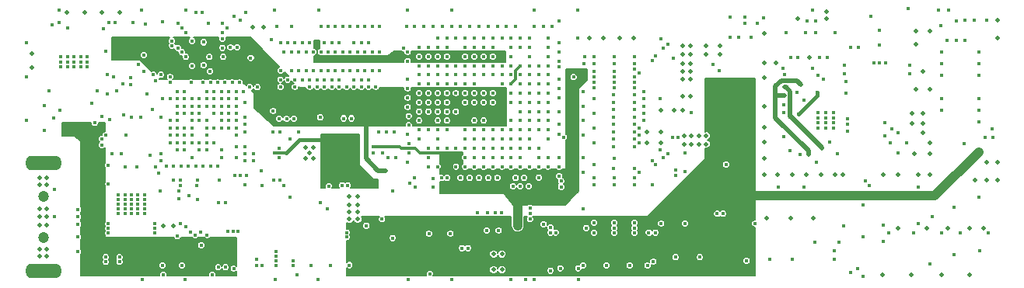
<source format=gbr>
G04 (created by PCBNEW (2013-07-07 BZR 4022)-stable) date 27/11/2015 23:20:48*
%MOIN*%
G04 Gerber Fmt 3.4, Leading zero omitted, Abs format*
%FSLAX34Y34*%
G01*
G70*
G90*
G04 APERTURE LIST*
%ADD10C,0.00590551*%
%ADD11C,0.019685*%
%ADD12C,0.0472441*%
%ADD13O,0.15748X0.0629921*%
%ADD14C,0.015748*%
%ADD15C,0.019685*%
%ADD16C,0.015748*%
%ADD17C,0.011811*%
%ADD18C,0.0393701*%
G04 APERTURE END LIST*
G54D10*
G54D11*
X62539Y-59232D03*
X62893Y-59232D03*
X62893Y-58562D03*
X62539Y-58562D03*
X56358Y-56082D03*
X56712Y-56082D03*
X56712Y-56437D03*
X56358Y-56437D03*
X56358Y-56751D03*
X56712Y-56751D03*
X56712Y-57066D03*
X56358Y-57066D03*
X70629Y-52381D03*
X70275Y-52381D03*
X69704Y-52381D03*
X71653Y-53838D03*
X71653Y-53484D03*
X70708Y-53838D03*
X70708Y-53484D03*
X71023Y-53484D03*
X71338Y-53484D03*
X71338Y-53838D03*
X71023Y-53838D03*
X69704Y-53307D03*
X69704Y-53779D03*
X70629Y-51771D03*
X70984Y-51771D03*
X71653Y-49606D03*
X72244Y-49606D03*
X70629Y-49606D03*
X70984Y-49606D03*
X70984Y-50000D03*
X70629Y-50000D03*
X70984Y-50728D03*
X70629Y-50728D03*
X70984Y-51062D03*
X70629Y-51062D03*
X83188Y-55393D03*
X83661Y-55393D03*
X83661Y-54606D03*
X42736Y-50551D03*
X42736Y-49940D03*
X46496Y-48188D03*
X45748Y-48188D03*
X44251Y-48188D03*
X45000Y-48188D03*
X52677Y-48818D03*
X52204Y-48818D03*
X48818Y-57362D03*
X48385Y-57362D03*
X79881Y-57440D03*
X76259Y-57007D03*
X75275Y-57007D03*
X74251Y-57007D03*
X69114Y-53779D03*
X69114Y-53307D03*
X67952Y-49271D03*
X68543Y-49271D03*
X67244Y-49271D03*
X66653Y-49271D03*
X80472Y-52952D03*
X80472Y-52519D03*
X76062Y-50118D03*
X74645Y-50354D03*
X84133Y-54606D03*
X84133Y-55393D03*
X84133Y-49291D03*
X84133Y-48503D03*
X76811Y-48149D03*
X80629Y-48996D03*
X80629Y-49566D03*
X80944Y-52952D03*
X80944Y-53346D03*
X81259Y-48996D03*
X80944Y-50708D03*
X80629Y-51496D03*
X81259Y-51496D03*
X80944Y-52519D03*
X81259Y-53779D03*
X80590Y-54251D03*
X81259Y-54251D03*
X79251Y-55157D03*
X79881Y-55157D03*
X76811Y-48464D03*
X75590Y-48464D03*
X74133Y-49094D03*
X74133Y-50354D03*
X74133Y-54448D03*
X43070Y-58346D03*
X43385Y-58346D03*
X43385Y-58661D03*
X43070Y-58661D03*
X43385Y-57322D03*
X43070Y-57322D03*
X43070Y-56614D03*
X43385Y-56614D03*
X43385Y-56968D03*
X43070Y-56968D03*
X43070Y-55590D03*
X43385Y-55590D03*
X43385Y-55275D03*
X43070Y-55275D03*
X81102Y-57440D03*
X82007Y-57440D03*
X82952Y-57440D03*
X83543Y-57440D03*
X82952Y-59448D03*
X81732Y-59448D03*
X79212Y-59448D03*
X80433Y-59448D03*
X72244Y-50000D03*
X71653Y-50000D03*
X70629Y-50393D03*
X70984Y-50393D03*
X80748Y-55157D03*
X81259Y-55157D03*
X74133Y-50984D03*
X74133Y-52224D03*
X74133Y-53110D03*
X74133Y-53740D03*
X77500Y-55157D03*
X77165Y-55157D03*
X76574Y-55157D03*
X75354Y-55157D03*
X75944Y-55157D03*
X74724Y-55157D03*
X54468Y-54448D03*
X54468Y-53976D03*
X54822Y-53976D03*
X54822Y-54448D03*
X54645Y-54212D03*
G54D12*
X43228Y-56082D03*
G54D13*
X43228Y-54665D03*
X43228Y-59271D03*
G54D12*
X43228Y-57854D03*
G54D11*
X74133Y-55157D03*
G54D14*
X67716Y-51181D03*
X66850Y-51181D03*
X68582Y-51181D03*
X70354Y-55196D03*
X70354Y-54960D03*
X57283Y-55570D03*
X57519Y-55570D03*
X53149Y-54212D03*
X55757Y-50679D03*
X55757Y-49891D03*
X55472Y-53503D03*
X55600Y-51387D03*
X57017Y-50679D03*
X53238Y-48789D03*
X54970Y-51387D03*
X54025Y-51387D03*
X57017Y-49891D03*
X55127Y-48789D03*
X56230Y-51387D03*
X55757Y-48789D03*
X56860Y-51387D03*
X57017Y-48789D03*
X57490Y-51387D03*
X57647Y-48789D03*
X56387Y-48789D03*
X59744Y-50472D03*
X51870Y-52047D03*
X59744Y-52440D03*
X59744Y-53228D03*
X50708Y-51200D03*
X59744Y-51259D03*
X65059Y-48799D03*
X62500Y-49685D03*
X63681Y-49685D03*
X60137Y-49685D03*
X61318Y-49685D03*
X59153Y-48799D03*
X75000Y-51397D03*
X76614Y-54015D03*
X55098Y-56358D03*
X55393Y-56633D03*
X51141Y-57598D03*
X51377Y-57598D03*
X63366Y-55649D03*
X65354Y-55216D03*
X51543Y-49692D03*
X52598Y-55629D03*
X51574Y-57598D03*
X60137Y-54015D03*
X62893Y-54409D03*
X63681Y-54015D03*
X59153Y-55295D03*
X64468Y-50472D03*
X53818Y-53622D03*
X45748Y-52657D03*
X64468Y-52440D03*
X61712Y-54409D03*
X49035Y-56200D03*
X49606Y-49409D03*
X49606Y-50492D03*
X64468Y-51259D03*
X64468Y-53228D03*
X76417Y-51633D03*
X75610Y-52559D03*
X61811Y-57559D03*
X70354Y-56830D03*
X56358Y-58385D03*
X56594Y-58385D03*
X56594Y-58188D03*
X56358Y-58188D03*
X71988Y-52303D03*
X83326Y-54173D03*
X71712Y-52165D03*
X72460Y-51122D03*
X72224Y-51122D03*
X70354Y-56614D03*
X70157Y-56614D03*
X70157Y-56830D03*
X64980Y-57637D03*
X51397Y-58149D03*
X65196Y-57637D03*
X75905Y-49055D03*
X76338Y-49055D03*
X51397Y-57933D03*
X64980Y-57421D03*
X64685Y-57283D03*
X51397Y-58366D03*
X44153Y-53031D03*
X44350Y-53248D03*
X46968Y-58307D03*
X44566Y-53248D03*
X46751Y-58307D03*
X46751Y-58070D03*
X56240Y-57637D03*
X56240Y-57834D03*
X64094Y-56830D03*
X64094Y-57066D03*
X48346Y-51889D03*
X44724Y-56653D03*
X44724Y-57283D03*
X48661Y-51889D03*
X58937Y-55511D03*
X49133Y-54783D03*
X50905Y-49311D03*
X50236Y-54094D03*
X72677Y-49251D03*
X51692Y-48503D03*
X50866Y-54409D03*
X73031Y-49251D03*
X51417Y-48346D03*
X50551Y-53779D03*
X73582Y-49251D03*
X51909Y-48169D03*
X51496Y-54409D03*
X60137Y-52047D03*
X57618Y-53307D03*
X60531Y-52047D03*
X57952Y-53307D03*
X60531Y-52440D03*
X58287Y-53307D03*
X49291Y-52204D03*
X45984Y-51673D03*
X45748Y-53877D03*
X44724Y-58464D03*
X45748Y-53622D03*
X44724Y-57834D03*
X75000Y-51751D03*
X75708Y-51279D03*
X76043Y-54271D03*
X81259Y-58976D03*
X81968Y-49370D03*
X61181Y-58307D03*
X61318Y-53622D03*
X61437Y-58307D03*
X82263Y-58582D03*
X82362Y-49370D03*
X61712Y-53622D03*
X75846Y-55669D03*
X62696Y-55295D03*
X76299Y-58051D03*
X62106Y-54409D03*
X60137Y-54803D03*
X67381Y-59055D03*
X69389Y-58877D03*
X60925Y-54015D03*
X69724Y-57244D03*
X60531Y-55295D03*
X70334Y-58700D03*
X60925Y-54803D03*
X71377Y-58700D03*
X61122Y-55295D03*
X61318Y-54803D03*
X72125Y-56830D03*
X61515Y-55295D03*
X72381Y-56830D03*
X74744Y-55669D03*
X62106Y-54803D03*
X79251Y-57322D03*
X62500Y-54015D03*
X80551Y-57637D03*
X61318Y-53228D03*
X81358Y-56948D03*
X62500Y-53622D03*
X81751Y-57637D03*
X62106Y-53622D03*
X62500Y-53228D03*
X82263Y-56535D03*
X83346Y-56102D03*
X62106Y-53228D03*
X61712Y-53228D03*
X82559Y-57637D03*
X78366Y-57834D03*
X62500Y-54803D03*
X62106Y-54015D03*
X79468Y-57637D03*
X62500Y-54409D03*
X77559Y-57362D03*
X77342Y-58051D03*
X61318Y-54015D03*
X74370Y-58779D03*
X61909Y-55295D03*
X73385Y-58858D03*
X61712Y-54803D03*
X69192Y-57637D03*
X60688Y-57677D03*
X61318Y-54409D03*
X75354Y-58779D03*
X62303Y-55295D03*
X64094Y-56574D03*
X63287Y-54409D03*
X66515Y-57440D03*
X63681Y-50866D03*
X60531Y-52834D03*
X63287Y-51259D03*
X63681Y-50472D03*
X60137Y-53622D03*
X54025Y-51072D03*
X61318Y-51259D03*
X54183Y-49891D03*
X62303Y-48799D03*
X63090Y-48799D03*
X54025Y-49498D03*
X53405Y-50679D03*
X60137Y-49291D03*
X59940Y-48799D03*
X53001Y-49340D03*
X61712Y-50866D03*
X54183Y-50679D03*
X53710Y-49498D03*
X61515Y-48799D03*
X53710Y-51072D03*
X64074Y-50078D03*
X53868Y-49891D03*
X61909Y-48799D03*
X53868Y-50679D03*
X61712Y-51259D03*
X59547Y-48799D03*
X53395Y-49498D03*
X59744Y-49685D03*
X53395Y-51072D03*
X61122Y-48799D03*
X53553Y-49891D03*
X63484Y-48799D03*
X54340Y-49498D03*
X64271Y-48799D03*
X54498Y-49891D03*
X64665Y-48799D03*
X54655Y-49498D03*
X54655Y-51072D03*
X60925Y-50472D03*
X61318Y-50472D03*
X54970Y-51072D03*
X55600Y-51072D03*
X62893Y-50472D03*
X62893Y-49291D03*
X55600Y-49498D03*
X56702Y-50679D03*
X62106Y-50078D03*
X56702Y-49891D03*
X60531Y-49291D03*
X56702Y-48789D03*
X60728Y-48799D03*
X61712Y-50078D03*
X56545Y-51387D03*
X60334Y-48799D03*
X57332Y-48789D03*
X62106Y-49685D03*
X57175Y-51387D03*
X63287Y-50078D03*
X55442Y-50679D03*
X55442Y-49891D03*
X62500Y-49291D03*
X63287Y-49291D03*
X55442Y-48789D03*
X62500Y-50866D03*
X55285Y-51387D03*
X56072Y-48789D03*
X64074Y-49291D03*
X62106Y-50866D03*
X55915Y-51387D03*
X60925Y-49291D03*
X56860Y-51072D03*
X61318Y-49291D03*
X56860Y-49498D03*
X56072Y-49891D03*
X64074Y-49685D03*
X62500Y-50472D03*
X56072Y-50679D03*
X62106Y-49291D03*
X54655Y-51387D03*
X57332Y-49891D03*
X62106Y-50472D03*
X62696Y-48799D03*
X57332Y-50679D03*
X60925Y-50866D03*
X54498Y-50679D03*
X61318Y-50866D03*
X54340Y-51072D03*
X61712Y-50472D03*
X54812Y-50679D03*
X61712Y-49291D03*
X54812Y-49891D03*
X66377Y-54409D03*
X63287Y-54015D03*
X65354Y-51062D03*
X67677Y-52047D03*
X66850Y-51889D03*
X64862Y-50866D03*
X66377Y-51574D03*
X64074Y-50866D03*
X67677Y-52677D03*
X65354Y-51850D03*
X65354Y-49881D03*
X68976Y-51574D03*
X65354Y-51456D03*
X66377Y-52204D03*
X67677Y-52362D03*
X63681Y-51259D03*
X67677Y-51732D03*
X63287Y-50866D03*
X68582Y-51732D03*
X64862Y-49685D03*
X65354Y-49488D03*
X68976Y-51889D03*
X62893Y-51259D03*
X66850Y-52519D03*
X64862Y-50078D03*
X68582Y-52047D03*
X66850Y-53779D03*
X64074Y-53622D03*
X68582Y-53937D03*
X63287Y-54803D03*
X64862Y-51653D03*
X66377Y-52834D03*
X64862Y-52440D03*
X67677Y-52992D03*
X67677Y-53937D03*
X64074Y-54015D03*
X65354Y-54803D03*
X68779Y-53779D03*
X64862Y-52834D03*
X66377Y-53464D03*
X67677Y-53622D03*
X63681Y-53228D03*
X67677Y-53307D03*
X65354Y-52992D03*
X64468Y-54409D03*
X68582Y-53622D03*
X65354Y-52440D03*
X66850Y-53149D03*
X65354Y-54409D03*
X68779Y-53464D03*
X63287Y-51653D03*
X68976Y-52519D03*
X64468Y-54015D03*
X68779Y-53149D03*
X68582Y-52362D03*
X64862Y-51259D03*
X68582Y-52992D03*
X64862Y-53622D03*
X59350Y-53228D03*
X77263Y-54251D03*
X54192Y-53307D03*
X59744Y-52047D03*
X79340Y-50364D03*
X63681Y-54803D03*
X79251Y-58011D03*
X49094Y-55374D03*
X64468Y-52047D03*
X52244Y-54566D03*
X64862Y-52047D03*
X64862Y-54803D03*
X67677Y-54881D03*
X63287Y-52047D03*
X49842Y-55374D03*
X50777Y-55393D03*
X64074Y-52834D03*
X63287Y-53622D03*
X68582Y-54881D03*
X78464Y-55433D03*
X78828Y-50364D03*
X66377Y-55039D03*
X63484Y-55295D03*
X79084Y-50364D03*
X78641Y-55610D03*
X66850Y-54724D03*
X62893Y-53622D03*
X49606Y-53464D03*
X53385Y-53307D03*
X51496Y-52204D03*
X59350Y-51259D03*
X51496Y-52519D03*
X59350Y-51653D03*
X51496Y-53149D03*
X58858Y-51850D03*
X60137Y-51653D03*
X51181Y-53149D03*
X50866Y-53149D03*
X59350Y-52440D03*
X51181Y-52519D03*
X60137Y-52834D03*
X50866Y-52519D03*
X59350Y-53622D03*
X50551Y-52519D03*
X58858Y-54606D03*
X50236Y-53149D03*
X59350Y-52834D03*
X51496Y-52834D03*
X59744Y-51653D03*
X53090Y-52421D03*
X60531Y-51653D03*
X50866Y-52204D03*
X50551Y-53149D03*
X58897Y-52637D03*
X50866Y-52834D03*
X58897Y-54212D03*
X49448Y-54783D03*
X49291Y-53779D03*
X51889Y-55590D03*
X50236Y-51574D03*
X58858Y-49881D03*
X50236Y-51889D03*
X58681Y-49724D03*
X51338Y-51200D03*
X60531Y-50472D03*
X51811Y-51574D03*
X59350Y-50866D03*
X60137Y-50866D03*
X51496Y-51574D03*
X51496Y-51889D03*
X60531Y-50866D03*
X51181Y-52204D03*
X58858Y-51456D03*
X50551Y-52204D03*
X60925Y-52440D03*
X49921Y-52834D03*
X58897Y-53031D03*
X60531Y-50078D03*
X50551Y-51574D03*
X50551Y-51889D03*
X60925Y-51259D03*
X60925Y-51653D03*
X50236Y-52204D03*
X59350Y-50078D03*
X50866Y-51574D03*
X60531Y-51259D03*
X50866Y-51889D03*
X58858Y-50275D03*
X51181Y-51574D03*
X51181Y-51889D03*
X58858Y-51062D03*
X64074Y-54803D03*
X51948Y-55177D03*
X63838Y-55295D03*
X51692Y-55177D03*
X50866Y-54094D03*
X63681Y-53622D03*
X57381Y-54232D03*
X58208Y-55866D03*
X64035Y-55649D03*
X51437Y-55177D03*
X62598Y-56771D03*
X49763Y-54783D03*
X49606Y-54409D03*
X49606Y-53779D03*
X51181Y-52834D03*
X58897Y-53818D03*
X50354Y-50098D03*
X63287Y-53228D03*
X50255Y-57736D03*
X50905Y-49035D03*
X49291Y-54094D03*
X62893Y-53228D03*
X48996Y-49704D03*
X48996Y-48641D03*
X49291Y-53149D03*
X49114Y-57263D03*
X49744Y-57736D03*
X49291Y-53464D03*
X49173Y-49901D03*
X49173Y-48838D03*
X62893Y-54803D03*
X49291Y-51574D03*
X49921Y-53779D03*
X50078Y-54783D03*
X49822Y-55629D03*
X49094Y-55629D03*
X48818Y-54783D03*
X48326Y-48582D03*
X48740Y-49606D03*
X48740Y-49409D03*
X51023Y-51200D03*
X50078Y-51200D03*
X48976Y-51574D03*
X46003Y-54763D03*
X51870Y-53307D03*
X51870Y-52677D03*
X50708Y-54783D03*
X49921Y-51889D03*
X48976Y-53779D03*
X62874Y-56771D03*
X62283Y-56771D03*
X61850Y-56771D03*
X67716Y-50393D03*
X66850Y-57224D03*
X67716Y-57224D03*
X67716Y-57440D03*
X68582Y-57440D03*
X68582Y-57224D03*
X66377Y-56614D03*
X68582Y-55590D03*
X68582Y-57657D03*
X67716Y-57657D03*
X66850Y-57657D03*
X66850Y-50078D03*
X67716Y-55590D03*
X68582Y-55275D03*
X67716Y-55275D03*
X68582Y-51417D03*
X67716Y-51417D03*
X66850Y-51417D03*
X67716Y-50708D03*
X67716Y-50944D03*
X68582Y-50944D03*
X66850Y-50944D03*
X68582Y-50629D03*
X66850Y-50708D03*
X68582Y-50078D03*
X67716Y-50078D03*
X66850Y-55275D03*
X68582Y-50393D03*
X66850Y-50393D03*
X66850Y-55590D03*
X62755Y-57559D03*
X62244Y-57559D03*
X63267Y-59645D03*
X63897Y-59645D03*
X55472Y-55649D03*
X56043Y-55610D03*
X56279Y-55610D03*
X57086Y-57342D03*
X58208Y-57874D03*
X57755Y-57066D03*
X55531Y-59035D03*
X56358Y-59035D03*
X54704Y-59035D03*
X72500Y-54724D03*
X71023Y-52480D03*
X70728Y-54212D03*
X70748Y-55019D03*
X69685Y-51889D03*
X72224Y-50688D03*
X71929Y-50433D03*
X70255Y-50137D03*
X59744Y-50866D03*
X66161Y-59645D03*
X66161Y-59173D03*
X47066Y-48602D03*
X75000Y-50846D03*
X75846Y-51968D03*
X76377Y-54625D03*
X60137Y-53228D03*
X75688Y-54271D03*
X80314Y-48031D03*
X74114Y-48425D03*
X64468Y-51653D03*
X66141Y-49271D03*
X66456Y-50078D03*
X66417Y-50393D03*
X56437Y-52736D03*
X63287Y-50472D03*
X59744Y-54803D03*
X59940Y-55334D03*
X61712Y-52834D03*
X57775Y-54232D03*
X58011Y-54409D03*
X58326Y-54409D03*
X49330Y-48070D03*
X49566Y-51200D03*
X49606Y-53149D03*
X64468Y-55275D03*
X76761Y-52923D03*
X77096Y-52923D03*
X76427Y-52923D03*
X76427Y-53139D03*
X77096Y-53139D03*
X76761Y-53139D03*
X76761Y-52470D03*
X77096Y-52470D03*
X76427Y-52470D03*
X76427Y-52706D03*
X77096Y-52706D03*
X76761Y-52706D03*
X83661Y-48503D03*
X82716Y-53818D03*
X83326Y-52874D03*
X83326Y-52381D03*
X83917Y-53188D03*
X76220Y-48070D03*
X82027Y-48070D03*
X81594Y-48070D03*
X78700Y-48366D03*
X74990Y-52135D03*
X74950Y-50580D03*
X76210Y-50580D03*
X75246Y-54124D03*
X76958Y-53750D03*
X75580Y-50103D03*
X75265Y-50103D03*
X76525Y-50103D03*
X76840Y-50103D03*
X76663Y-51053D03*
X75068Y-49064D03*
X77175Y-49064D03*
X76427Y-50895D03*
X77627Y-51643D03*
X77627Y-51151D03*
X77568Y-50462D03*
X77568Y-50816D03*
X77844Y-49675D03*
X78179Y-49675D03*
X79084Y-49576D03*
X79084Y-48946D03*
X79616Y-53198D03*
X79301Y-52903D03*
X79301Y-53474D03*
X79891Y-53356D03*
X80246Y-53789D03*
X79537Y-53789D03*
X79891Y-54202D03*
X80364Y-50462D03*
X80364Y-50816D03*
X62893Y-54015D03*
X43700Y-56968D03*
X51397Y-59192D03*
X63681Y-55649D03*
X70748Y-57244D03*
X69133Y-59055D03*
X68366Y-59055D03*
X69724Y-49311D03*
X43700Y-55787D03*
X44724Y-56968D03*
X73307Y-48385D03*
X48385Y-59448D03*
X47460Y-59645D03*
X49311Y-59645D03*
X54094Y-59448D03*
X53169Y-59645D03*
X55019Y-59645D03*
X59803Y-59429D03*
X58877Y-59645D03*
X60728Y-59645D03*
X64291Y-59645D03*
X65433Y-55688D03*
X65964Y-50964D03*
X66141Y-48070D03*
X64271Y-48070D03*
X60748Y-48070D03*
X58858Y-48070D03*
X55039Y-48070D03*
X53149Y-48070D03*
X47440Y-48070D03*
X42500Y-52834D03*
X42500Y-50944D03*
X42500Y-49488D03*
X43897Y-48070D03*
X64980Y-59271D03*
X70433Y-53543D03*
X70216Y-53543D03*
X69350Y-55590D03*
X64468Y-54803D03*
X63681Y-52440D03*
X65354Y-50511D03*
X60137Y-51259D03*
X59350Y-49685D03*
X64074Y-53228D03*
X62106Y-51653D03*
X61712Y-51653D03*
X62500Y-50078D03*
X50905Y-48641D03*
X73759Y-57244D03*
X80748Y-55669D03*
X80748Y-57244D03*
X44842Y-50098D03*
X44842Y-50531D03*
X44842Y-50314D03*
X44271Y-50098D03*
X44271Y-50531D03*
X44271Y-50314D03*
X44547Y-50098D03*
X44547Y-50531D03*
X44547Y-50314D03*
X45118Y-50098D03*
X45118Y-50531D03*
X45118Y-50314D03*
X43976Y-50314D03*
X43976Y-50531D03*
X43976Y-50098D03*
X53208Y-58444D03*
X49330Y-57401D03*
X49547Y-57618D03*
X48011Y-57657D03*
X48011Y-57460D03*
X48976Y-57795D03*
X48011Y-57263D03*
X47283Y-56023D03*
X47283Y-56830D03*
X47283Y-56417D03*
X47283Y-56220D03*
X47283Y-56633D03*
X46732Y-56023D03*
X46732Y-56830D03*
X46732Y-56417D03*
X46732Y-56220D03*
X46732Y-56633D03*
X47578Y-56633D03*
X47578Y-56220D03*
X47578Y-56417D03*
X47578Y-56830D03*
X47578Y-56023D03*
X47007Y-56023D03*
X47007Y-56830D03*
X47007Y-56417D03*
X47007Y-56220D03*
X47007Y-56633D03*
X46437Y-56633D03*
X46437Y-56220D03*
X46437Y-56417D03*
X46437Y-56830D03*
X46437Y-56023D03*
X77145Y-58779D03*
X77145Y-58425D03*
X78366Y-56456D03*
X83366Y-58425D03*
X60137Y-50472D03*
X61712Y-54015D03*
X63681Y-54409D03*
X83759Y-57657D03*
X50314Y-48641D03*
X58858Y-53425D03*
X62893Y-50866D03*
X64862Y-50472D03*
X55127Y-49891D03*
X56545Y-51072D03*
X55915Y-49498D03*
X56387Y-49891D03*
X46299Y-48602D03*
X51043Y-59133D03*
X50728Y-59133D03*
X52362Y-58779D03*
X53208Y-59035D03*
X53956Y-58838D03*
X53956Y-59035D03*
X53208Y-58838D03*
X53208Y-58641D03*
X58858Y-52244D03*
X51496Y-53464D03*
X50374Y-50708D03*
X51870Y-54566D03*
X46181Y-54251D03*
X46062Y-52795D03*
X64862Y-53228D03*
X64074Y-52440D03*
X55098Y-52696D03*
X56102Y-52736D03*
X53110Y-55393D03*
X53543Y-55629D03*
X53818Y-56102D03*
X51043Y-56338D03*
X50728Y-56338D03*
X59350Y-52047D03*
X65334Y-48562D03*
X61318Y-51653D03*
X64074Y-50472D03*
X46377Y-51555D03*
X47539Y-50728D03*
X46259Y-50944D03*
X58799Y-48789D03*
X55285Y-49498D03*
X56387Y-50679D03*
X55127Y-50679D03*
X55285Y-51072D03*
X55915Y-51072D03*
X57175Y-51072D03*
X57175Y-49498D03*
X57647Y-50679D03*
X57647Y-49891D03*
X53868Y-48789D03*
X56545Y-49498D03*
X53395Y-51387D03*
X59350Y-50472D03*
X60531Y-49685D03*
X63287Y-49685D03*
X63681Y-49291D03*
X60137Y-52440D03*
X60531Y-54015D03*
X60531Y-53228D03*
X62106Y-52834D03*
X62500Y-52047D03*
X62106Y-52047D03*
X61712Y-52047D03*
X61318Y-52047D03*
X49842Y-56220D03*
X48661Y-50944D03*
X47618Y-48700D03*
X51653Y-51200D03*
X51870Y-53937D03*
X51870Y-52992D03*
X49606Y-52519D03*
X48051Y-51102D03*
X47677Y-51673D03*
X45433Y-52933D03*
X48976Y-52204D03*
X47007Y-52677D03*
X48031Y-54822D03*
X47401Y-52677D03*
X48503Y-54783D03*
X48169Y-55098D03*
X48818Y-55393D03*
X50393Y-54783D03*
X51496Y-53937D03*
X52086Y-51397D03*
X52401Y-51397D03*
X49960Y-57618D03*
X47952Y-50866D03*
X48267Y-50866D03*
X46043Y-48602D03*
X45807Y-48897D03*
X43681Y-52716D03*
X43267Y-53248D03*
X43267Y-52185D03*
X45551Y-51535D03*
X45295Y-52086D03*
X47795Y-54330D03*
X48287Y-54566D03*
X45984Y-50866D03*
X46633Y-51259D03*
X47303Y-50413D03*
X46791Y-53444D03*
X45925Y-53444D03*
X50098Y-49468D03*
X50098Y-50452D03*
X50905Y-49704D03*
X53090Y-53307D03*
X48976Y-51889D03*
X48976Y-52519D03*
X49921Y-54094D03*
X51870Y-54251D03*
X50393Y-51200D03*
X64862Y-49291D03*
X43917Y-48602D03*
X49468Y-56062D03*
X49035Y-55866D03*
X48346Y-59055D03*
X49173Y-59055D03*
X64074Y-51259D03*
X61318Y-50078D03*
X69488Y-54724D03*
X61712Y-49685D03*
X69488Y-50039D03*
X69330Y-50236D03*
X69330Y-54566D03*
X64468Y-50866D03*
X69822Y-54409D03*
X69822Y-49724D03*
X60137Y-50078D03*
X70019Y-54251D03*
X70019Y-49547D03*
X59744Y-50078D03*
X78149Y-59173D03*
X59744Y-54409D03*
X66377Y-59055D03*
X76338Y-48543D03*
X77706Y-53001D03*
X49783Y-48169D03*
X49606Y-52204D03*
X77854Y-59350D03*
X59744Y-54015D03*
X65393Y-59173D03*
X75984Y-48543D03*
X77706Y-53277D03*
X50039Y-48169D03*
X49606Y-51889D03*
X62500Y-51653D03*
X82755Y-49370D03*
X65354Y-50275D03*
X68976Y-52204D03*
X64862Y-54409D03*
X68582Y-53307D03*
X48661Y-53779D03*
X46574Y-54251D03*
X49606Y-52834D03*
X53346Y-52755D03*
X53661Y-52755D03*
X48661Y-53464D03*
X52578Y-54980D03*
X48976Y-53464D03*
X50236Y-53464D03*
X52244Y-54251D03*
X73307Y-48661D03*
X49350Y-49035D03*
X51102Y-48838D03*
X49291Y-52519D03*
X46673Y-52578D03*
X72677Y-48385D03*
X73858Y-48661D03*
X51259Y-49685D03*
X49350Y-50098D03*
X53385Y-55393D03*
X59173Y-55688D03*
X52125Y-50137D03*
X47539Y-50019D03*
X43937Y-52401D03*
X53976Y-52755D03*
X48976Y-54094D03*
X48287Y-52677D03*
X48661Y-53149D03*
X48287Y-54251D03*
X47893Y-52362D03*
X48661Y-52834D03*
X82755Y-48503D03*
X82362Y-48543D03*
X81712Y-48740D03*
X53346Y-54015D03*
X53346Y-54409D03*
X43484Y-51535D03*
X44291Y-48858D03*
X45925Y-49842D03*
X46023Y-55551D03*
X47244Y-54803D03*
X46751Y-54803D03*
X48248Y-55866D03*
X46023Y-57263D03*
X46023Y-57657D03*
X46023Y-57460D03*
X50000Y-58188D03*
X45905Y-58700D03*
X52362Y-59035D03*
X52598Y-59035D03*
X46496Y-58700D03*
X45905Y-58897D03*
X46496Y-58897D03*
X83149Y-48503D03*
X75531Y-51633D03*
X65354Y-53425D03*
X46968Y-50984D03*
X48976Y-52834D03*
X48976Y-53149D03*
X46968Y-51299D03*
X67716Y-54468D03*
X64468Y-52834D03*
X74990Y-52490D03*
X68779Y-50787D03*
X59940Y-55688D03*
X59763Y-57677D03*
X69468Y-57637D03*
X69665Y-54094D03*
X78385Y-59527D03*
X77706Y-52746D03*
X50236Y-53779D03*
X50472Y-59448D03*
X83326Y-50885D03*
X83937Y-53562D03*
X64074Y-52047D03*
X81751Y-49881D03*
X50944Y-50098D03*
X50236Y-52834D03*
X83326Y-51889D03*
X83602Y-53562D03*
X63681Y-52047D03*
X81751Y-50885D03*
X49921Y-52519D03*
X64074Y-51653D03*
X83326Y-49881D03*
X81751Y-51870D03*
X49291Y-51889D03*
X83326Y-50374D03*
X63681Y-51653D03*
X81751Y-50374D03*
X49921Y-52204D03*
X48661Y-51200D03*
X81751Y-52381D03*
X68582Y-52677D03*
X63681Y-52834D03*
X63287Y-52834D03*
X68976Y-52834D03*
X74990Y-53513D03*
X68779Y-55039D03*
X65433Y-55433D03*
X60295Y-55295D03*
X65551Y-53543D03*
X58326Y-52244D03*
X57893Y-54980D03*
X62893Y-52440D03*
X62500Y-52440D03*
X62106Y-52440D03*
X61712Y-52440D03*
X61318Y-52440D03*
X62893Y-52047D03*
X62893Y-51653D03*
X46948Y-49566D03*
X46653Y-49566D03*
X46417Y-49566D03*
X46259Y-49311D03*
X43602Y-48720D03*
X63562Y-57342D03*
X66397Y-50708D03*
X60925Y-54409D03*
X57381Y-53956D03*
X62893Y-50078D03*
X60925Y-50078D03*
X54970Y-49498D03*
G54D15*
X56122Y-55314D02*
X57027Y-55314D01*
X57027Y-55314D02*
X57283Y-55570D01*
G54D16*
X55472Y-53641D02*
X54212Y-53641D01*
X54212Y-53641D02*
X53641Y-54212D01*
G54D17*
X53149Y-54212D02*
X53641Y-54212D01*
G54D15*
X56102Y-55314D02*
X56122Y-55314D01*
X56122Y-55314D02*
X56476Y-55314D01*
X55472Y-54862D02*
X55925Y-55314D01*
X55925Y-55314D02*
X56102Y-55314D01*
X55472Y-54842D02*
X55472Y-54862D01*
X55472Y-53503D02*
X55472Y-53641D01*
X55472Y-53641D02*
X55472Y-54842D01*
X76614Y-54015D02*
X76614Y-53996D01*
X75078Y-51397D02*
X75255Y-51574D01*
X75255Y-51574D02*
X75255Y-52637D01*
X75255Y-52637D02*
X75314Y-52696D01*
X76368Y-53750D02*
X75314Y-52696D01*
X75000Y-51397D02*
X75078Y-51397D01*
X76614Y-53996D02*
X76368Y-53750D01*
G54D16*
X76417Y-51633D02*
X76417Y-51751D01*
X76417Y-51751D02*
X75610Y-52559D01*
X61811Y-58011D02*
X61811Y-57559D01*
X69803Y-58011D02*
X61811Y-58011D01*
X61811Y-58011D02*
X58799Y-58011D01*
X58799Y-58011D02*
X58326Y-58484D01*
X58326Y-58484D02*
X56692Y-58484D01*
X70354Y-57460D02*
X69803Y-58011D01*
X70354Y-56830D02*
X70354Y-57460D01*
X56692Y-58484D02*
X56594Y-58385D01*
X72854Y-52303D02*
X71988Y-52303D01*
G54D18*
X71919Y-56053D02*
X72706Y-56053D01*
X81446Y-56053D02*
X83326Y-54173D01*
X72706Y-56053D02*
X81446Y-56053D01*
G54D16*
X70354Y-56614D02*
X71358Y-56614D01*
X72854Y-51515D02*
X72460Y-51122D01*
X72854Y-55118D02*
X72854Y-52303D01*
X72854Y-52303D02*
X72854Y-51515D01*
X71358Y-56614D02*
X71919Y-56053D01*
X71919Y-56053D02*
X72854Y-55118D01*
G54D17*
X49940Y-58681D02*
X51082Y-58681D01*
X47716Y-58681D02*
X49940Y-58681D01*
X51082Y-58681D02*
X51397Y-58366D01*
X47716Y-58681D02*
X47342Y-58681D01*
X47342Y-58681D02*
X46968Y-58307D01*
X46751Y-58307D02*
X45196Y-58307D01*
X45078Y-53759D02*
X45078Y-58188D01*
X45078Y-58188D02*
X45196Y-58307D01*
X44566Y-53248D02*
X45078Y-53759D01*
G54D15*
X74625Y-51751D02*
X75000Y-51751D01*
X74625Y-52244D02*
X74625Y-51751D01*
X74625Y-51751D02*
X74625Y-51338D01*
X75531Y-51102D02*
X75708Y-51279D01*
X74862Y-51102D02*
X75531Y-51102D01*
X74625Y-51338D02*
X74862Y-51102D01*
X76043Y-54271D02*
X76043Y-54133D01*
X74625Y-52716D02*
X74625Y-52244D01*
X74625Y-52244D02*
X74625Y-52125D01*
X76043Y-54133D02*
X74625Y-52716D01*
G54D17*
X63681Y-50472D02*
X63484Y-50669D01*
X63484Y-51062D02*
X63287Y-51259D01*
X63484Y-50669D02*
X63484Y-51062D01*
G54D16*
X58326Y-52244D02*
X58326Y-52440D01*
X58326Y-52440D02*
X58336Y-52440D01*
G54D15*
X57066Y-52440D02*
X57066Y-54468D01*
X57578Y-54980D02*
X57893Y-54980D01*
X57066Y-54468D02*
X57578Y-54980D01*
G54D17*
X62893Y-52440D02*
X62893Y-52047D01*
X62500Y-52440D02*
X62893Y-52440D01*
X62106Y-52440D02*
X62500Y-52440D01*
X61712Y-52440D02*
X62106Y-52440D01*
X61318Y-52440D02*
X61712Y-52440D01*
X61122Y-52244D02*
X61318Y-52440D01*
X59940Y-52244D02*
X60334Y-52244D01*
X59212Y-52244D02*
X59940Y-52244D01*
X59015Y-52440D02*
X59212Y-52244D01*
X58336Y-52440D02*
X59015Y-52440D01*
X60334Y-52244D02*
X61122Y-52244D01*
X57834Y-52440D02*
X58336Y-52440D01*
G54D16*
X57066Y-52440D02*
X57834Y-52440D01*
X46653Y-49566D02*
X48149Y-49566D01*
X48149Y-49566D02*
X48169Y-49586D01*
X48169Y-49586D02*
X49527Y-50944D01*
X49527Y-50944D02*
X52362Y-50944D01*
X52362Y-50944D02*
X53858Y-52440D01*
X53858Y-52440D02*
X57066Y-52440D01*
G54D18*
X63562Y-57342D02*
X63562Y-56397D01*
G54D15*
X65590Y-56220D02*
X63759Y-56220D01*
X63759Y-56220D02*
X63582Y-56397D01*
X66397Y-50708D02*
X66397Y-51003D01*
X63582Y-56397D02*
X63562Y-56397D01*
X65944Y-55866D02*
X65590Y-56220D01*
X65944Y-51456D02*
X65944Y-55866D01*
X66397Y-51003D02*
X65944Y-51456D01*
G54D17*
X60728Y-54409D02*
X60925Y-54409D01*
X60728Y-54409D02*
X60748Y-54409D01*
X60748Y-54409D02*
X60728Y-54409D01*
X60728Y-54212D02*
X60728Y-54409D01*
X60728Y-54409D02*
X60728Y-55275D01*
X60728Y-55275D02*
X60964Y-55511D01*
X59370Y-54212D02*
X60728Y-54212D01*
X59173Y-54015D02*
X59370Y-54212D01*
X57381Y-53956D02*
X58523Y-53956D01*
X58582Y-54015D02*
X59173Y-54015D01*
X58523Y-53956D02*
X58582Y-54015D01*
X60964Y-55511D02*
X62677Y-55511D01*
X62677Y-55511D02*
X63562Y-56397D01*
G54D10*
X54970Y-49685D02*
X54970Y-50147D01*
X55078Y-50255D02*
X55285Y-50255D01*
X54970Y-50147D02*
X55078Y-50255D01*
G54D17*
X57992Y-50255D02*
X58444Y-50255D01*
X58444Y-50255D02*
X58622Y-50078D01*
X59015Y-50078D02*
X59212Y-50275D01*
X58622Y-50078D02*
X59015Y-50078D01*
G54D10*
X54970Y-49498D02*
X54970Y-49685D01*
G54D17*
X60728Y-50275D02*
X59212Y-50275D01*
X59212Y-50275D02*
X59153Y-50275D01*
X57992Y-50255D02*
X55285Y-50255D01*
X60728Y-50275D02*
X60925Y-50078D01*
X62893Y-50078D02*
X62696Y-49881D01*
X62696Y-49881D02*
X61122Y-49881D01*
X61122Y-49881D02*
X60925Y-50078D01*
G54D10*
G36*
X73750Y-59498D02*
X73553Y-59498D01*
X73553Y-58825D01*
X73527Y-58763D01*
X73480Y-58716D01*
X73419Y-58690D01*
X73352Y-58690D01*
X73291Y-58716D01*
X73244Y-58763D01*
X73218Y-58824D01*
X73218Y-58891D01*
X73243Y-58952D01*
X73290Y-59000D01*
X73352Y-59025D01*
X73418Y-59025D01*
X73480Y-59000D01*
X73527Y-58953D01*
X73553Y-58891D01*
X73553Y-58825D01*
X73553Y-59498D01*
X72667Y-59498D01*
X72667Y-54691D01*
X72641Y-54629D01*
X72594Y-54582D01*
X72533Y-54557D01*
X72466Y-54557D01*
X72405Y-54582D01*
X72358Y-54629D01*
X72332Y-54690D01*
X72332Y-54757D01*
X72358Y-54819D01*
X72405Y-54866D01*
X72466Y-54891D01*
X72533Y-54891D01*
X72594Y-54866D01*
X72641Y-54819D01*
X72667Y-54757D01*
X72667Y-54691D01*
X72667Y-59498D01*
X72549Y-59498D01*
X72549Y-56797D01*
X72523Y-56736D01*
X72476Y-56688D01*
X72415Y-56663D01*
X72348Y-56663D01*
X72287Y-56688D01*
X72253Y-56722D01*
X72220Y-56688D01*
X72159Y-56663D01*
X72092Y-56663D01*
X72031Y-56688D01*
X71984Y-56735D01*
X71958Y-56797D01*
X71958Y-56863D01*
X71984Y-56925D01*
X72031Y-56972D01*
X72092Y-56998D01*
X72159Y-56998D01*
X72220Y-56972D01*
X72253Y-56939D01*
X72286Y-56972D01*
X72348Y-56998D01*
X72415Y-56998D01*
X72476Y-56972D01*
X72523Y-56925D01*
X72549Y-56864D01*
X72549Y-56797D01*
X72549Y-59498D01*
X71545Y-59498D01*
X71545Y-58667D01*
X71519Y-58606D01*
X71472Y-58559D01*
X71411Y-58533D01*
X71344Y-58533D01*
X71283Y-58558D01*
X71236Y-58605D01*
X71210Y-58667D01*
X71210Y-58733D01*
X71236Y-58795D01*
X71283Y-58842D01*
X71344Y-58868D01*
X71411Y-58868D01*
X71472Y-58842D01*
X71519Y-58795D01*
X71545Y-58734D01*
X71545Y-58667D01*
X71545Y-59498D01*
X70915Y-59498D01*
X70915Y-57210D01*
X70889Y-57149D01*
X70842Y-57102D01*
X70781Y-57076D01*
X70714Y-57076D01*
X70653Y-57102D01*
X70606Y-57149D01*
X70580Y-57210D01*
X70580Y-57277D01*
X70606Y-57338D01*
X70653Y-57385D01*
X70714Y-57411D01*
X70781Y-57411D01*
X70842Y-57386D01*
X70889Y-57338D01*
X70915Y-57277D01*
X70915Y-57210D01*
X70915Y-59498D01*
X70501Y-59498D01*
X70501Y-58667D01*
X70476Y-58606D01*
X70429Y-58559D01*
X70368Y-58533D01*
X70301Y-58533D01*
X70239Y-58558D01*
X70192Y-58605D01*
X70167Y-58667D01*
X70167Y-58733D01*
X70192Y-58795D01*
X70239Y-58842D01*
X70301Y-58868D01*
X70367Y-58868D01*
X70429Y-58842D01*
X70476Y-58795D01*
X70501Y-58734D01*
X70501Y-58667D01*
X70501Y-59498D01*
X69891Y-59498D01*
X69891Y-57210D01*
X69866Y-57149D01*
X69819Y-57102D01*
X69757Y-57076D01*
X69691Y-57076D01*
X69629Y-57102D01*
X69582Y-57149D01*
X69557Y-57210D01*
X69557Y-57277D01*
X69582Y-57338D01*
X69629Y-57385D01*
X69690Y-57411D01*
X69757Y-57411D01*
X69819Y-57386D01*
X69866Y-57338D01*
X69891Y-57277D01*
X69891Y-57210D01*
X69891Y-59498D01*
X69635Y-59498D01*
X69635Y-57604D01*
X69610Y-57543D01*
X69563Y-57496D01*
X69501Y-57470D01*
X69435Y-57470D01*
X69373Y-57495D01*
X69330Y-57538D01*
X69287Y-57496D01*
X69226Y-57470D01*
X69159Y-57470D01*
X69098Y-57495D01*
X69051Y-57542D01*
X69025Y-57604D01*
X69025Y-57670D01*
X69050Y-57732D01*
X69098Y-57779D01*
X69159Y-57805D01*
X69226Y-57805D01*
X69287Y-57779D01*
X69330Y-57736D01*
X69373Y-57779D01*
X69435Y-57805D01*
X69501Y-57805D01*
X69563Y-57779D01*
X69610Y-57732D01*
X69635Y-57671D01*
X69635Y-57604D01*
X69635Y-59498D01*
X69557Y-59498D01*
X69557Y-58844D01*
X69531Y-58783D01*
X69484Y-58736D01*
X69423Y-58710D01*
X69356Y-58710D01*
X69295Y-58736D01*
X69247Y-58783D01*
X69222Y-58844D01*
X69222Y-58910D01*
X69167Y-58887D01*
X69100Y-58887D01*
X69039Y-58913D01*
X68992Y-58960D01*
X68966Y-59021D01*
X68966Y-59088D01*
X68991Y-59149D01*
X69038Y-59196D01*
X69100Y-59222D01*
X69166Y-59222D01*
X69228Y-59197D01*
X69275Y-59150D01*
X69301Y-59088D01*
X69301Y-59022D01*
X69356Y-59045D01*
X69422Y-59045D01*
X69484Y-59019D01*
X69531Y-58972D01*
X69557Y-58911D01*
X69557Y-58844D01*
X69557Y-59498D01*
X68750Y-59498D01*
X68750Y-57624D01*
X68724Y-57562D01*
X68711Y-57549D01*
X68724Y-57535D01*
X68749Y-57474D01*
X68750Y-57407D01*
X68724Y-57346D01*
X68711Y-57332D01*
X68724Y-57319D01*
X68749Y-57257D01*
X68750Y-57191D01*
X68724Y-57129D01*
X68677Y-57082D01*
X68616Y-57057D01*
X68549Y-57057D01*
X68488Y-57082D01*
X68440Y-57129D01*
X68415Y-57190D01*
X68415Y-57257D01*
X68440Y-57319D01*
X68454Y-57332D01*
X68440Y-57346D01*
X68415Y-57407D01*
X68415Y-57474D01*
X68440Y-57535D01*
X68454Y-57549D01*
X68440Y-57562D01*
X68415Y-57624D01*
X68415Y-57690D01*
X68440Y-57752D01*
X68487Y-57799D01*
X68549Y-57824D01*
X68615Y-57824D01*
X68677Y-57799D01*
X68724Y-57752D01*
X68749Y-57690D01*
X68750Y-57624D01*
X68750Y-59498D01*
X68533Y-59498D01*
X68533Y-59021D01*
X68508Y-58960D01*
X68461Y-58913D01*
X68399Y-58887D01*
X68333Y-58887D01*
X68271Y-58913D01*
X68224Y-58960D01*
X68198Y-59021D01*
X68198Y-59088D01*
X68224Y-59149D01*
X68271Y-59196D01*
X68332Y-59222D01*
X68399Y-59222D01*
X68460Y-59197D01*
X68507Y-59150D01*
X68533Y-59088D01*
X68533Y-59021D01*
X68533Y-59498D01*
X67883Y-59498D01*
X67883Y-57624D01*
X67858Y-57562D01*
X67844Y-57549D01*
X67858Y-57535D01*
X67883Y-57474D01*
X67883Y-57407D01*
X67858Y-57346D01*
X67844Y-57332D01*
X67858Y-57319D01*
X67883Y-57257D01*
X67883Y-57191D01*
X67858Y-57129D01*
X67811Y-57082D01*
X67749Y-57057D01*
X67683Y-57057D01*
X67621Y-57082D01*
X67574Y-57129D01*
X67549Y-57190D01*
X67549Y-57257D01*
X67574Y-57319D01*
X67588Y-57332D01*
X67574Y-57346D01*
X67549Y-57407D01*
X67549Y-57474D01*
X67574Y-57535D01*
X67588Y-57549D01*
X67574Y-57562D01*
X67549Y-57624D01*
X67549Y-57690D01*
X67574Y-57752D01*
X67621Y-57799D01*
X67683Y-57824D01*
X67749Y-57824D01*
X67811Y-57799D01*
X67858Y-57752D01*
X67883Y-57690D01*
X67883Y-57624D01*
X67883Y-59498D01*
X67549Y-59498D01*
X67549Y-59021D01*
X67523Y-58960D01*
X67476Y-58913D01*
X67415Y-58887D01*
X67348Y-58887D01*
X67287Y-58913D01*
X67240Y-58960D01*
X67214Y-59021D01*
X67214Y-59088D01*
X67239Y-59149D01*
X67286Y-59196D01*
X67348Y-59222D01*
X67415Y-59222D01*
X67476Y-59197D01*
X67523Y-59150D01*
X67549Y-59088D01*
X67549Y-59021D01*
X67549Y-59498D01*
X67017Y-59498D01*
X67017Y-57624D01*
X67017Y-57191D01*
X66992Y-57129D01*
X66945Y-57082D01*
X66883Y-57057D01*
X66817Y-57057D01*
X66755Y-57082D01*
X66708Y-57129D01*
X66683Y-57190D01*
X66683Y-57257D01*
X66708Y-57319D01*
X66755Y-57366D01*
X66816Y-57391D01*
X66883Y-57391D01*
X66945Y-57366D01*
X66992Y-57319D01*
X67017Y-57257D01*
X67017Y-57191D01*
X67017Y-57624D01*
X66992Y-57562D01*
X66945Y-57515D01*
X66883Y-57490D01*
X66817Y-57490D01*
X66755Y-57515D01*
X66708Y-57562D01*
X66683Y-57624D01*
X66683Y-57624D01*
X66683Y-57407D01*
X66657Y-57346D01*
X66610Y-57299D01*
X66549Y-57273D01*
X66482Y-57273D01*
X66421Y-57299D01*
X66373Y-57346D01*
X66348Y-57407D01*
X66348Y-57474D01*
X66373Y-57535D01*
X66420Y-57582D01*
X66482Y-57608D01*
X66548Y-57608D01*
X66610Y-57582D01*
X66657Y-57535D01*
X66683Y-57474D01*
X66683Y-57407D01*
X66683Y-57624D01*
X66683Y-57690D01*
X66708Y-57752D01*
X66755Y-57799D01*
X66816Y-57824D01*
X66883Y-57824D01*
X66945Y-57799D01*
X66992Y-57752D01*
X67017Y-57690D01*
X67017Y-57624D01*
X67017Y-59498D01*
X66545Y-59498D01*
X66545Y-59021D01*
X66519Y-58960D01*
X66472Y-58913D01*
X66411Y-58887D01*
X66344Y-58887D01*
X66283Y-58913D01*
X66236Y-58960D01*
X66213Y-59013D01*
X66194Y-59005D01*
X66128Y-59005D01*
X66066Y-59031D01*
X66019Y-59078D01*
X65994Y-59139D01*
X65994Y-59206D01*
X66019Y-59267D01*
X66066Y-59314D01*
X66127Y-59340D01*
X66194Y-59340D01*
X66256Y-59315D01*
X66303Y-59268D01*
X66325Y-59214D01*
X66344Y-59222D01*
X66411Y-59222D01*
X66472Y-59197D01*
X66519Y-59150D01*
X66545Y-59088D01*
X66545Y-59021D01*
X66545Y-59498D01*
X66242Y-59498D01*
X66194Y-59478D01*
X66128Y-59478D01*
X66080Y-59498D01*
X65561Y-59498D01*
X65561Y-59140D01*
X65535Y-59078D01*
X65488Y-59031D01*
X65427Y-59005D01*
X65364Y-59005D01*
X65364Y-57604D01*
X65338Y-57543D01*
X65291Y-57496D01*
X65230Y-57470D01*
X65163Y-57470D01*
X65136Y-57481D01*
X65147Y-57454D01*
X65147Y-57388D01*
X65122Y-57326D01*
X65075Y-57279D01*
X65013Y-57253D01*
X64947Y-57253D01*
X64885Y-57279D01*
X64852Y-57312D01*
X64852Y-57250D01*
X64827Y-57188D01*
X64780Y-57141D01*
X64718Y-57116D01*
X64652Y-57116D01*
X64590Y-57141D01*
X64543Y-57188D01*
X64518Y-57250D01*
X64518Y-57316D01*
X64543Y-57378D01*
X64590Y-57425D01*
X64652Y-57450D01*
X64718Y-57450D01*
X64780Y-57425D01*
X64813Y-57392D01*
X64812Y-57454D01*
X64838Y-57515D01*
X64851Y-57529D01*
X64838Y-57542D01*
X64813Y-57604D01*
X64812Y-57670D01*
X64838Y-57732D01*
X64885Y-57779D01*
X64946Y-57805D01*
X65013Y-57805D01*
X65074Y-57779D01*
X65088Y-57766D01*
X65101Y-57779D01*
X65163Y-57805D01*
X65229Y-57805D01*
X65291Y-57779D01*
X65338Y-57732D01*
X65364Y-57671D01*
X65364Y-57604D01*
X65364Y-59005D01*
X65360Y-59005D01*
X65299Y-59031D01*
X65251Y-59078D01*
X65226Y-59139D01*
X65226Y-59206D01*
X65251Y-59267D01*
X65298Y-59314D01*
X65360Y-59340D01*
X65426Y-59340D01*
X65488Y-59315D01*
X65535Y-59268D01*
X65560Y-59206D01*
X65561Y-59140D01*
X65561Y-59498D01*
X65147Y-59498D01*
X65147Y-59238D01*
X65122Y-59176D01*
X65075Y-59129D01*
X65013Y-59104D01*
X64947Y-59104D01*
X64885Y-59129D01*
X64838Y-59176D01*
X64813Y-59238D01*
X64812Y-59304D01*
X64838Y-59366D01*
X64885Y-59413D01*
X64946Y-59438D01*
X65013Y-59439D01*
X65074Y-59413D01*
X65122Y-59366D01*
X65147Y-59305D01*
X65147Y-59238D01*
X65147Y-59498D01*
X64372Y-59498D01*
X64324Y-59478D01*
X64258Y-59478D01*
X64210Y-59498D01*
X63978Y-59498D01*
X63931Y-59478D01*
X63864Y-59478D01*
X63816Y-59498D01*
X63348Y-59498D01*
X63301Y-59478D01*
X63234Y-59478D01*
X63186Y-59498D01*
X63080Y-59498D01*
X63080Y-59195D01*
X63080Y-58525D01*
X63052Y-58457D01*
X62999Y-58404D01*
X62931Y-58376D01*
X62923Y-58376D01*
X62923Y-57525D01*
X62897Y-57464D01*
X62850Y-57417D01*
X62789Y-57391D01*
X62722Y-57391D01*
X62661Y-57417D01*
X62614Y-57464D01*
X62588Y-57525D01*
X62588Y-57592D01*
X62613Y-57653D01*
X62661Y-57700D01*
X62722Y-57726D01*
X62789Y-57726D01*
X62850Y-57700D01*
X62897Y-57653D01*
X62923Y-57592D01*
X62923Y-57525D01*
X62923Y-58376D01*
X62856Y-58375D01*
X62787Y-58404D01*
X62735Y-58456D01*
X62716Y-58502D01*
X62698Y-58457D01*
X62645Y-58404D01*
X62576Y-58376D01*
X62502Y-58375D01*
X62433Y-58404D01*
X62411Y-58426D01*
X62411Y-57525D01*
X62386Y-57464D01*
X62338Y-57417D01*
X62277Y-57391D01*
X62210Y-57391D01*
X62149Y-57417D01*
X62102Y-57464D01*
X62076Y-57525D01*
X62076Y-57592D01*
X62102Y-57653D01*
X62149Y-57700D01*
X62210Y-57726D01*
X62277Y-57726D01*
X62338Y-57700D01*
X62385Y-57653D01*
X62411Y-57592D01*
X62411Y-57525D01*
X62411Y-58426D01*
X62380Y-58456D01*
X62352Y-58525D01*
X62352Y-58600D01*
X62380Y-58668D01*
X62433Y-58721D01*
X62502Y-58749D01*
X62576Y-58750D01*
X62645Y-58721D01*
X62697Y-58669D01*
X62716Y-58623D01*
X62735Y-58668D01*
X62787Y-58721D01*
X62856Y-58749D01*
X62930Y-58750D01*
X62999Y-58721D01*
X63052Y-58669D01*
X63080Y-58600D01*
X63080Y-58525D01*
X63080Y-59195D01*
X63052Y-59126D01*
X62999Y-59073D01*
X62931Y-59045D01*
X62856Y-59045D01*
X62787Y-59073D01*
X62735Y-59126D01*
X62716Y-59171D01*
X62698Y-59126D01*
X62645Y-59073D01*
X62576Y-59045D01*
X62502Y-59045D01*
X62433Y-59073D01*
X62380Y-59126D01*
X62352Y-59194D01*
X62352Y-59269D01*
X62380Y-59338D01*
X62433Y-59390D01*
X62502Y-59419D01*
X62576Y-59419D01*
X62645Y-59390D01*
X62697Y-59338D01*
X62716Y-59293D01*
X62735Y-59338D01*
X62787Y-59390D01*
X62856Y-59419D01*
X62930Y-59419D01*
X62999Y-59390D01*
X63052Y-59338D01*
X63080Y-59269D01*
X63080Y-59195D01*
X63080Y-59498D01*
X61604Y-59498D01*
X61604Y-58273D01*
X61578Y-58212D01*
X61531Y-58165D01*
X61470Y-58139D01*
X61403Y-58139D01*
X61342Y-58165D01*
X61309Y-58198D01*
X61276Y-58165D01*
X61214Y-58139D01*
X61147Y-58139D01*
X61086Y-58165D01*
X61039Y-58212D01*
X61013Y-58273D01*
X61013Y-58340D01*
X61039Y-58401D01*
X61086Y-58448D01*
X61147Y-58474D01*
X61214Y-58474D01*
X61275Y-58449D01*
X61309Y-58415D01*
X61342Y-58448D01*
X61403Y-58474D01*
X61470Y-58474D01*
X61531Y-58449D01*
X61578Y-58401D01*
X61604Y-58340D01*
X61604Y-58273D01*
X61604Y-59498D01*
X60856Y-59498D01*
X60856Y-57644D01*
X60830Y-57582D01*
X60783Y-57535D01*
X60722Y-57509D01*
X60655Y-57509D01*
X60594Y-57535D01*
X60547Y-57582D01*
X60521Y-57643D01*
X60521Y-57710D01*
X60547Y-57771D01*
X60594Y-57818D01*
X60655Y-57844D01*
X60722Y-57844D01*
X60783Y-57819D01*
X60830Y-57772D01*
X60856Y-57710D01*
X60856Y-57644D01*
X60856Y-59498D01*
X60809Y-59498D01*
X60761Y-59478D01*
X60695Y-59478D01*
X60647Y-59498D01*
X59955Y-59498D01*
X59970Y-59462D01*
X59970Y-59395D01*
X59945Y-59334D01*
X59931Y-59320D01*
X59931Y-57644D01*
X59905Y-57582D01*
X59858Y-57535D01*
X59797Y-57509D01*
X59730Y-57509D01*
X59669Y-57535D01*
X59622Y-57582D01*
X59596Y-57643D01*
X59596Y-57710D01*
X59621Y-57771D01*
X59668Y-57818D01*
X59730Y-57844D01*
X59796Y-57844D01*
X59858Y-57819D01*
X59905Y-57772D01*
X59931Y-57710D01*
X59931Y-57644D01*
X59931Y-59320D01*
X59898Y-59287D01*
X59836Y-59261D01*
X59770Y-59261D01*
X59708Y-59287D01*
X59661Y-59334D01*
X59635Y-59395D01*
X59635Y-59462D01*
X59650Y-59498D01*
X58958Y-59498D01*
X58911Y-59478D01*
X58844Y-59478D01*
X58797Y-59498D01*
X58376Y-59498D01*
X58376Y-57840D01*
X58350Y-57779D01*
X58303Y-57732D01*
X58242Y-57706D01*
X58175Y-57706D01*
X58114Y-57732D01*
X58066Y-57779D01*
X58041Y-57840D01*
X58041Y-57907D01*
X58066Y-57968D01*
X58113Y-58015D01*
X58175Y-58041D01*
X58241Y-58041D01*
X58303Y-58015D01*
X58350Y-57968D01*
X58375Y-57907D01*
X58376Y-57840D01*
X58376Y-59498D01*
X57253Y-59498D01*
X57253Y-57309D01*
X57228Y-57247D01*
X57181Y-57200D01*
X57120Y-57175D01*
X57053Y-57175D01*
X56991Y-57200D01*
X56944Y-57247D01*
X56919Y-57309D01*
X56919Y-57375D01*
X56944Y-57437D01*
X56991Y-57484D01*
X57053Y-57509D01*
X57119Y-57509D01*
X57181Y-57484D01*
X57228Y-57437D01*
X57253Y-57375D01*
X57253Y-57309D01*
X57253Y-59498D01*
X56250Y-59498D01*
X56250Y-59163D01*
X56263Y-59177D01*
X56324Y-59202D01*
X56391Y-59202D01*
X56452Y-59177D01*
X56500Y-59130D01*
X56525Y-59068D01*
X56525Y-59002D01*
X56500Y-58940D01*
X56453Y-58893D01*
X56391Y-58868D01*
X56325Y-58868D01*
X56263Y-58893D01*
X56250Y-58907D01*
X56250Y-58001D01*
X56273Y-58001D01*
X56334Y-57976D01*
X56381Y-57929D01*
X56407Y-57868D01*
X56407Y-57801D01*
X56382Y-57739D01*
X56378Y-57736D01*
X56381Y-57732D01*
X56407Y-57671D01*
X56407Y-57604D01*
X56382Y-57543D01*
X56335Y-57496D01*
X56273Y-57470D01*
X56250Y-57470D01*
X56250Y-57223D01*
X56252Y-57225D01*
X56320Y-57253D01*
X56395Y-57253D01*
X56464Y-57225D01*
X56516Y-57172D01*
X56535Y-57127D01*
X56553Y-57172D01*
X56606Y-57225D01*
X56675Y-57253D01*
X56749Y-57253D01*
X56818Y-57225D01*
X56871Y-57172D01*
X56899Y-57104D01*
X56899Y-57029D01*
X56871Y-56961D01*
X56868Y-56958D01*
X57627Y-56958D01*
X57614Y-56972D01*
X57588Y-57033D01*
X57588Y-57100D01*
X57613Y-57161D01*
X57661Y-57208D01*
X57722Y-57234D01*
X57789Y-57234D01*
X57850Y-57208D01*
X57897Y-57161D01*
X57923Y-57100D01*
X57923Y-57033D01*
X57897Y-56972D01*
X57884Y-56958D01*
X63277Y-56958D01*
X63277Y-57342D01*
X63299Y-57451D01*
X63361Y-57544D01*
X63453Y-57606D01*
X63562Y-57627D01*
X63672Y-57606D01*
X63764Y-57544D01*
X63826Y-57451D01*
X63848Y-57342D01*
X63848Y-56958D01*
X63966Y-56958D01*
X63952Y-56972D01*
X63927Y-57033D01*
X63927Y-57100D01*
X63952Y-57161D01*
X63999Y-57208D01*
X64061Y-57234D01*
X64127Y-57234D01*
X64189Y-57208D01*
X64236Y-57161D01*
X64261Y-57100D01*
X64261Y-57033D01*
X64236Y-56972D01*
X64222Y-56958D01*
X69146Y-56958D01*
X71604Y-54500D01*
X71604Y-54020D01*
X71616Y-54025D01*
X71690Y-54025D01*
X71759Y-53997D01*
X71811Y-53944D01*
X71840Y-53875D01*
X71840Y-53801D01*
X71812Y-53732D01*
X71759Y-53680D01*
X71714Y-53661D01*
X71759Y-53642D01*
X71811Y-53590D01*
X71840Y-53521D01*
X71840Y-53447D01*
X71812Y-53378D01*
X71759Y-53325D01*
X71690Y-53297D01*
X71616Y-53297D01*
X71604Y-53302D01*
X71604Y-51013D01*
X73750Y-51013D01*
X73750Y-57076D01*
X73726Y-57076D01*
X73665Y-57102D01*
X73618Y-57149D01*
X73592Y-57210D01*
X73592Y-57277D01*
X73617Y-57338D01*
X73664Y-57385D01*
X73726Y-57411D01*
X73750Y-57411D01*
X73750Y-58976D01*
X73750Y-59498D01*
X73750Y-59498D01*
G37*
X73750Y-59498D02*
X73553Y-59498D01*
X73553Y-58825D01*
X73527Y-58763D01*
X73480Y-58716D01*
X73419Y-58690D01*
X73352Y-58690D01*
X73291Y-58716D01*
X73244Y-58763D01*
X73218Y-58824D01*
X73218Y-58891D01*
X73243Y-58952D01*
X73290Y-59000D01*
X73352Y-59025D01*
X73418Y-59025D01*
X73480Y-59000D01*
X73527Y-58953D01*
X73553Y-58891D01*
X73553Y-58825D01*
X73553Y-59498D01*
X72667Y-59498D01*
X72667Y-54691D01*
X72641Y-54629D01*
X72594Y-54582D01*
X72533Y-54557D01*
X72466Y-54557D01*
X72405Y-54582D01*
X72358Y-54629D01*
X72332Y-54690D01*
X72332Y-54757D01*
X72358Y-54819D01*
X72405Y-54866D01*
X72466Y-54891D01*
X72533Y-54891D01*
X72594Y-54866D01*
X72641Y-54819D01*
X72667Y-54757D01*
X72667Y-54691D01*
X72667Y-59498D01*
X72549Y-59498D01*
X72549Y-56797D01*
X72523Y-56736D01*
X72476Y-56688D01*
X72415Y-56663D01*
X72348Y-56663D01*
X72287Y-56688D01*
X72253Y-56722D01*
X72220Y-56688D01*
X72159Y-56663D01*
X72092Y-56663D01*
X72031Y-56688D01*
X71984Y-56735D01*
X71958Y-56797D01*
X71958Y-56863D01*
X71984Y-56925D01*
X72031Y-56972D01*
X72092Y-56998D01*
X72159Y-56998D01*
X72220Y-56972D01*
X72253Y-56939D01*
X72286Y-56972D01*
X72348Y-56998D01*
X72415Y-56998D01*
X72476Y-56972D01*
X72523Y-56925D01*
X72549Y-56864D01*
X72549Y-56797D01*
X72549Y-59498D01*
X71545Y-59498D01*
X71545Y-58667D01*
X71519Y-58606D01*
X71472Y-58559D01*
X71411Y-58533D01*
X71344Y-58533D01*
X71283Y-58558D01*
X71236Y-58605D01*
X71210Y-58667D01*
X71210Y-58733D01*
X71236Y-58795D01*
X71283Y-58842D01*
X71344Y-58868D01*
X71411Y-58868D01*
X71472Y-58842D01*
X71519Y-58795D01*
X71545Y-58734D01*
X71545Y-58667D01*
X71545Y-59498D01*
X70915Y-59498D01*
X70915Y-57210D01*
X70889Y-57149D01*
X70842Y-57102D01*
X70781Y-57076D01*
X70714Y-57076D01*
X70653Y-57102D01*
X70606Y-57149D01*
X70580Y-57210D01*
X70580Y-57277D01*
X70606Y-57338D01*
X70653Y-57385D01*
X70714Y-57411D01*
X70781Y-57411D01*
X70842Y-57386D01*
X70889Y-57338D01*
X70915Y-57277D01*
X70915Y-57210D01*
X70915Y-59498D01*
X70501Y-59498D01*
X70501Y-58667D01*
X70476Y-58606D01*
X70429Y-58559D01*
X70368Y-58533D01*
X70301Y-58533D01*
X70239Y-58558D01*
X70192Y-58605D01*
X70167Y-58667D01*
X70167Y-58733D01*
X70192Y-58795D01*
X70239Y-58842D01*
X70301Y-58868D01*
X70367Y-58868D01*
X70429Y-58842D01*
X70476Y-58795D01*
X70501Y-58734D01*
X70501Y-58667D01*
X70501Y-59498D01*
X69891Y-59498D01*
X69891Y-57210D01*
X69866Y-57149D01*
X69819Y-57102D01*
X69757Y-57076D01*
X69691Y-57076D01*
X69629Y-57102D01*
X69582Y-57149D01*
X69557Y-57210D01*
X69557Y-57277D01*
X69582Y-57338D01*
X69629Y-57385D01*
X69690Y-57411D01*
X69757Y-57411D01*
X69819Y-57386D01*
X69866Y-57338D01*
X69891Y-57277D01*
X69891Y-57210D01*
X69891Y-59498D01*
X69635Y-59498D01*
X69635Y-57604D01*
X69610Y-57543D01*
X69563Y-57496D01*
X69501Y-57470D01*
X69435Y-57470D01*
X69373Y-57495D01*
X69330Y-57538D01*
X69287Y-57496D01*
X69226Y-57470D01*
X69159Y-57470D01*
X69098Y-57495D01*
X69051Y-57542D01*
X69025Y-57604D01*
X69025Y-57670D01*
X69050Y-57732D01*
X69098Y-57779D01*
X69159Y-57805D01*
X69226Y-57805D01*
X69287Y-57779D01*
X69330Y-57736D01*
X69373Y-57779D01*
X69435Y-57805D01*
X69501Y-57805D01*
X69563Y-57779D01*
X69610Y-57732D01*
X69635Y-57671D01*
X69635Y-57604D01*
X69635Y-59498D01*
X69557Y-59498D01*
X69557Y-58844D01*
X69531Y-58783D01*
X69484Y-58736D01*
X69423Y-58710D01*
X69356Y-58710D01*
X69295Y-58736D01*
X69247Y-58783D01*
X69222Y-58844D01*
X69222Y-58910D01*
X69167Y-58887D01*
X69100Y-58887D01*
X69039Y-58913D01*
X68992Y-58960D01*
X68966Y-59021D01*
X68966Y-59088D01*
X68991Y-59149D01*
X69038Y-59196D01*
X69100Y-59222D01*
X69166Y-59222D01*
X69228Y-59197D01*
X69275Y-59150D01*
X69301Y-59088D01*
X69301Y-59022D01*
X69356Y-59045D01*
X69422Y-59045D01*
X69484Y-59019D01*
X69531Y-58972D01*
X69557Y-58911D01*
X69557Y-58844D01*
X69557Y-59498D01*
X68750Y-59498D01*
X68750Y-57624D01*
X68724Y-57562D01*
X68711Y-57549D01*
X68724Y-57535D01*
X68749Y-57474D01*
X68750Y-57407D01*
X68724Y-57346D01*
X68711Y-57332D01*
X68724Y-57319D01*
X68749Y-57257D01*
X68750Y-57191D01*
X68724Y-57129D01*
X68677Y-57082D01*
X68616Y-57057D01*
X68549Y-57057D01*
X68488Y-57082D01*
X68440Y-57129D01*
X68415Y-57190D01*
X68415Y-57257D01*
X68440Y-57319D01*
X68454Y-57332D01*
X68440Y-57346D01*
X68415Y-57407D01*
X68415Y-57474D01*
X68440Y-57535D01*
X68454Y-57549D01*
X68440Y-57562D01*
X68415Y-57624D01*
X68415Y-57690D01*
X68440Y-57752D01*
X68487Y-57799D01*
X68549Y-57824D01*
X68615Y-57824D01*
X68677Y-57799D01*
X68724Y-57752D01*
X68749Y-57690D01*
X68750Y-57624D01*
X68750Y-59498D01*
X68533Y-59498D01*
X68533Y-59021D01*
X68508Y-58960D01*
X68461Y-58913D01*
X68399Y-58887D01*
X68333Y-58887D01*
X68271Y-58913D01*
X68224Y-58960D01*
X68198Y-59021D01*
X68198Y-59088D01*
X68224Y-59149D01*
X68271Y-59196D01*
X68332Y-59222D01*
X68399Y-59222D01*
X68460Y-59197D01*
X68507Y-59150D01*
X68533Y-59088D01*
X68533Y-59021D01*
X68533Y-59498D01*
X67883Y-59498D01*
X67883Y-57624D01*
X67858Y-57562D01*
X67844Y-57549D01*
X67858Y-57535D01*
X67883Y-57474D01*
X67883Y-57407D01*
X67858Y-57346D01*
X67844Y-57332D01*
X67858Y-57319D01*
X67883Y-57257D01*
X67883Y-57191D01*
X67858Y-57129D01*
X67811Y-57082D01*
X67749Y-57057D01*
X67683Y-57057D01*
X67621Y-57082D01*
X67574Y-57129D01*
X67549Y-57190D01*
X67549Y-57257D01*
X67574Y-57319D01*
X67588Y-57332D01*
X67574Y-57346D01*
X67549Y-57407D01*
X67549Y-57474D01*
X67574Y-57535D01*
X67588Y-57549D01*
X67574Y-57562D01*
X67549Y-57624D01*
X67549Y-57690D01*
X67574Y-57752D01*
X67621Y-57799D01*
X67683Y-57824D01*
X67749Y-57824D01*
X67811Y-57799D01*
X67858Y-57752D01*
X67883Y-57690D01*
X67883Y-57624D01*
X67883Y-59498D01*
X67549Y-59498D01*
X67549Y-59021D01*
X67523Y-58960D01*
X67476Y-58913D01*
X67415Y-58887D01*
X67348Y-58887D01*
X67287Y-58913D01*
X67240Y-58960D01*
X67214Y-59021D01*
X67214Y-59088D01*
X67239Y-59149D01*
X67286Y-59196D01*
X67348Y-59222D01*
X67415Y-59222D01*
X67476Y-59197D01*
X67523Y-59150D01*
X67549Y-59088D01*
X67549Y-59021D01*
X67549Y-59498D01*
X67017Y-59498D01*
X67017Y-57624D01*
X67017Y-57191D01*
X66992Y-57129D01*
X66945Y-57082D01*
X66883Y-57057D01*
X66817Y-57057D01*
X66755Y-57082D01*
X66708Y-57129D01*
X66683Y-57190D01*
X66683Y-57257D01*
X66708Y-57319D01*
X66755Y-57366D01*
X66816Y-57391D01*
X66883Y-57391D01*
X66945Y-57366D01*
X66992Y-57319D01*
X67017Y-57257D01*
X67017Y-57191D01*
X67017Y-57624D01*
X66992Y-57562D01*
X66945Y-57515D01*
X66883Y-57490D01*
X66817Y-57490D01*
X66755Y-57515D01*
X66708Y-57562D01*
X66683Y-57624D01*
X66683Y-57624D01*
X66683Y-57407D01*
X66657Y-57346D01*
X66610Y-57299D01*
X66549Y-57273D01*
X66482Y-57273D01*
X66421Y-57299D01*
X66373Y-57346D01*
X66348Y-57407D01*
X66348Y-57474D01*
X66373Y-57535D01*
X66420Y-57582D01*
X66482Y-57608D01*
X66548Y-57608D01*
X66610Y-57582D01*
X66657Y-57535D01*
X66683Y-57474D01*
X66683Y-57407D01*
X66683Y-57624D01*
X66683Y-57690D01*
X66708Y-57752D01*
X66755Y-57799D01*
X66816Y-57824D01*
X66883Y-57824D01*
X66945Y-57799D01*
X66992Y-57752D01*
X67017Y-57690D01*
X67017Y-57624D01*
X67017Y-59498D01*
X66545Y-59498D01*
X66545Y-59021D01*
X66519Y-58960D01*
X66472Y-58913D01*
X66411Y-58887D01*
X66344Y-58887D01*
X66283Y-58913D01*
X66236Y-58960D01*
X66213Y-59013D01*
X66194Y-59005D01*
X66128Y-59005D01*
X66066Y-59031D01*
X66019Y-59078D01*
X65994Y-59139D01*
X65994Y-59206D01*
X66019Y-59267D01*
X66066Y-59314D01*
X66127Y-59340D01*
X66194Y-59340D01*
X66256Y-59315D01*
X66303Y-59268D01*
X66325Y-59214D01*
X66344Y-59222D01*
X66411Y-59222D01*
X66472Y-59197D01*
X66519Y-59150D01*
X66545Y-59088D01*
X66545Y-59021D01*
X66545Y-59498D01*
X66242Y-59498D01*
X66194Y-59478D01*
X66128Y-59478D01*
X66080Y-59498D01*
X65561Y-59498D01*
X65561Y-59140D01*
X65535Y-59078D01*
X65488Y-59031D01*
X65427Y-59005D01*
X65364Y-59005D01*
X65364Y-57604D01*
X65338Y-57543D01*
X65291Y-57496D01*
X65230Y-57470D01*
X65163Y-57470D01*
X65136Y-57481D01*
X65147Y-57454D01*
X65147Y-57388D01*
X65122Y-57326D01*
X65075Y-57279D01*
X65013Y-57253D01*
X64947Y-57253D01*
X64885Y-57279D01*
X64852Y-57312D01*
X64852Y-57250D01*
X64827Y-57188D01*
X64780Y-57141D01*
X64718Y-57116D01*
X64652Y-57116D01*
X64590Y-57141D01*
X64543Y-57188D01*
X64518Y-57250D01*
X64518Y-57316D01*
X64543Y-57378D01*
X64590Y-57425D01*
X64652Y-57450D01*
X64718Y-57450D01*
X64780Y-57425D01*
X64813Y-57392D01*
X64812Y-57454D01*
X64838Y-57515D01*
X64851Y-57529D01*
X64838Y-57542D01*
X64813Y-57604D01*
X64812Y-57670D01*
X64838Y-57732D01*
X64885Y-57779D01*
X64946Y-57805D01*
X65013Y-57805D01*
X65074Y-57779D01*
X65088Y-57766D01*
X65101Y-57779D01*
X65163Y-57805D01*
X65229Y-57805D01*
X65291Y-57779D01*
X65338Y-57732D01*
X65364Y-57671D01*
X65364Y-57604D01*
X65364Y-59005D01*
X65360Y-59005D01*
X65299Y-59031D01*
X65251Y-59078D01*
X65226Y-59139D01*
X65226Y-59206D01*
X65251Y-59267D01*
X65298Y-59314D01*
X65360Y-59340D01*
X65426Y-59340D01*
X65488Y-59315D01*
X65535Y-59268D01*
X65560Y-59206D01*
X65561Y-59140D01*
X65561Y-59498D01*
X65147Y-59498D01*
X65147Y-59238D01*
X65122Y-59176D01*
X65075Y-59129D01*
X65013Y-59104D01*
X64947Y-59104D01*
X64885Y-59129D01*
X64838Y-59176D01*
X64813Y-59238D01*
X64812Y-59304D01*
X64838Y-59366D01*
X64885Y-59413D01*
X64946Y-59438D01*
X65013Y-59439D01*
X65074Y-59413D01*
X65122Y-59366D01*
X65147Y-59305D01*
X65147Y-59238D01*
X65147Y-59498D01*
X64372Y-59498D01*
X64324Y-59478D01*
X64258Y-59478D01*
X64210Y-59498D01*
X63978Y-59498D01*
X63931Y-59478D01*
X63864Y-59478D01*
X63816Y-59498D01*
X63348Y-59498D01*
X63301Y-59478D01*
X63234Y-59478D01*
X63186Y-59498D01*
X63080Y-59498D01*
X63080Y-59195D01*
X63080Y-58525D01*
X63052Y-58457D01*
X62999Y-58404D01*
X62931Y-58376D01*
X62923Y-58376D01*
X62923Y-57525D01*
X62897Y-57464D01*
X62850Y-57417D01*
X62789Y-57391D01*
X62722Y-57391D01*
X62661Y-57417D01*
X62614Y-57464D01*
X62588Y-57525D01*
X62588Y-57592D01*
X62613Y-57653D01*
X62661Y-57700D01*
X62722Y-57726D01*
X62789Y-57726D01*
X62850Y-57700D01*
X62897Y-57653D01*
X62923Y-57592D01*
X62923Y-57525D01*
X62923Y-58376D01*
X62856Y-58375D01*
X62787Y-58404D01*
X62735Y-58456D01*
X62716Y-58502D01*
X62698Y-58457D01*
X62645Y-58404D01*
X62576Y-58376D01*
X62502Y-58375D01*
X62433Y-58404D01*
X62411Y-58426D01*
X62411Y-57525D01*
X62386Y-57464D01*
X62338Y-57417D01*
X62277Y-57391D01*
X62210Y-57391D01*
X62149Y-57417D01*
X62102Y-57464D01*
X62076Y-57525D01*
X62076Y-57592D01*
X62102Y-57653D01*
X62149Y-57700D01*
X62210Y-57726D01*
X62277Y-57726D01*
X62338Y-57700D01*
X62385Y-57653D01*
X62411Y-57592D01*
X62411Y-57525D01*
X62411Y-58426D01*
X62380Y-58456D01*
X62352Y-58525D01*
X62352Y-58600D01*
X62380Y-58668D01*
X62433Y-58721D01*
X62502Y-58749D01*
X62576Y-58750D01*
X62645Y-58721D01*
X62697Y-58669D01*
X62716Y-58623D01*
X62735Y-58668D01*
X62787Y-58721D01*
X62856Y-58749D01*
X62930Y-58750D01*
X62999Y-58721D01*
X63052Y-58669D01*
X63080Y-58600D01*
X63080Y-58525D01*
X63080Y-59195D01*
X63052Y-59126D01*
X62999Y-59073D01*
X62931Y-59045D01*
X62856Y-59045D01*
X62787Y-59073D01*
X62735Y-59126D01*
X62716Y-59171D01*
X62698Y-59126D01*
X62645Y-59073D01*
X62576Y-59045D01*
X62502Y-59045D01*
X62433Y-59073D01*
X62380Y-59126D01*
X62352Y-59194D01*
X62352Y-59269D01*
X62380Y-59338D01*
X62433Y-59390D01*
X62502Y-59419D01*
X62576Y-59419D01*
X62645Y-59390D01*
X62697Y-59338D01*
X62716Y-59293D01*
X62735Y-59338D01*
X62787Y-59390D01*
X62856Y-59419D01*
X62930Y-59419D01*
X62999Y-59390D01*
X63052Y-59338D01*
X63080Y-59269D01*
X63080Y-59195D01*
X63080Y-59498D01*
X61604Y-59498D01*
X61604Y-58273D01*
X61578Y-58212D01*
X61531Y-58165D01*
X61470Y-58139D01*
X61403Y-58139D01*
X61342Y-58165D01*
X61309Y-58198D01*
X61276Y-58165D01*
X61214Y-58139D01*
X61147Y-58139D01*
X61086Y-58165D01*
X61039Y-58212D01*
X61013Y-58273D01*
X61013Y-58340D01*
X61039Y-58401D01*
X61086Y-58448D01*
X61147Y-58474D01*
X61214Y-58474D01*
X61275Y-58449D01*
X61309Y-58415D01*
X61342Y-58448D01*
X61403Y-58474D01*
X61470Y-58474D01*
X61531Y-58449D01*
X61578Y-58401D01*
X61604Y-58340D01*
X61604Y-58273D01*
X61604Y-59498D01*
X60856Y-59498D01*
X60856Y-57644D01*
X60830Y-57582D01*
X60783Y-57535D01*
X60722Y-57509D01*
X60655Y-57509D01*
X60594Y-57535D01*
X60547Y-57582D01*
X60521Y-57643D01*
X60521Y-57710D01*
X60547Y-57771D01*
X60594Y-57818D01*
X60655Y-57844D01*
X60722Y-57844D01*
X60783Y-57819D01*
X60830Y-57772D01*
X60856Y-57710D01*
X60856Y-57644D01*
X60856Y-59498D01*
X60809Y-59498D01*
X60761Y-59478D01*
X60695Y-59478D01*
X60647Y-59498D01*
X59955Y-59498D01*
X59970Y-59462D01*
X59970Y-59395D01*
X59945Y-59334D01*
X59931Y-59320D01*
X59931Y-57644D01*
X59905Y-57582D01*
X59858Y-57535D01*
X59797Y-57509D01*
X59730Y-57509D01*
X59669Y-57535D01*
X59622Y-57582D01*
X59596Y-57643D01*
X59596Y-57710D01*
X59621Y-57771D01*
X59668Y-57818D01*
X59730Y-57844D01*
X59796Y-57844D01*
X59858Y-57819D01*
X59905Y-57772D01*
X59931Y-57710D01*
X59931Y-57644D01*
X59931Y-59320D01*
X59898Y-59287D01*
X59836Y-59261D01*
X59770Y-59261D01*
X59708Y-59287D01*
X59661Y-59334D01*
X59635Y-59395D01*
X59635Y-59462D01*
X59650Y-59498D01*
X58958Y-59498D01*
X58911Y-59478D01*
X58844Y-59478D01*
X58797Y-59498D01*
X58376Y-59498D01*
X58376Y-57840D01*
X58350Y-57779D01*
X58303Y-57732D01*
X58242Y-57706D01*
X58175Y-57706D01*
X58114Y-57732D01*
X58066Y-57779D01*
X58041Y-57840D01*
X58041Y-57907D01*
X58066Y-57968D01*
X58113Y-58015D01*
X58175Y-58041D01*
X58241Y-58041D01*
X58303Y-58015D01*
X58350Y-57968D01*
X58375Y-57907D01*
X58376Y-57840D01*
X58376Y-59498D01*
X57253Y-59498D01*
X57253Y-57309D01*
X57228Y-57247D01*
X57181Y-57200D01*
X57120Y-57175D01*
X57053Y-57175D01*
X56991Y-57200D01*
X56944Y-57247D01*
X56919Y-57309D01*
X56919Y-57375D01*
X56944Y-57437D01*
X56991Y-57484D01*
X57053Y-57509D01*
X57119Y-57509D01*
X57181Y-57484D01*
X57228Y-57437D01*
X57253Y-57375D01*
X57253Y-57309D01*
X57253Y-59498D01*
X56250Y-59498D01*
X56250Y-59163D01*
X56263Y-59177D01*
X56324Y-59202D01*
X56391Y-59202D01*
X56452Y-59177D01*
X56500Y-59130D01*
X56525Y-59068D01*
X56525Y-59002D01*
X56500Y-58940D01*
X56453Y-58893D01*
X56391Y-58868D01*
X56325Y-58868D01*
X56263Y-58893D01*
X56250Y-58907D01*
X56250Y-58001D01*
X56273Y-58001D01*
X56334Y-57976D01*
X56381Y-57929D01*
X56407Y-57868D01*
X56407Y-57801D01*
X56382Y-57739D01*
X56378Y-57736D01*
X56381Y-57732D01*
X56407Y-57671D01*
X56407Y-57604D01*
X56382Y-57543D01*
X56335Y-57496D01*
X56273Y-57470D01*
X56250Y-57470D01*
X56250Y-57223D01*
X56252Y-57225D01*
X56320Y-57253D01*
X56395Y-57253D01*
X56464Y-57225D01*
X56516Y-57172D01*
X56535Y-57127D01*
X56553Y-57172D01*
X56606Y-57225D01*
X56675Y-57253D01*
X56749Y-57253D01*
X56818Y-57225D01*
X56871Y-57172D01*
X56899Y-57104D01*
X56899Y-57029D01*
X56871Y-56961D01*
X56868Y-56958D01*
X57627Y-56958D01*
X57614Y-56972D01*
X57588Y-57033D01*
X57588Y-57100D01*
X57613Y-57161D01*
X57661Y-57208D01*
X57722Y-57234D01*
X57789Y-57234D01*
X57850Y-57208D01*
X57897Y-57161D01*
X57923Y-57100D01*
X57923Y-57033D01*
X57897Y-56972D01*
X57884Y-56958D01*
X63277Y-56958D01*
X63277Y-57342D01*
X63299Y-57451D01*
X63361Y-57544D01*
X63453Y-57606D01*
X63562Y-57627D01*
X63672Y-57606D01*
X63764Y-57544D01*
X63826Y-57451D01*
X63848Y-57342D01*
X63848Y-56958D01*
X63966Y-56958D01*
X63952Y-56972D01*
X63927Y-57033D01*
X63927Y-57100D01*
X63952Y-57161D01*
X63999Y-57208D01*
X64061Y-57234D01*
X64127Y-57234D01*
X64189Y-57208D01*
X64236Y-57161D01*
X64261Y-57100D01*
X64261Y-57033D01*
X64236Y-56972D01*
X64222Y-56958D01*
X69146Y-56958D01*
X71604Y-54500D01*
X71604Y-54020D01*
X71616Y-54025D01*
X71690Y-54025D01*
X71759Y-53997D01*
X71811Y-53944D01*
X71840Y-53875D01*
X71840Y-53801D01*
X71812Y-53732D01*
X71759Y-53680D01*
X71714Y-53661D01*
X71759Y-53642D01*
X71811Y-53590D01*
X71840Y-53521D01*
X71840Y-53447D01*
X71812Y-53378D01*
X71759Y-53325D01*
X71690Y-53297D01*
X71616Y-53297D01*
X71604Y-53302D01*
X71604Y-51013D01*
X73750Y-51013D01*
X73750Y-57076D01*
X73726Y-57076D01*
X73665Y-57102D01*
X73618Y-57149D01*
X73592Y-57210D01*
X73592Y-57277D01*
X73617Y-57338D01*
X73664Y-57385D01*
X73726Y-57411D01*
X73750Y-57411D01*
X73750Y-58976D01*
X73750Y-59498D01*
G36*
X63061Y-53061D02*
X62893Y-53061D01*
X62860Y-53060D01*
X62860Y-53061D01*
X62667Y-53061D01*
X62667Y-52014D01*
X62667Y-51620D01*
X62641Y-51558D01*
X62594Y-51511D01*
X62533Y-51486D01*
X62466Y-51486D01*
X62405Y-51511D01*
X62358Y-51558D01*
X62332Y-51620D01*
X62332Y-51686D01*
X62358Y-51748D01*
X62405Y-51795D01*
X62466Y-51820D01*
X62533Y-51820D01*
X62594Y-51795D01*
X62641Y-51748D01*
X62667Y-51686D01*
X62667Y-51620D01*
X62667Y-52014D01*
X62641Y-51952D01*
X62594Y-51905D01*
X62533Y-51879D01*
X62466Y-51879D01*
X62405Y-51905D01*
X62358Y-51952D01*
X62332Y-52013D01*
X62332Y-52080D01*
X62358Y-52141D01*
X62405Y-52189D01*
X62466Y-52214D01*
X62533Y-52214D01*
X62594Y-52189D01*
X62641Y-52142D01*
X62667Y-52080D01*
X62667Y-52014D01*
X62667Y-53061D01*
X62499Y-53061D01*
X62466Y-53060D01*
X62466Y-53061D01*
X62273Y-53061D01*
X62273Y-52801D01*
X62273Y-52014D01*
X62273Y-51620D01*
X62248Y-51558D01*
X62201Y-51511D01*
X62139Y-51486D01*
X62073Y-51486D01*
X62011Y-51511D01*
X61964Y-51558D01*
X61939Y-51620D01*
X61938Y-51686D01*
X61964Y-51748D01*
X62011Y-51795D01*
X62072Y-51820D01*
X62139Y-51820D01*
X62200Y-51795D01*
X62248Y-51748D01*
X62273Y-51686D01*
X62273Y-51620D01*
X62273Y-52014D01*
X62248Y-51952D01*
X62201Y-51905D01*
X62139Y-51879D01*
X62073Y-51879D01*
X62011Y-51905D01*
X61964Y-51952D01*
X61939Y-52013D01*
X61938Y-52080D01*
X61964Y-52141D01*
X62011Y-52189D01*
X62072Y-52214D01*
X62139Y-52214D01*
X62200Y-52189D01*
X62248Y-52142D01*
X62273Y-52080D01*
X62273Y-52014D01*
X62273Y-52801D01*
X62248Y-52739D01*
X62201Y-52692D01*
X62139Y-52667D01*
X62073Y-52667D01*
X62011Y-52692D01*
X61964Y-52739D01*
X61939Y-52801D01*
X61938Y-52867D01*
X61964Y-52929D01*
X62011Y-52976D01*
X62072Y-53001D01*
X62139Y-53001D01*
X62200Y-52976D01*
X62248Y-52929D01*
X62273Y-52868D01*
X62273Y-52801D01*
X62273Y-53061D01*
X62106Y-53061D01*
X62073Y-53060D01*
X62073Y-53061D01*
X61879Y-53061D01*
X61879Y-52801D01*
X61879Y-52014D01*
X61879Y-51620D01*
X61854Y-51558D01*
X61807Y-51511D01*
X61746Y-51486D01*
X61679Y-51486D01*
X61617Y-51511D01*
X61570Y-51558D01*
X61545Y-51620D01*
X61545Y-51686D01*
X61570Y-51748D01*
X61617Y-51795D01*
X61679Y-51820D01*
X61745Y-51820D01*
X61807Y-51795D01*
X61854Y-51748D01*
X61879Y-51686D01*
X61879Y-51620D01*
X61879Y-52014D01*
X61854Y-51952D01*
X61807Y-51905D01*
X61746Y-51879D01*
X61679Y-51879D01*
X61617Y-51905D01*
X61570Y-51952D01*
X61545Y-52013D01*
X61545Y-52080D01*
X61570Y-52141D01*
X61617Y-52189D01*
X61679Y-52214D01*
X61745Y-52214D01*
X61807Y-52189D01*
X61854Y-52142D01*
X61879Y-52080D01*
X61879Y-52014D01*
X61879Y-52801D01*
X61854Y-52739D01*
X61807Y-52692D01*
X61746Y-52667D01*
X61679Y-52667D01*
X61617Y-52692D01*
X61570Y-52739D01*
X61545Y-52801D01*
X61545Y-52867D01*
X61570Y-52929D01*
X61617Y-52976D01*
X61679Y-53001D01*
X61745Y-53001D01*
X61807Y-52976D01*
X61854Y-52929D01*
X61879Y-52868D01*
X61879Y-52801D01*
X61879Y-53061D01*
X61712Y-53061D01*
X61679Y-53060D01*
X61679Y-53061D01*
X61486Y-53061D01*
X61486Y-52014D01*
X61486Y-51620D01*
X61460Y-51558D01*
X61413Y-51511D01*
X61352Y-51486D01*
X61285Y-51486D01*
X61224Y-51511D01*
X61177Y-51558D01*
X61151Y-51620D01*
X61151Y-51686D01*
X61176Y-51748D01*
X61223Y-51795D01*
X61285Y-51820D01*
X61352Y-51820D01*
X61413Y-51795D01*
X61460Y-51748D01*
X61486Y-51686D01*
X61486Y-51620D01*
X61486Y-52014D01*
X61460Y-51952D01*
X61413Y-51905D01*
X61352Y-51879D01*
X61285Y-51879D01*
X61224Y-51905D01*
X61177Y-51952D01*
X61151Y-52013D01*
X61151Y-52080D01*
X61176Y-52141D01*
X61223Y-52189D01*
X61285Y-52214D01*
X61352Y-52214D01*
X61413Y-52189D01*
X61460Y-52142D01*
X61486Y-52080D01*
X61486Y-52014D01*
X61486Y-53061D01*
X61318Y-53061D01*
X61285Y-53060D01*
X61285Y-53061D01*
X61092Y-53061D01*
X61092Y-52407D01*
X61092Y-51620D01*
X61067Y-51558D01*
X61020Y-51511D01*
X60958Y-51486D01*
X60892Y-51486D01*
X60830Y-51511D01*
X60783Y-51558D01*
X60757Y-51620D01*
X60757Y-51686D01*
X60783Y-51748D01*
X60830Y-51795D01*
X60891Y-51820D01*
X60958Y-51820D01*
X61019Y-51795D01*
X61066Y-51748D01*
X61092Y-51686D01*
X61092Y-51620D01*
X61092Y-52407D01*
X61067Y-52346D01*
X61020Y-52299D01*
X60958Y-52273D01*
X60892Y-52273D01*
X60830Y-52299D01*
X60783Y-52346D01*
X60757Y-52407D01*
X60757Y-52474D01*
X60783Y-52535D01*
X60830Y-52582D01*
X60891Y-52608D01*
X60958Y-52608D01*
X61019Y-52582D01*
X61066Y-52535D01*
X61092Y-52474D01*
X61092Y-52407D01*
X61092Y-53061D01*
X60698Y-53061D01*
X60698Y-52801D01*
X60698Y-52407D01*
X60698Y-52014D01*
X60698Y-51620D01*
X60673Y-51558D01*
X60626Y-51511D01*
X60564Y-51486D01*
X60498Y-51486D01*
X60436Y-51511D01*
X60389Y-51558D01*
X60364Y-51620D01*
X60364Y-51686D01*
X60389Y-51748D01*
X60436Y-51795D01*
X60498Y-51820D01*
X60564Y-51820D01*
X60626Y-51795D01*
X60673Y-51748D01*
X60698Y-51686D01*
X60698Y-51620D01*
X60698Y-52014D01*
X60673Y-51952D01*
X60626Y-51905D01*
X60564Y-51879D01*
X60498Y-51879D01*
X60436Y-51905D01*
X60389Y-51952D01*
X60364Y-52013D01*
X60364Y-52080D01*
X60389Y-52141D01*
X60436Y-52189D01*
X60498Y-52214D01*
X60564Y-52214D01*
X60626Y-52189D01*
X60673Y-52142D01*
X60698Y-52080D01*
X60698Y-52014D01*
X60698Y-52407D01*
X60673Y-52346D01*
X60626Y-52299D01*
X60564Y-52273D01*
X60498Y-52273D01*
X60436Y-52299D01*
X60389Y-52346D01*
X60364Y-52407D01*
X60364Y-52474D01*
X60389Y-52535D01*
X60436Y-52582D01*
X60498Y-52608D01*
X60564Y-52608D01*
X60626Y-52582D01*
X60673Y-52535D01*
X60698Y-52474D01*
X60698Y-52407D01*
X60698Y-52801D01*
X60673Y-52739D01*
X60626Y-52692D01*
X60564Y-52667D01*
X60498Y-52667D01*
X60436Y-52692D01*
X60389Y-52739D01*
X60364Y-52801D01*
X60364Y-52867D01*
X60389Y-52929D01*
X60436Y-52976D01*
X60498Y-53001D01*
X60564Y-53001D01*
X60626Y-52976D01*
X60673Y-52929D01*
X60698Y-52868D01*
X60698Y-52801D01*
X60698Y-53061D01*
X60531Y-53061D01*
X60498Y-53060D01*
X60498Y-53061D01*
X60305Y-53061D01*
X60305Y-52801D01*
X60305Y-52407D01*
X60305Y-52014D01*
X60305Y-51620D01*
X60279Y-51558D01*
X60232Y-51511D01*
X60171Y-51486D01*
X60104Y-51486D01*
X60043Y-51511D01*
X59996Y-51558D01*
X59970Y-51620D01*
X59970Y-51686D01*
X59995Y-51748D01*
X60042Y-51795D01*
X60104Y-51820D01*
X60170Y-51820D01*
X60232Y-51795D01*
X60279Y-51748D01*
X60305Y-51686D01*
X60305Y-51620D01*
X60305Y-52014D01*
X60279Y-51952D01*
X60232Y-51905D01*
X60171Y-51879D01*
X60104Y-51879D01*
X60043Y-51905D01*
X59996Y-51952D01*
X59970Y-52013D01*
X59970Y-52080D01*
X59995Y-52141D01*
X60042Y-52189D01*
X60104Y-52214D01*
X60170Y-52214D01*
X60232Y-52189D01*
X60279Y-52142D01*
X60305Y-52080D01*
X60305Y-52014D01*
X60305Y-52407D01*
X60279Y-52346D01*
X60232Y-52299D01*
X60171Y-52273D01*
X60104Y-52273D01*
X60043Y-52299D01*
X59996Y-52346D01*
X59970Y-52407D01*
X59970Y-52474D01*
X59995Y-52535D01*
X60042Y-52582D01*
X60104Y-52608D01*
X60170Y-52608D01*
X60232Y-52582D01*
X60279Y-52535D01*
X60305Y-52474D01*
X60305Y-52407D01*
X60305Y-52801D01*
X60279Y-52739D01*
X60232Y-52692D01*
X60171Y-52667D01*
X60104Y-52667D01*
X60043Y-52692D01*
X59996Y-52739D01*
X59970Y-52801D01*
X59970Y-52867D01*
X59995Y-52929D01*
X60042Y-52976D01*
X60104Y-53001D01*
X60170Y-53001D01*
X60232Y-52976D01*
X60279Y-52929D01*
X60305Y-52868D01*
X60305Y-52801D01*
X60305Y-53061D01*
X60137Y-53061D01*
X60104Y-53060D01*
X60104Y-53061D01*
X59911Y-53061D01*
X59911Y-52407D01*
X59911Y-52014D01*
X59911Y-51620D01*
X59886Y-51558D01*
X59838Y-51511D01*
X59777Y-51486D01*
X59710Y-51486D01*
X59649Y-51511D01*
X59602Y-51558D01*
X59576Y-51620D01*
X59576Y-51686D01*
X59602Y-51748D01*
X59649Y-51795D01*
X59710Y-51820D01*
X59777Y-51820D01*
X59838Y-51795D01*
X59885Y-51748D01*
X59911Y-51686D01*
X59911Y-51620D01*
X59911Y-52014D01*
X59886Y-51952D01*
X59838Y-51905D01*
X59777Y-51879D01*
X59710Y-51879D01*
X59649Y-51905D01*
X59602Y-51952D01*
X59576Y-52013D01*
X59576Y-52080D01*
X59602Y-52141D01*
X59649Y-52189D01*
X59710Y-52214D01*
X59777Y-52214D01*
X59838Y-52189D01*
X59885Y-52142D01*
X59911Y-52080D01*
X59911Y-52014D01*
X59911Y-52407D01*
X59886Y-52346D01*
X59838Y-52299D01*
X59777Y-52273D01*
X59710Y-52273D01*
X59649Y-52299D01*
X59602Y-52346D01*
X59576Y-52407D01*
X59576Y-52474D01*
X59602Y-52535D01*
X59649Y-52582D01*
X59710Y-52608D01*
X59777Y-52608D01*
X59838Y-52582D01*
X59885Y-52535D01*
X59911Y-52474D01*
X59911Y-52407D01*
X59911Y-53061D01*
X59744Y-53061D01*
X59710Y-53060D01*
X59710Y-53061D01*
X59517Y-53061D01*
X59517Y-52801D01*
X59517Y-52407D01*
X59517Y-52014D01*
X59517Y-51620D01*
X59492Y-51558D01*
X59445Y-51511D01*
X59383Y-51486D01*
X59317Y-51486D01*
X59255Y-51511D01*
X59208Y-51558D01*
X59183Y-51620D01*
X59183Y-51686D01*
X59208Y-51748D01*
X59255Y-51795D01*
X59316Y-51820D01*
X59383Y-51820D01*
X59445Y-51795D01*
X59492Y-51748D01*
X59517Y-51686D01*
X59517Y-51620D01*
X59517Y-52014D01*
X59492Y-51952D01*
X59445Y-51905D01*
X59383Y-51879D01*
X59317Y-51879D01*
X59255Y-51905D01*
X59208Y-51952D01*
X59183Y-52013D01*
X59183Y-52080D01*
X59208Y-52141D01*
X59255Y-52189D01*
X59316Y-52214D01*
X59383Y-52214D01*
X59445Y-52189D01*
X59492Y-52142D01*
X59517Y-52080D01*
X59517Y-52014D01*
X59517Y-52407D01*
X59492Y-52346D01*
X59445Y-52299D01*
X59383Y-52273D01*
X59317Y-52273D01*
X59255Y-52299D01*
X59208Y-52346D01*
X59183Y-52407D01*
X59183Y-52474D01*
X59208Y-52535D01*
X59255Y-52582D01*
X59316Y-52608D01*
X59383Y-52608D01*
X59445Y-52582D01*
X59492Y-52535D01*
X59517Y-52474D01*
X59517Y-52407D01*
X59517Y-52801D01*
X59492Y-52739D01*
X59445Y-52692D01*
X59383Y-52667D01*
X59317Y-52667D01*
X59255Y-52692D01*
X59208Y-52739D01*
X59183Y-52801D01*
X59183Y-52867D01*
X59208Y-52929D01*
X59255Y-52976D01*
X59316Y-53001D01*
X59383Y-53001D01*
X59445Y-52976D01*
X59492Y-52929D01*
X59517Y-52868D01*
X59517Y-52801D01*
X59517Y-53061D01*
X59350Y-53061D01*
X59317Y-53060D01*
X59317Y-53061D01*
X59064Y-53061D01*
X59064Y-52998D01*
X59064Y-52604D01*
X59039Y-52543D01*
X59025Y-52529D01*
X59025Y-52210D01*
X59025Y-51817D01*
X59000Y-51755D01*
X58953Y-51708D01*
X58891Y-51683D01*
X58825Y-51683D01*
X58763Y-51708D01*
X58716Y-51755D01*
X58690Y-51816D01*
X58690Y-51883D01*
X58716Y-51945D01*
X58763Y-51992D01*
X58824Y-52017D01*
X58891Y-52017D01*
X58952Y-51992D01*
X59000Y-51945D01*
X59025Y-51883D01*
X59025Y-51817D01*
X59025Y-52210D01*
X59000Y-52149D01*
X58953Y-52102D01*
X58891Y-52076D01*
X58825Y-52076D01*
X58763Y-52102D01*
X58716Y-52149D01*
X58690Y-52210D01*
X58690Y-52277D01*
X58716Y-52338D01*
X58763Y-52385D01*
X58824Y-52411D01*
X58891Y-52411D01*
X58952Y-52386D01*
X59000Y-52338D01*
X59025Y-52277D01*
X59025Y-52210D01*
X59025Y-52529D01*
X58992Y-52496D01*
X58931Y-52470D01*
X58864Y-52470D01*
X58802Y-52495D01*
X58755Y-52542D01*
X58730Y-52604D01*
X58730Y-52670D01*
X58755Y-52732D01*
X58802Y-52779D01*
X58864Y-52805D01*
X58930Y-52805D01*
X58992Y-52779D01*
X59039Y-52732D01*
X59064Y-52671D01*
X59064Y-52604D01*
X59064Y-52998D01*
X59039Y-52936D01*
X58992Y-52889D01*
X58931Y-52864D01*
X58864Y-52864D01*
X58802Y-52889D01*
X58755Y-52936D01*
X58730Y-52998D01*
X58730Y-53061D01*
X56604Y-53061D01*
X56604Y-52703D01*
X56578Y-52641D01*
X56531Y-52594D01*
X56470Y-52568D01*
X56403Y-52568D01*
X56342Y-52594D01*
X56295Y-52641D01*
X56269Y-52702D01*
X56269Y-52703D01*
X56244Y-52641D01*
X56197Y-52594D01*
X56135Y-52568D01*
X56069Y-52568D01*
X56007Y-52594D01*
X55960Y-52641D01*
X55935Y-52702D01*
X55935Y-52769D01*
X55960Y-52830D01*
X56007Y-52877D01*
X56068Y-52903D01*
X56135Y-52903D01*
X56197Y-52878D01*
X56244Y-52831D01*
X56269Y-52769D01*
X56269Y-52703D01*
X56269Y-52769D01*
X56295Y-52830D01*
X56342Y-52877D01*
X56403Y-52903D01*
X56470Y-52903D01*
X56531Y-52878D01*
X56578Y-52831D01*
X56604Y-52769D01*
X56604Y-52703D01*
X56604Y-53061D01*
X55265Y-53061D01*
X55265Y-52663D01*
X55240Y-52602D01*
X55193Y-52555D01*
X55131Y-52529D01*
X55065Y-52529D01*
X55003Y-52554D01*
X54956Y-52601D01*
X54931Y-52663D01*
X54931Y-52729D01*
X54956Y-52791D01*
X55003Y-52838D01*
X55064Y-52864D01*
X55131Y-52864D01*
X55193Y-52838D01*
X55240Y-52791D01*
X55265Y-52730D01*
X55265Y-52663D01*
X55265Y-53061D01*
X54143Y-53061D01*
X54143Y-52722D01*
X54118Y-52661D01*
X54071Y-52614D01*
X54009Y-52588D01*
X53943Y-52588D01*
X53881Y-52613D01*
X53834Y-52661D01*
X53818Y-52698D01*
X53803Y-52661D01*
X53756Y-52614D01*
X53694Y-52588D01*
X53628Y-52588D01*
X53566Y-52613D01*
X53519Y-52661D01*
X53503Y-52698D01*
X53488Y-52661D01*
X53441Y-52614D01*
X53379Y-52588D01*
X53313Y-52588D01*
X53257Y-52611D01*
X53257Y-52388D01*
X53232Y-52326D01*
X53185Y-52279D01*
X53123Y-52253D01*
X53057Y-52253D01*
X52995Y-52279D01*
X52948Y-52326D01*
X52923Y-52387D01*
X52923Y-52454D01*
X52948Y-52515D01*
X52995Y-52563D01*
X53057Y-52588D01*
X53123Y-52588D01*
X53185Y-52563D01*
X53232Y-52516D01*
X53257Y-52454D01*
X53257Y-52388D01*
X53257Y-52611D01*
X53251Y-52613D01*
X53204Y-52661D01*
X53179Y-52722D01*
X53179Y-52789D01*
X53204Y-52850D01*
X53251Y-52897D01*
X53313Y-52923D01*
X53379Y-52923D01*
X53441Y-52897D01*
X53488Y-52850D01*
X53503Y-52812D01*
X53519Y-52850D01*
X53566Y-52897D01*
X53627Y-52923D01*
X53694Y-52923D01*
X53756Y-52897D01*
X53803Y-52850D01*
X53818Y-52812D01*
X53834Y-52850D01*
X53881Y-52897D01*
X53942Y-52923D01*
X54009Y-52923D01*
X54071Y-52897D01*
X54118Y-52850D01*
X54143Y-52789D01*
X54143Y-52722D01*
X54143Y-53061D01*
X53102Y-53061D01*
X52273Y-52270D01*
X52273Y-51660D01*
X52160Y-51548D01*
X52181Y-51539D01*
X52228Y-51492D01*
X52244Y-51454D01*
X52259Y-51492D01*
X52306Y-51539D01*
X52368Y-51564D01*
X52434Y-51564D01*
X52496Y-51539D01*
X52543Y-51492D01*
X52568Y-51431D01*
X52568Y-51364D01*
X52543Y-51302D01*
X52496Y-51255D01*
X52435Y-51230D01*
X52368Y-51230D01*
X52306Y-51255D01*
X52293Y-51269D01*
X52293Y-50104D01*
X52267Y-50043D01*
X52220Y-49996D01*
X52159Y-49970D01*
X52092Y-49970D01*
X52031Y-49995D01*
X51984Y-50042D01*
X51958Y-50104D01*
X51958Y-50170D01*
X51984Y-50232D01*
X52031Y-50279D01*
X52092Y-50305D01*
X52159Y-50305D01*
X52220Y-50279D01*
X52267Y-50232D01*
X52293Y-50171D01*
X52293Y-50104D01*
X52293Y-51269D01*
X52259Y-51302D01*
X52244Y-51340D01*
X52228Y-51302D01*
X52181Y-51255D01*
X52120Y-51230D01*
X52053Y-51230D01*
X51991Y-51255D01*
X51944Y-51302D01*
X51936Y-51323D01*
X51820Y-51208D01*
X51820Y-51167D01*
X51795Y-51106D01*
X51748Y-51059D01*
X51710Y-51043D01*
X51710Y-49659D01*
X51685Y-49598D01*
X51638Y-49551D01*
X51576Y-49525D01*
X51510Y-49525D01*
X51448Y-49550D01*
X51403Y-49595D01*
X51401Y-49590D01*
X51354Y-49543D01*
X51293Y-49517D01*
X51226Y-49517D01*
X51165Y-49543D01*
X51118Y-49590D01*
X51092Y-49651D01*
X51092Y-49718D01*
X51117Y-49779D01*
X51164Y-49826D01*
X51226Y-49852D01*
X51292Y-49852D01*
X51354Y-49826D01*
X51399Y-49782D01*
X51401Y-49787D01*
X51448Y-49834D01*
X51509Y-49860D01*
X51576Y-49860D01*
X51637Y-49834D01*
X51685Y-49787D01*
X51710Y-49726D01*
X51710Y-49659D01*
X51710Y-51043D01*
X51686Y-51033D01*
X51620Y-51033D01*
X51572Y-51053D01*
X51419Y-51053D01*
X51372Y-51033D01*
X51305Y-51033D01*
X51257Y-51053D01*
X51112Y-51053D01*
X51112Y-50065D01*
X51086Y-50003D01*
X51072Y-49989D01*
X51072Y-49671D01*
X51047Y-49610D01*
X51000Y-49562D01*
X50938Y-49537D01*
X50872Y-49537D01*
X50810Y-49562D01*
X50763Y-49609D01*
X50738Y-49671D01*
X50738Y-49737D01*
X50763Y-49799D01*
X50810Y-49846D01*
X50872Y-49872D01*
X50938Y-49872D01*
X51000Y-49846D01*
X51047Y-49799D01*
X51072Y-49738D01*
X51072Y-49671D01*
X51072Y-49989D01*
X51039Y-49956D01*
X50978Y-49931D01*
X50911Y-49931D01*
X50850Y-49956D01*
X50803Y-50003D01*
X50777Y-50064D01*
X50777Y-50131D01*
X50802Y-50193D01*
X50849Y-50240D01*
X50911Y-50265D01*
X50978Y-50265D01*
X51039Y-50240D01*
X51086Y-50193D01*
X51112Y-50131D01*
X51112Y-50065D01*
X51112Y-51053D01*
X51104Y-51053D01*
X51057Y-51033D01*
X50990Y-51033D01*
X50942Y-51053D01*
X50789Y-51053D01*
X50742Y-51033D01*
X50675Y-51033D01*
X50627Y-51053D01*
X50541Y-51053D01*
X50541Y-50675D01*
X50521Y-50627D01*
X50521Y-50065D01*
X50496Y-50003D01*
X50449Y-49956D01*
X50387Y-49931D01*
X50321Y-49931D01*
X50265Y-49953D01*
X50265Y-49435D01*
X50240Y-49373D01*
X50193Y-49326D01*
X50131Y-49301D01*
X50065Y-49301D01*
X50003Y-49326D01*
X49956Y-49373D01*
X49931Y-49435D01*
X49931Y-49501D01*
X49956Y-49563D01*
X50003Y-49610D01*
X50064Y-49635D01*
X50131Y-49635D01*
X50193Y-49610D01*
X50240Y-49563D01*
X50265Y-49501D01*
X50265Y-49435D01*
X50265Y-49953D01*
X50259Y-49956D01*
X50212Y-50003D01*
X50187Y-50064D01*
X50186Y-50131D01*
X50212Y-50193D01*
X50259Y-50240D01*
X50320Y-50265D01*
X50387Y-50265D01*
X50448Y-50240D01*
X50496Y-50193D01*
X50521Y-50131D01*
X50521Y-50065D01*
X50521Y-50627D01*
X50515Y-50614D01*
X50468Y-50566D01*
X50407Y-50541D01*
X50340Y-50541D01*
X50279Y-50566D01*
X50265Y-50580D01*
X50265Y-50419D01*
X50240Y-50358D01*
X50193Y-50310D01*
X50131Y-50285D01*
X50065Y-50285D01*
X50003Y-50310D01*
X49956Y-50357D01*
X49931Y-50419D01*
X49931Y-50485D01*
X49956Y-50547D01*
X50003Y-50594D01*
X50064Y-50620D01*
X50131Y-50620D01*
X50193Y-50594D01*
X50240Y-50547D01*
X50265Y-50486D01*
X50265Y-50419D01*
X50265Y-50580D01*
X50232Y-50613D01*
X50206Y-50675D01*
X50206Y-50741D01*
X50232Y-50803D01*
X50279Y-50850D01*
X50340Y-50875D01*
X50407Y-50876D01*
X50468Y-50850D01*
X50515Y-50803D01*
X50541Y-50742D01*
X50541Y-50675D01*
X50541Y-51053D01*
X50474Y-51053D01*
X50427Y-51033D01*
X50360Y-51033D01*
X50312Y-51053D01*
X50159Y-51053D01*
X50112Y-51033D01*
X50045Y-51033D01*
X49997Y-51053D01*
X49773Y-51053D01*
X49773Y-50458D01*
X49748Y-50397D01*
X49701Y-50350D01*
X49639Y-50324D01*
X49573Y-50324D01*
X49511Y-50350D01*
X49464Y-50397D01*
X49439Y-50458D01*
X49438Y-50525D01*
X49464Y-50586D01*
X49511Y-50633D01*
X49572Y-50659D01*
X49639Y-50659D01*
X49700Y-50634D01*
X49748Y-50587D01*
X49773Y-50525D01*
X49773Y-50458D01*
X49773Y-51053D01*
X49647Y-51053D01*
X49600Y-51033D01*
X49533Y-51033D01*
X49486Y-51053D01*
X48789Y-51053D01*
X48803Y-51039D01*
X48828Y-50978D01*
X48828Y-50911D01*
X48803Y-50850D01*
X48756Y-50803D01*
X48694Y-50777D01*
X48628Y-50777D01*
X48566Y-50802D01*
X48519Y-50849D01*
X48494Y-50911D01*
X48494Y-50978D01*
X48519Y-51039D01*
X48533Y-51053D01*
X48220Y-51053D01*
X48205Y-51037D01*
X48197Y-51018D01*
X48234Y-51033D01*
X48300Y-51033D01*
X48362Y-51008D01*
X48409Y-50961D01*
X48435Y-50899D01*
X48435Y-50833D01*
X48409Y-50771D01*
X48362Y-50724D01*
X48301Y-50698D01*
X48234Y-50698D01*
X48173Y-50724D01*
X48125Y-50771D01*
X48110Y-50809D01*
X48094Y-50771D01*
X48047Y-50724D01*
X47986Y-50698D01*
X47919Y-50698D01*
X47882Y-50714D01*
X47706Y-50538D01*
X47706Y-49986D01*
X47681Y-49925D01*
X47634Y-49877D01*
X47572Y-49852D01*
X47506Y-49852D01*
X47444Y-49877D01*
X47397Y-49924D01*
X47372Y-49986D01*
X47372Y-50052D01*
X47397Y-50114D01*
X47444Y-50161D01*
X47505Y-50186D01*
X47572Y-50187D01*
X47634Y-50161D01*
X47681Y-50114D01*
X47706Y-50053D01*
X47706Y-49986D01*
X47706Y-50538D01*
X47374Y-50206D01*
X46171Y-50206D01*
X46171Y-49261D01*
X48659Y-49261D01*
X48645Y-49267D01*
X48598Y-49314D01*
X48572Y-49376D01*
X48572Y-49442D01*
X48598Y-49504D01*
X48601Y-49507D01*
X48598Y-49511D01*
X48572Y-49572D01*
X48572Y-49639D01*
X48598Y-49700D01*
X48645Y-49748D01*
X48706Y-49773D01*
X48773Y-49773D01*
X48833Y-49748D01*
X48854Y-49799D01*
X48901Y-49846D01*
X48962Y-49872D01*
X49005Y-49872D01*
X49005Y-49934D01*
X49031Y-49996D01*
X49078Y-50043D01*
X49139Y-50068D01*
X49183Y-50068D01*
X49183Y-50131D01*
X49208Y-50193D01*
X49255Y-50240D01*
X49316Y-50265D01*
X49383Y-50265D01*
X49445Y-50240D01*
X49492Y-50193D01*
X49517Y-50131D01*
X49517Y-50065D01*
X49492Y-50003D01*
X49445Y-49956D01*
X49383Y-49931D01*
X49340Y-49931D01*
X49340Y-49868D01*
X49315Y-49806D01*
X49268Y-49759D01*
X49206Y-49734D01*
X49163Y-49734D01*
X49163Y-49671D01*
X49137Y-49610D01*
X49090Y-49562D01*
X49029Y-49537D01*
X48962Y-49537D01*
X48902Y-49562D01*
X48882Y-49511D01*
X48878Y-49507D01*
X48881Y-49504D01*
X48907Y-49442D01*
X48907Y-49376D01*
X48882Y-49314D01*
X48835Y-49267D01*
X48820Y-49261D01*
X49525Y-49261D01*
X49511Y-49267D01*
X49464Y-49314D01*
X49439Y-49376D01*
X49438Y-49442D01*
X49464Y-49504D01*
X49511Y-49551D01*
X49572Y-49576D01*
X49639Y-49576D01*
X49700Y-49551D01*
X49748Y-49504D01*
X49773Y-49442D01*
X49773Y-49376D01*
X49748Y-49314D01*
X49701Y-49267D01*
X49687Y-49261D01*
X50744Y-49261D01*
X50738Y-49277D01*
X50738Y-49344D01*
X50763Y-49405D01*
X50810Y-49452D01*
X50872Y-49478D01*
X50938Y-49478D01*
X51000Y-49452D01*
X51047Y-49405D01*
X51072Y-49344D01*
X51072Y-49277D01*
X51066Y-49261D01*
X52113Y-49261D01*
X53349Y-50521D01*
X53310Y-50537D01*
X53263Y-50584D01*
X53238Y-50645D01*
X53238Y-50712D01*
X53263Y-50773D01*
X53310Y-50820D01*
X53372Y-50846D01*
X53438Y-50846D01*
X53500Y-50821D01*
X53547Y-50774D01*
X53562Y-50737D01*
X53727Y-50905D01*
X53677Y-50905D01*
X53615Y-50930D01*
X53568Y-50977D01*
X53553Y-51015D01*
X53537Y-50978D01*
X53490Y-50931D01*
X53429Y-50905D01*
X53362Y-50905D01*
X53301Y-50930D01*
X53253Y-50977D01*
X53228Y-51039D01*
X53228Y-51105D01*
X53253Y-51167D01*
X53300Y-51214D01*
X53338Y-51230D01*
X53301Y-51245D01*
X53253Y-51292D01*
X53228Y-51354D01*
X53228Y-51420D01*
X53253Y-51482D01*
X53300Y-51529D01*
X53362Y-51555D01*
X53428Y-51555D01*
X53490Y-51529D01*
X53537Y-51482D01*
X53562Y-51421D01*
X53563Y-51354D01*
X53537Y-51293D01*
X53490Y-51246D01*
X53452Y-51230D01*
X53490Y-51214D01*
X53537Y-51167D01*
X53553Y-51129D01*
X53568Y-51167D01*
X53615Y-51214D01*
X53677Y-51240D01*
X53743Y-51240D01*
X53805Y-51214D01*
X53852Y-51167D01*
X53868Y-51129D01*
X53883Y-51167D01*
X53930Y-51214D01*
X53968Y-51230D01*
X53930Y-51245D01*
X53883Y-51292D01*
X53858Y-51354D01*
X53858Y-51420D01*
X53883Y-51482D01*
X53930Y-51529D01*
X53992Y-51555D01*
X54058Y-51555D01*
X54120Y-51529D01*
X54167Y-51482D01*
X54192Y-51421D01*
X54192Y-51379D01*
X54239Y-51427D01*
X54490Y-51427D01*
X54513Y-51482D01*
X54560Y-51529D01*
X54622Y-51555D01*
X54688Y-51555D01*
X54750Y-51529D01*
X54797Y-51482D01*
X54812Y-51444D01*
X54828Y-51482D01*
X54875Y-51529D01*
X54937Y-51555D01*
X55003Y-51555D01*
X55065Y-51529D01*
X55112Y-51482D01*
X55127Y-51444D01*
X55143Y-51482D01*
X55190Y-51529D01*
X55252Y-51555D01*
X55318Y-51555D01*
X55380Y-51529D01*
X55427Y-51482D01*
X55442Y-51444D01*
X55458Y-51482D01*
X55505Y-51529D01*
X55566Y-51555D01*
X55633Y-51555D01*
X55695Y-51529D01*
X55742Y-51482D01*
X55757Y-51444D01*
X55773Y-51482D01*
X55820Y-51529D01*
X55881Y-51555D01*
X55948Y-51555D01*
X56010Y-51529D01*
X56057Y-51482D01*
X56072Y-51444D01*
X56088Y-51482D01*
X56135Y-51529D01*
X56196Y-51555D01*
X56263Y-51555D01*
X56324Y-51529D01*
X56372Y-51482D01*
X56387Y-51444D01*
X56403Y-51482D01*
X56450Y-51529D01*
X56511Y-51555D01*
X56578Y-51555D01*
X56639Y-51529D01*
X56687Y-51482D01*
X56702Y-51444D01*
X56718Y-51482D01*
X56765Y-51529D01*
X56826Y-51555D01*
X56893Y-51555D01*
X56954Y-51529D01*
X57002Y-51482D01*
X57017Y-51444D01*
X57033Y-51482D01*
X57080Y-51529D01*
X57141Y-51555D01*
X57208Y-51555D01*
X57269Y-51529D01*
X57316Y-51482D01*
X57332Y-51444D01*
X57348Y-51482D01*
X57395Y-51529D01*
X57456Y-51555D01*
X57523Y-51555D01*
X57584Y-51529D01*
X57631Y-51482D01*
X57654Y-51427D01*
X58690Y-51427D01*
X58690Y-51489D01*
X58716Y-51551D01*
X58763Y-51598D01*
X58824Y-51623D01*
X58891Y-51624D01*
X58952Y-51598D01*
X59000Y-51551D01*
X59025Y-51490D01*
X59025Y-51427D01*
X59350Y-51427D01*
X59383Y-51427D01*
X59383Y-51427D01*
X59744Y-51427D01*
X59777Y-51427D01*
X59777Y-51427D01*
X60137Y-51427D01*
X60170Y-51427D01*
X60171Y-51427D01*
X60531Y-51427D01*
X60564Y-51427D01*
X60564Y-51427D01*
X60925Y-51427D01*
X60958Y-51427D01*
X60958Y-51427D01*
X61318Y-51427D01*
X61352Y-51427D01*
X61352Y-51427D01*
X61712Y-51427D01*
X61745Y-51427D01*
X61745Y-51427D01*
X62893Y-51427D01*
X62926Y-51427D01*
X62926Y-51427D01*
X63061Y-51427D01*
X63061Y-52598D01*
X63061Y-53061D01*
X63061Y-53061D01*
G37*
X63061Y-53061D02*
X62893Y-53061D01*
X62860Y-53060D01*
X62860Y-53061D01*
X62667Y-53061D01*
X62667Y-52014D01*
X62667Y-51620D01*
X62641Y-51558D01*
X62594Y-51511D01*
X62533Y-51486D01*
X62466Y-51486D01*
X62405Y-51511D01*
X62358Y-51558D01*
X62332Y-51620D01*
X62332Y-51686D01*
X62358Y-51748D01*
X62405Y-51795D01*
X62466Y-51820D01*
X62533Y-51820D01*
X62594Y-51795D01*
X62641Y-51748D01*
X62667Y-51686D01*
X62667Y-51620D01*
X62667Y-52014D01*
X62641Y-51952D01*
X62594Y-51905D01*
X62533Y-51879D01*
X62466Y-51879D01*
X62405Y-51905D01*
X62358Y-51952D01*
X62332Y-52013D01*
X62332Y-52080D01*
X62358Y-52141D01*
X62405Y-52189D01*
X62466Y-52214D01*
X62533Y-52214D01*
X62594Y-52189D01*
X62641Y-52142D01*
X62667Y-52080D01*
X62667Y-52014D01*
X62667Y-53061D01*
X62499Y-53061D01*
X62466Y-53060D01*
X62466Y-53061D01*
X62273Y-53061D01*
X62273Y-52801D01*
X62273Y-52014D01*
X62273Y-51620D01*
X62248Y-51558D01*
X62201Y-51511D01*
X62139Y-51486D01*
X62073Y-51486D01*
X62011Y-51511D01*
X61964Y-51558D01*
X61939Y-51620D01*
X61938Y-51686D01*
X61964Y-51748D01*
X62011Y-51795D01*
X62072Y-51820D01*
X62139Y-51820D01*
X62200Y-51795D01*
X62248Y-51748D01*
X62273Y-51686D01*
X62273Y-51620D01*
X62273Y-52014D01*
X62248Y-51952D01*
X62201Y-51905D01*
X62139Y-51879D01*
X62073Y-51879D01*
X62011Y-51905D01*
X61964Y-51952D01*
X61939Y-52013D01*
X61938Y-52080D01*
X61964Y-52141D01*
X62011Y-52189D01*
X62072Y-52214D01*
X62139Y-52214D01*
X62200Y-52189D01*
X62248Y-52142D01*
X62273Y-52080D01*
X62273Y-52014D01*
X62273Y-52801D01*
X62248Y-52739D01*
X62201Y-52692D01*
X62139Y-52667D01*
X62073Y-52667D01*
X62011Y-52692D01*
X61964Y-52739D01*
X61939Y-52801D01*
X61938Y-52867D01*
X61964Y-52929D01*
X62011Y-52976D01*
X62072Y-53001D01*
X62139Y-53001D01*
X62200Y-52976D01*
X62248Y-52929D01*
X62273Y-52868D01*
X62273Y-52801D01*
X62273Y-53061D01*
X62106Y-53061D01*
X62073Y-53060D01*
X62073Y-53061D01*
X61879Y-53061D01*
X61879Y-52801D01*
X61879Y-52014D01*
X61879Y-51620D01*
X61854Y-51558D01*
X61807Y-51511D01*
X61746Y-51486D01*
X61679Y-51486D01*
X61617Y-51511D01*
X61570Y-51558D01*
X61545Y-51620D01*
X61545Y-51686D01*
X61570Y-51748D01*
X61617Y-51795D01*
X61679Y-51820D01*
X61745Y-51820D01*
X61807Y-51795D01*
X61854Y-51748D01*
X61879Y-51686D01*
X61879Y-51620D01*
X61879Y-52014D01*
X61854Y-51952D01*
X61807Y-51905D01*
X61746Y-51879D01*
X61679Y-51879D01*
X61617Y-51905D01*
X61570Y-51952D01*
X61545Y-52013D01*
X61545Y-52080D01*
X61570Y-52141D01*
X61617Y-52189D01*
X61679Y-52214D01*
X61745Y-52214D01*
X61807Y-52189D01*
X61854Y-52142D01*
X61879Y-52080D01*
X61879Y-52014D01*
X61879Y-52801D01*
X61854Y-52739D01*
X61807Y-52692D01*
X61746Y-52667D01*
X61679Y-52667D01*
X61617Y-52692D01*
X61570Y-52739D01*
X61545Y-52801D01*
X61545Y-52867D01*
X61570Y-52929D01*
X61617Y-52976D01*
X61679Y-53001D01*
X61745Y-53001D01*
X61807Y-52976D01*
X61854Y-52929D01*
X61879Y-52868D01*
X61879Y-52801D01*
X61879Y-53061D01*
X61712Y-53061D01*
X61679Y-53060D01*
X61679Y-53061D01*
X61486Y-53061D01*
X61486Y-52014D01*
X61486Y-51620D01*
X61460Y-51558D01*
X61413Y-51511D01*
X61352Y-51486D01*
X61285Y-51486D01*
X61224Y-51511D01*
X61177Y-51558D01*
X61151Y-51620D01*
X61151Y-51686D01*
X61176Y-51748D01*
X61223Y-51795D01*
X61285Y-51820D01*
X61352Y-51820D01*
X61413Y-51795D01*
X61460Y-51748D01*
X61486Y-51686D01*
X61486Y-51620D01*
X61486Y-52014D01*
X61460Y-51952D01*
X61413Y-51905D01*
X61352Y-51879D01*
X61285Y-51879D01*
X61224Y-51905D01*
X61177Y-51952D01*
X61151Y-52013D01*
X61151Y-52080D01*
X61176Y-52141D01*
X61223Y-52189D01*
X61285Y-52214D01*
X61352Y-52214D01*
X61413Y-52189D01*
X61460Y-52142D01*
X61486Y-52080D01*
X61486Y-52014D01*
X61486Y-53061D01*
X61318Y-53061D01*
X61285Y-53060D01*
X61285Y-53061D01*
X61092Y-53061D01*
X61092Y-52407D01*
X61092Y-51620D01*
X61067Y-51558D01*
X61020Y-51511D01*
X60958Y-51486D01*
X60892Y-51486D01*
X60830Y-51511D01*
X60783Y-51558D01*
X60757Y-51620D01*
X60757Y-51686D01*
X60783Y-51748D01*
X60830Y-51795D01*
X60891Y-51820D01*
X60958Y-51820D01*
X61019Y-51795D01*
X61066Y-51748D01*
X61092Y-51686D01*
X61092Y-51620D01*
X61092Y-52407D01*
X61067Y-52346D01*
X61020Y-52299D01*
X60958Y-52273D01*
X60892Y-52273D01*
X60830Y-52299D01*
X60783Y-52346D01*
X60757Y-52407D01*
X60757Y-52474D01*
X60783Y-52535D01*
X60830Y-52582D01*
X60891Y-52608D01*
X60958Y-52608D01*
X61019Y-52582D01*
X61066Y-52535D01*
X61092Y-52474D01*
X61092Y-52407D01*
X61092Y-53061D01*
X60698Y-53061D01*
X60698Y-52801D01*
X60698Y-52407D01*
X60698Y-52014D01*
X60698Y-51620D01*
X60673Y-51558D01*
X60626Y-51511D01*
X60564Y-51486D01*
X60498Y-51486D01*
X60436Y-51511D01*
X60389Y-51558D01*
X60364Y-51620D01*
X60364Y-51686D01*
X60389Y-51748D01*
X60436Y-51795D01*
X60498Y-51820D01*
X60564Y-51820D01*
X60626Y-51795D01*
X60673Y-51748D01*
X60698Y-51686D01*
X60698Y-51620D01*
X60698Y-52014D01*
X60673Y-51952D01*
X60626Y-51905D01*
X60564Y-51879D01*
X60498Y-51879D01*
X60436Y-51905D01*
X60389Y-51952D01*
X60364Y-52013D01*
X60364Y-52080D01*
X60389Y-52141D01*
X60436Y-52189D01*
X60498Y-52214D01*
X60564Y-52214D01*
X60626Y-52189D01*
X60673Y-52142D01*
X60698Y-52080D01*
X60698Y-52014D01*
X60698Y-52407D01*
X60673Y-52346D01*
X60626Y-52299D01*
X60564Y-52273D01*
X60498Y-52273D01*
X60436Y-52299D01*
X60389Y-52346D01*
X60364Y-52407D01*
X60364Y-52474D01*
X60389Y-52535D01*
X60436Y-52582D01*
X60498Y-52608D01*
X60564Y-52608D01*
X60626Y-52582D01*
X60673Y-52535D01*
X60698Y-52474D01*
X60698Y-52407D01*
X60698Y-52801D01*
X60673Y-52739D01*
X60626Y-52692D01*
X60564Y-52667D01*
X60498Y-52667D01*
X60436Y-52692D01*
X60389Y-52739D01*
X60364Y-52801D01*
X60364Y-52867D01*
X60389Y-52929D01*
X60436Y-52976D01*
X60498Y-53001D01*
X60564Y-53001D01*
X60626Y-52976D01*
X60673Y-52929D01*
X60698Y-52868D01*
X60698Y-52801D01*
X60698Y-53061D01*
X60531Y-53061D01*
X60498Y-53060D01*
X60498Y-53061D01*
X60305Y-53061D01*
X60305Y-52801D01*
X60305Y-52407D01*
X60305Y-52014D01*
X60305Y-51620D01*
X60279Y-51558D01*
X60232Y-51511D01*
X60171Y-51486D01*
X60104Y-51486D01*
X60043Y-51511D01*
X59996Y-51558D01*
X59970Y-51620D01*
X59970Y-51686D01*
X59995Y-51748D01*
X60042Y-51795D01*
X60104Y-51820D01*
X60170Y-51820D01*
X60232Y-51795D01*
X60279Y-51748D01*
X60305Y-51686D01*
X60305Y-51620D01*
X60305Y-52014D01*
X60279Y-51952D01*
X60232Y-51905D01*
X60171Y-51879D01*
X60104Y-51879D01*
X60043Y-51905D01*
X59996Y-51952D01*
X59970Y-52013D01*
X59970Y-52080D01*
X59995Y-52141D01*
X60042Y-52189D01*
X60104Y-52214D01*
X60170Y-52214D01*
X60232Y-52189D01*
X60279Y-52142D01*
X60305Y-52080D01*
X60305Y-52014D01*
X60305Y-52407D01*
X60279Y-52346D01*
X60232Y-52299D01*
X60171Y-52273D01*
X60104Y-52273D01*
X60043Y-52299D01*
X59996Y-52346D01*
X59970Y-52407D01*
X59970Y-52474D01*
X59995Y-52535D01*
X60042Y-52582D01*
X60104Y-52608D01*
X60170Y-52608D01*
X60232Y-52582D01*
X60279Y-52535D01*
X60305Y-52474D01*
X60305Y-52407D01*
X60305Y-52801D01*
X60279Y-52739D01*
X60232Y-52692D01*
X60171Y-52667D01*
X60104Y-52667D01*
X60043Y-52692D01*
X59996Y-52739D01*
X59970Y-52801D01*
X59970Y-52867D01*
X59995Y-52929D01*
X60042Y-52976D01*
X60104Y-53001D01*
X60170Y-53001D01*
X60232Y-52976D01*
X60279Y-52929D01*
X60305Y-52868D01*
X60305Y-52801D01*
X60305Y-53061D01*
X60137Y-53061D01*
X60104Y-53060D01*
X60104Y-53061D01*
X59911Y-53061D01*
X59911Y-52407D01*
X59911Y-52014D01*
X59911Y-51620D01*
X59886Y-51558D01*
X59838Y-51511D01*
X59777Y-51486D01*
X59710Y-51486D01*
X59649Y-51511D01*
X59602Y-51558D01*
X59576Y-51620D01*
X59576Y-51686D01*
X59602Y-51748D01*
X59649Y-51795D01*
X59710Y-51820D01*
X59777Y-51820D01*
X59838Y-51795D01*
X59885Y-51748D01*
X59911Y-51686D01*
X59911Y-51620D01*
X59911Y-52014D01*
X59886Y-51952D01*
X59838Y-51905D01*
X59777Y-51879D01*
X59710Y-51879D01*
X59649Y-51905D01*
X59602Y-51952D01*
X59576Y-52013D01*
X59576Y-52080D01*
X59602Y-52141D01*
X59649Y-52189D01*
X59710Y-52214D01*
X59777Y-52214D01*
X59838Y-52189D01*
X59885Y-52142D01*
X59911Y-52080D01*
X59911Y-52014D01*
X59911Y-52407D01*
X59886Y-52346D01*
X59838Y-52299D01*
X59777Y-52273D01*
X59710Y-52273D01*
X59649Y-52299D01*
X59602Y-52346D01*
X59576Y-52407D01*
X59576Y-52474D01*
X59602Y-52535D01*
X59649Y-52582D01*
X59710Y-52608D01*
X59777Y-52608D01*
X59838Y-52582D01*
X59885Y-52535D01*
X59911Y-52474D01*
X59911Y-52407D01*
X59911Y-53061D01*
X59744Y-53061D01*
X59710Y-53060D01*
X59710Y-53061D01*
X59517Y-53061D01*
X59517Y-52801D01*
X59517Y-52407D01*
X59517Y-52014D01*
X59517Y-51620D01*
X59492Y-51558D01*
X59445Y-51511D01*
X59383Y-51486D01*
X59317Y-51486D01*
X59255Y-51511D01*
X59208Y-51558D01*
X59183Y-51620D01*
X59183Y-51686D01*
X59208Y-51748D01*
X59255Y-51795D01*
X59316Y-51820D01*
X59383Y-51820D01*
X59445Y-51795D01*
X59492Y-51748D01*
X59517Y-51686D01*
X59517Y-51620D01*
X59517Y-52014D01*
X59492Y-51952D01*
X59445Y-51905D01*
X59383Y-51879D01*
X59317Y-51879D01*
X59255Y-51905D01*
X59208Y-51952D01*
X59183Y-52013D01*
X59183Y-52080D01*
X59208Y-52141D01*
X59255Y-52189D01*
X59316Y-52214D01*
X59383Y-52214D01*
X59445Y-52189D01*
X59492Y-52142D01*
X59517Y-52080D01*
X59517Y-52014D01*
X59517Y-52407D01*
X59492Y-52346D01*
X59445Y-52299D01*
X59383Y-52273D01*
X59317Y-52273D01*
X59255Y-52299D01*
X59208Y-52346D01*
X59183Y-52407D01*
X59183Y-52474D01*
X59208Y-52535D01*
X59255Y-52582D01*
X59316Y-52608D01*
X59383Y-52608D01*
X59445Y-52582D01*
X59492Y-52535D01*
X59517Y-52474D01*
X59517Y-52407D01*
X59517Y-52801D01*
X59492Y-52739D01*
X59445Y-52692D01*
X59383Y-52667D01*
X59317Y-52667D01*
X59255Y-52692D01*
X59208Y-52739D01*
X59183Y-52801D01*
X59183Y-52867D01*
X59208Y-52929D01*
X59255Y-52976D01*
X59316Y-53001D01*
X59383Y-53001D01*
X59445Y-52976D01*
X59492Y-52929D01*
X59517Y-52868D01*
X59517Y-52801D01*
X59517Y-53061D01*
X59350Y-53061D01*
X59317Y-53060D01*
X59317Y-53061D01*
X59064Y-53061D01*
X59064Y-52998D01*
X59064Y-52604D01*
X59039Y-52543D01*
X59025Y-52529D01*
X59025Y-52210D01*
X59025Y-51817D01*
X59000Y-51755D01*
X58953Y-51708D01*
X58891Y-51683D01*
X58825Y-51683D01*
X58763Y-51708D01*
X58716Y-51755D01*
X58690Y-51816D01*
X58690Y-51883D01*
X58716Y-51945D01*
X58763Y-51992D01*
X58824Y-52017D01*
X58891Y-52017D01*
X58952Y-51992D01*
X59000Y-51945D01*
X59025Y-51883D01*
X59025Y-51817D01*
X59025Y-52210D01*
X59000Y-52149D01*
X58953Y-52102D01*
X58891Y-52076D01*
X58825Y-52076D01*
X58763Y-52102D01*
X58716Y-52149D01*
X58690Y-52210D01*
X58690Y-52277D01*
X58716Y-52338D01*
X58763Y-52385D01*
X58824Y-52411D01*
X58891Y-52411D01*
X58952Y-52386D01*
X59000Y-52338D01*
X59025Y-52277D01*
X59025Y-52210D01*
X59025Y-52529D01*
X58992Y-52496D01*
X58931Y-52470D01*
X58864Y-52470D01*
X58802Y-52495D01*
X58755Y-52542D01*
X58730Y-52604D01*
X58730Y-52670D01*
X58755Y-52732D01*
X58802Y-52779D01*
X58864Y-52805D01*
X58930Y-52805D01*
X58992Y-52779D01*
X59039Y-52732D01*
X59064Y-52671D01*
X59064Y-52604D01*
X59064Y-52998D01*
X59039Y-52936D01*
X58992Y-52889D01*
X58931Y-52864D01*
X58864Y-52864D01*
X58802Y-52889D01*
X58755Y-52936D01*
X58730Y-52998D01*
X58730Y-53061D01*
X56604Y-53061D01*
X56604Y-52703D01*
X56578Y-52641D01*
X56531Y-52594D01*
X56470Y-52568D01*
X56403Y-52568D01*
X56342Y-52594D01*
X56295Y-52641D01*
X56269Y-52702D01*
X56269Y-52703D01*
X56244Y-52641D01*
X56197Y-52594D01*
X56135Y-52568D01*
X56069Y-52568D01*
X56007Y-52594D01*
X55960Y-52641D01*
X55935Y-52702D01*
X55935Y-52769D01*
X55960Y-52830D01*
X56007Y-52877D01*
X56068Y-52903D01*
X56135Y-52903D01*
X56197Y-52878D01*
X56244Y-52831D01*
X56269Y-52769D01*
X56269Y-52703D01*
X56269Y-52769D01*
X56295Y-52830D01*
X56342Y-52877D01*
X56403Y-52903D01*
X56470Y-52903D01*
X56531Y-52878D01*
X56578Y-52831D01*
X56604Y-52769D01*
X56604Y-52703D01*
X56604Y-53061D01*
X55265Y-53061D01*
X55265Y-52663D01*
X55240Y-52602D01*
X55193Y-52555D01*
X55131Y-52529D01*
X55065Y-52529D01*
X55003Y-52554D01*
X54956Y-52601D01*
X54931Y-52663D01*
X54931Y-52729D01*
X54956Y-52791D01*
X55003Y-52838D01*
X55064Y-52864D01*
X55131Y-52864D01*
X55193Y-52838D01*
X55240Y-52791D01*
X55265Y-52730D01*
X55265Y-52663D01*
X55265Y-53061D01*
X54143Y-53061D01*
X54143Y-52722D01*
X54118Y-52661D01*
X54071Y-52614D01*
X54009Y-52588D01*
X53943Y-52588D01*
X53881Y-52613D01*
X53834Y-52661D01*
X53818Y-52698D01*
X53803Y-52661D01*
X53756Y-52614D01*
X53694Y-52588D01*
X53628Y-52588D01*
X53566Y-52613D01*
X53519Y-52661D01*
X53503Y-52698D01*
X53488Y-52661D01*
X53441Y-52614D01*
X53379Y-52588D01*
X53313Y-52588D01*
X53257Y-52611D01*
X53257Y-52388D01*
X53232Y-52326D01*
X53185Y-52279D01*
X53123Y-52253D01*
X53057Y-52253D01*
X52995Y-52279D01*
X52948Y-52326D01*
X52923Y-52387D01*
X52923Y-52454D01*
X52948Y-52515D01*
X52995Y-52563D01*
X53057Y-52588D01*
X53123Y-52588D01*
X53185Y-52563D01*
X53232Y-52516D01*
X53257Y-52454D01*
X53257Y-52388D01*
X53257Y-52611D01*
X53251Y-52613D01*
X53204Y-52661D01*
X53179Y-52722D01*
X53179Y-52789D01*
X53204Y-52850D01*
X53251Y-52897D01*
X53313Y-52923D01*
X53379Y-52923D01*
X53441Y-52897D01*
X53488Y-52850D01*
X53503Y-52812D01*
X53519Y-52850D01*
X53566Y-52897D01*
X53627Y-52923D01*
X53694Y-52923D01*
X53756Y-52897D01*
X53803Y-52850D01*
X53818Y-52812D01*
X53834Y-52850D01*
X53881Y-52897D01*
X53942Y-52923D01*
X54009Y-52923D01*
X54071Y-52897D01*
X54118Y-52850D01*
X54143Y-52789D01*
X54143Y-52722D01*
X54143Y-53061D01*
X53102Y-53061D01*
X52273Y-52270D01*
X52273Y-51660D01*
X52160Y-51548D01*
X52181Y-51539D01*
X52228Y-51492D01*
X52244Y-51454D01*
X52259Y-51492D01*
X52306Y-51539D01*
X52368Y-51564D01*
X52434Y-51564D01*
X52496Y-51539D01*
X52543Y-51492D01*
X52568Y-51431D01*
X52568Y-51364D01*
X52543Y-51302D01*
X52496Y-51255D01*
X52435Y-51230D01*
X52368Y-51230D01*
X52306Y-51255D01*
X52293Y-51269D01*
X52293Y-50104D01*
X52267Y-50043D01*
X52220Y-49996D01*
X52159Y-49970D01*
X52092Y-49970D01*
X52031Y-49995D01*
X51984Y-50042D01*
X51958Y-50104D01*
X51958Y-50170D01*
X51984Y-50232D01*
X52031Y-50279D01*
X52092Y-50305D01*
X52159Y-50305D01*
X52220Y-50279D01*
X52267Y-50232D01*
X52293Y-50171D01*
X52293Y-50104D01*
X52293Y-51269D01*
X52259Y-51302D01*
X52244Y-51340D01*
X52228Y-51302D01*
X52181Y-51255D01*
X52120Y-51230D01*
X52053Y-51230D01*
X51991Y-51255D01*
X51944Y-51302D01*
X51936Y-51323D01*
X51820Y-51208D01*
X51820Y-51167D01*
X51795Y-51106D01*
X51748Y-51059D01*
X51710Y-51043D01*
X51710Y-49659D01*
X51685Y-49598D01*
X51638Y-49551D01*
X51576Y-49525D01*
X51510Y-49525D01*
X51448Y-49550D01*
X51403Y-49595D01*
X51401Y-49590D01*
X51354Y-49543D01*
X51293Y-49517D01*
X51226Y-49517D01*
X51165Y-49543D01*
X51118Y-49590D01*
X51092Y-49651D01*
X51092Y-49718D01*
X51117Y-49779D01*
X51164Y-49826D01*
X51226Y-49852D01*
X51292Y-49852D01*
X51354Y-49826D01*
X51399Y-49782D01*
X51401Y-49787D01*
X51448Y-49834D01*
X51509Y-49860D01*
X51576Y-49860D01*
X51637Y-49834D01*
X51685Y-49787D01*
X51710Y-49726D01*
X51710Y-49659D01*
X51710Y-51043D01*
X51686Y-51033D01*
X51620Y-51033D01*
X51572Y-51053D01*
X51419Y-51053D01*
X51372Y-51033D01*
X51305Y-51033D01*
X51257Y-51053D01*
X51112Y-51053D01*
X51112Y-50065D01*
X51086Y-50003D01*
X51072Y-49989D01*
X51072Y-49671D01*
X51047Y-49610D01*
X51000Y-49562D01*
X50938Y-49537D01*
X50872Y-49537D01*
X50810Y-49562D01*
X50763Y-49609D01*
X50738Y-49671D01*
X50738Y-49737D01*
X50763Y-49799D01*
X50810Y-49846D01*
X50872Y-49872D01*
X50938Y-49872D01*
X51000Y-49846D01*
X51047Y-49799D01*
X51072Y-49738D01*
X51072Y-49671D01*
X51072Y-49989D01*
X51039Y-49956D01*
X50978Y-49931D01*
X50911Y-49931D01*
X50850Y-49956D01*
X50803Y-50003D01*
X50777Y-50064D01*
X50777Y-50131D01*
X50802Y-50193D01*
X50849Y-50240D01*
X50911Y-50265D01*
X50978Y-50265D01*
X51039Y-50240D01*
X51086Y-50193D01*
X51112Y-50131D01*
X51112Y-50065D01*
X51112Y-51053D01*
X51104Y-51053D01*
X51057Y-51033D01*
X50990Y-51033D01*
X50942Y-51053D01*
X50789Y-51053D01*
X50742Y-51033D01*
X50675Y-51033D01*
X50627Y-51053D01*
X50541Y-51053D01*
X50541Y-50675D01*
X50521Y-50627D01*
X50521Y-50065D01*
X50496Y-50003D01*
X50449Y-49956D01*
X50387Y-49931D01*
X50321Y-49931D01*
X50265Y-49953D01*
X50265Y-49435D01*
X50240Y-49373D01*
X50193Y-49326D01*
X50131Y-49301D01*
X50065Y-49301D01*
X50003Y-49326D01*
X49956Y-49373D01*
X49931Y-49435D01*
X49931Y-49501D01*
X49956Y-49563D01*
X50003Y-49610D01*
X50064Y-49635D01*
X50131Y-49635D01*
X50193Y-49610D01*
X50240Y-49563D01*
X50265Y-49501D01*
X50265Y-49435D01*
X50265Y-49953D01*
X50259Y-49956D01*
X50212Y-50003D01*
X50187Y-50064D01*
X50186Y-50131D01*
X50212Y-50193D01*
X50259Y-50240D01*
X50320Y-50265D01*
X50387Y-50265D01*
X50448Y-50240D01*
X50496Y-50193D01*
X50521Y-50131D01*
X50521Y-50065D01*
X50521Y-50627D01*
X50515Y-50614D01*
X50468Y-50566D01*
X50407Y-50541D01*
X50340Y-50541D01*
X50279Y-50566D01*
X50265Y-50580D01*
X50265Y-50419D01*
X50240Y-50358D01*
X50193Y-50310D01*
X50131Y-50285D01*
X50065Y-50285D01*
X50003Y-50310D01*
X49956Y-50357D01*
X49931Y-50419D01*
X49931Y-50485D01*
X49956Y-50547D01*
X50003Y-50594D01*
X50064Y-50620D01*
X50131Y-50620D01*
X50193Y-50594D01*
X50240Y-50547D01*
X50265Y-50486D01*
X50265Y-50419D01*
X50265Y-50580D01*
X50232Y-50613D01*
X50206Y-50675D01*
X50206Y-50741D01*
X50232Y-50803D01*
X50279Y-50850D01*
X50340Y-50875D01*
X50407Y-50876D01*
X50468Y-50850D01*
X50515Y-50803D01*
X50541Y-50742D01*
X50541Y-50675D01*
X50541Y-51053D01*
X50474Y-51053D01*
X50427Y-51033D01*
X50360Y-51033D01*
X50312Y-51053D01*
X50159Y-51053D01*
X50112Y-51033D01*
X50045Y-51033D01*
X49997Y-51053D01*
X49773Y-51053D01*
X49773Y-50458D01*
X49748Y-50397D01*
X49701Y-50350D01*
X49639Y-50324D01*
X49573Y-50324D01*
X49511Y-50350D01*
X49464Y-50397D01*
X49439Y-50458D01*
X49438Y-50525D01*
X49464Y-50586D01*
X49511Y-50633D01*
X49572Y-50659D01*
X49639Y-50659D01*
X49700Y-50634D01*
X49748Y-50587D01*
X49773Y-50525D01*
X49773Y-50458D01*
X49773Y-51053D01*
X49647Y-51053D01*
X49600Y-51033D01*
X49533Y-51033D01*
X49486Y-51053D01*
X48789Y-51053D01*
X48803Y-51039D01*
X48828Y-50978D01*
X48828Y-50911D01*
X48803Y-50850D01*
X48756Y-50803D01*
X48694Y-50777D01*
X48628Y-50777D01*
X48566Y-50802D01*
X48519Y-50849D01*
X48494Y-50911D01*
X48494Y-50978D01*
X48519Y-51039D01*
X48533Y-51053D01*
X48220Y-51053D01*
X48205Y-51037D01*
X48197Y-51018D01*
X48234Y-51033D01*
X48300Y-51033D01*
X48362Y-51008D01*
X48409Y-50961D01*
X48435Y-50899D01*
X48435Y-50833D01*
X48409Y-50771D01*
X48362Y-50724D01*
X48301Y-50698D01*
X48234Y-50698D01*
X48173Y-50724D01*
X48125Y-50771D01*
X48110Y-50809D01*
X48094Y-50771D01*
X48047Y-50724D01*
X47986Y-50698D01*
X47919Y-50698D01*
X47882Y-50714D01*
X47706Y-50538D01*
X47706Y-49986D01*
X47681Y-49925D01*
X47634Y-49877D01*
X47572Y-49852D01*
X47506Y-49852D01*
X47444Y-49877D01*
X47397Y-49924D01*
X47372Y-49986D01*
X47372Y-50052D01*
X47397Y-50114D01*
X47444Y-50161D01*
X47505Y-50186D01*
X47572Y-50187D01*
X47634Y-50161D01*
X47681Y-50114D01*
X47706Y-50053D01*
X47706Y-49986D01*
X47706Y-50538D01*
X47374Y-50206D01*
X46171Y-50206D01*
X46171Y-49261D01*
X48659Y-49261D01*
X48645Y-49267D01*
X48598Y-49314D01*
X48572Y-49376D01*
X48572Y-49442D01*
X48598Y-49504D01*
X48601Y-49507D01*
X48598Y-49511D01*
X48572Y-49572D01*
X48572Y-49639D01*
X48598Y-49700D01*
X48645Y-49748D01*
X48706Y-49773D01*
X48773Y-49773D01*
X48833Y-49748D01*
X48854Y-49799D01*
X48901Y-49846D01*
X48962Y-49872D01*
X49005Y-49872D01*
X49005Y-49934D01*
X49031Y-49996D01*
X49078Y-50043D01*
X49139Y-50068D01*
X49183Y-50068D01*
X49183Y-50131D01*
X49208Y-50193D01*
X49255Y-50240D01*
X49316Y-50265D01*
X49383Y-50265D01*
X49445Y-50240D01*
X49492Y-50193D01*
X49517Y-50131D01*
X49517Y-50065D01*
X49492Y-50003D01*
X49445Y-49956D01*
X49383Y-49931D01*
X49340Y-49931D01*
X49340Y-49868D01*
X49315Y-49806D01*
X49268Y-49759D01*
X49206Y-49734D01*
X49163Y-49734D01*
X49163Y-49671D01*
X49137Y-49610D01*
X49090Y-49562D01*
X49029Y-49537D01*
X48962Y-49537D01*
X48902Y-49562D01*
X48882Y-49511D01*
X48878Y-49507D01*
X48881Y-49504D01*
X48907Y-49442D01*
X48907Y-49376D01*
X48882Y-49314D01*
X48835Y-49267D01*
X48820Y-49261D01*
X49525Y-49261D01*
X49511Y-49267D01*
X49464Y-49314D01*
X49439Y-49376D01*
X49438Y-49442D01*
X49464Y-49504D01*
X49511Y-49551D01*
X49572Y-49576D01*
X49639Y-49576D01*
X49700Y-49551D01*
X49748Y-49504D01*
X49773Y-49442D01*
X49773Y-49376D01*
X49748Y-49314D01*
X49701Y-49267D01*
X49687Y-49261D01*
X50744Y-49261D01*
X50738Y-49277D01*
X50738Y-49344D01*
X50763Y-49405D01*
X50810Y-49452D01*
X50872Y-49478D01*
X50938Y-49478D01*
X51000Y-49452D01*
X51047Y-49405D01*
X51072Y-49344D01*
X51072Y-49277D01*
X51066Y-49261D01*
X52113Y-49261D01*
X53349Y-50521D01*
X53310Y-50537D01*
X53263Y-50584D01*
X53238Y-50645D01*
X53238Y-50712D01*
X53263Y-50773D01*
X53310Y-50820D01*
X53372Y-50846D01*
X53438Y-50846D01*
X53500Y-50821D01*
X53547Y-50774D01*
X53562Y-50737D01*
X53727Y-50905D01*
X53677Y-50905D01*
X53615Y-50930D01*
X53568Y-50977D01*
X53553Y-51015D01*
X53537Y-50978D01*
X53490Y-50931D01*
X53429Y-50905D01*
X53362Y-50905D01*
X53301Y-50930D01*
X53253Y-50977D01*
X53228Y-51039D01*
X53228Y-51105D01*
X53253Y-51167D01*
X53300Y-51214D01*
X53338Y-51230D01*
X53301Y-51245D01*
X53253Y-51292D01*
X53228Y-51354D01*
X53228Y-51420D01*
X53253Y-51482D01*
X53300Y-51529D01*
X53362Y-51555D01*
X53428Y-51555D01*
X53490Y-51529D01*
X53537Y-51482D01*
X53562Y-51421D01*
X53563Y-51354D01*
X53537Y-51293D01*
X53490Y-51246D01*
X53452Y-51230D01*
X53490Y-51214D01*
X53537Y-51167D01*
X53553Y-51129D01*
X53568Y-51167D01*
X53615Y-51214D01*
X53677Y-51240D01*
X53743Y-51240D01*
X53805Y-51214D01*
X53852Y-51167D01*
X53868Y-51129D01*
X53883Y-51167D01*
X53930Y-51214D01*
X53968Y-51230D01*
X53930Y-51245D01*
X53883Y-51292D01*
X53858Y-51354D01*
X53858Y-51420D01*
X53883Y-51482D01*
X53930Y-51529D01*
X53992Y-51555D01*
X54058Y-51555D01*
X54120Y-51529D01*
X54167Y-51482D01*
X54192Y-51421D01*
X54192Y-51379D01*
X54239Y-51427D01*
X54490Y-51427D01*
X54513Y-51482D01*
X54560Y-51529D01*
X54622Y-51555D01*
X54688Y-51555D01*
X54750Y-51529D01*
X54797Y-51482D01*
X54812Y-51444D01*
X54828Y-51482D01*
X54875Y-51529D01*
X54937Y-51555D01*
X55003Y-51555D01*
X55065Y-51529D01*
X55112Y-51482D01*
X55127Y-51444D01*
X55143Y-51482D01*
X55190Y-51529D01*
X55252Y-51555D01*
X55318Y-51555D01*
X55380Y-51529D01*
X55427Y-51482D01*
X55442Y-51444D01*
X55458Y-51482D01*
X55505Y-51529D01*
X55566Y-51555D01*
X55633Y-51555D01*
X55695Y-51529D01*
X55742Y-51482D01*
X55757Y-51444D01*
X55773Y-51482D01*
X55820Y-51529D01*
X55881Y-51555D01*
X55948Y-51555D01*
X56010Y-51529D01*
X56057Y-51482D01*
X56072Y-51444D01*
X56088Y-51482D01*
X56135Y-51529D01*
X56196Y-51555D01*
X56263Y-51555D01*
X56324Y-51529D01*
X56372Y-51482D01*
X56387Y-51444D01*
X56403Y-51482D01*
X56450Y-51529D01*
X56511Y-51555D01*
X56578Y-51555D01*
X56639Y-51529D01*
X56687Y-51482D01*
X56702Y-51444D01*
X56718Y-51482D01*
X56765Y-51529D01*
X56826Y-51555D01*
X56893Y-51555D01*
X56954Y-51529D01*
X57002Y-51482D01*
X57017Y-51444D01*
X57033Y-51482D01*
X57080Y-51529D01*
X57141Y-51555D01*
X57208Y-51555D01*
X57269Y-51529D01*
X57316Y-51482D01*
X57332Y-51444D01*
X57348Y-51482D01*
X57395Y-51529D01*
X57456Y-51555D01*
X57523Y-51555D01*
X57584Y-51529D01*
X57631Y-51482D01*
X57654Y-51427D01*
X58690Y-51427D01*
X58690Y-51489D01*
X58716Y-51551D01*
X58763Y-51598D01*
X58824Y-51623D01*
X58891Y-51624D01*
X58952Y-51598D01*
X59000Y-51551D01*
X59025Y-51490D01*
X59025Y-51427D01*
X59350Y-51427D01*
X59383Y-51427D01*
X59383Y-51427D01*
X59744Y-51427D01*
X59777Y-51427D01*
X59777Y-51427D01*
X60137Y-51427D01*
X60170Y-51427D01*
X60171Y-51427D01*
X60531Y-51427D01*
X60564Y-51427D01*
X60564Y-51427D01*
X60925Y-51427D01*
X60958Y-51427D01*
X60958Y-51427D01*
X61318Y-51427D01*
X61352Y-51427D01*
X61352Y-51427D01*
X61712Y-51427D01*
X61745Y-51427D01*
X61745Y-51427D01*
X62893Y-51427D01*
X62926Y-51427D01*
X62926Y-51427D01*
X63061Y-51427D01*
X63061Y-52598D01*
X63061Y-53061D01*
G36*
X57588Y-55718D02*
X56407Y-55718D01*
X56421Y-55705D01*
X56446Y-55643D01*
X56446Y-55577D01*
X56421Y-55515D01*
X56374Y-55468D01*
X56312Y-55442D01*
X56246Y-55442D01*
X56184Y-55468D01*
X56161Y-55491D01*
X56138Y-55468D01*
X56076Y-55442D01*
X56010Y-55442D01*
X55948Y-55468D01*
X55901Y-55515D01*
X55876Y-55576D01*
X55875Y-55643D01*
X55901Y-55704D01*
X55914Y-55718D01*
X55625Y-55718D01*
X55639Y-55683D01*
X55639Y-55616D01*
X55614Y-55554D01*
X55567Y-55507D01*
X55505Y-55482D01*
X55439Y-55482D01*
X55377Y-55507D01*
X55330Y-55554D01*
X55305Y-55616D01*
X55305Y-55682D01*
X55319Y-55718D01*
X55147Y-55718D01*
X55147Y-53415D01*
X56781Y-53415D01*
X56781Y-54736D01*
X57389Y-55344D01*
X57588Y-55344D01*
X57588Y-55590D01*
X57588Y-55718D01*
X57588Y-55718D01*
G37*
X57588Y-55718D02*
X56407Y-55718D01*
X56421Y-55705D01*
X56446Y-55643D01*
X56446Y-55577D01*
X56421Y-55515D01*
X56374Y-55468D01*
X56312Y-55442D01*
X56246Y-55442D01*
X56184Y-55468D01*
X56161Y-55491D01*
X56138Y-55468D01*
X56076Y-55442D01*
X56010Y-55442D01*
X55948Y-55468D01*
X55901Y-55515D01*
X55876Y-55576D01*
X55875Y-55643D01*
X55901Y-55704D01*
X55914Y-55718D01*
X55625Y-55718D01*
X55639Y-55683D01*
X55639Y-55616D01*
X55614Y-55554D01*
X55567Y-55507D01*
X55505Y-55482D01*
X55439Y-55482D01*
X55377Y-55507D01*
X55330Y-55554D01*
X55305Y-55616D01*
X55305Y-55682D01*
X55319Y-55718D01*
X55147Y-55718D01*
X55147Y-53415D01*
X56781Y-53415D01*
X56781Y-54736D01*
X57389Y-55344D01*
X57588Y-55344D01*
X57588Y-55590D01*
X57588Y-55718D01*
G36*
X66545Y-51090D02*
X66190Y-51444D01*
X66190Y-55853D01*
X66131Y-55912D01*
X66131Y-50931D01*
X66106Y-50869D01*
X66059Y-50822D01*
X65997Y-50797D01*
X65931Y-50797D01*
X65869Y-50822D01*
X65822Y-50869D01*
X65797Y-50931D01*
X65797Y-50997D01*
X65822Y-51059D01*
X65869Y-51106D01*
X65931Y-51131D01*
X65997Y-51131D01*
X66059Y-51106D01*
X66106Y-51059D01*
X66131Y-50997D01*
X66131Y-50931D01*
X66131Y-55912D01*
X66081Y-55963D01*
X65600Y-56444D01*
X65600Y-55655D01*
X65575Y-55594D01*
X65541Y-55561D01*
X65574Y-55527D01*
X65600Y-55466D01*
X65600Y-55399D01*
X65575Y-55338D01*
X65527Y-55291D01*
X65507Y-55282D01*
X65521Y-55249D01*
X65521Y-55183D01*
X65496Y-55121D01*
X65449Y-55074D01*
X65387Y-55049D01*
X65321Y-55049D01*
X65259Y-55074D01*
X65212Y-55121D01*
X65187Y-55183D01*
X65186Y-55249D01*
X65212Y-55311D01*
X65259Y-55358D01*
X65279Y-55366D01*
X65265Y-55399D01*
X65265Y-55466D01*
X65291Y-55527D01*
X65324Y-55561D01*
X65291Y-55594D01*
X65265Y-55655D01*
X65265Y-55722D01*
X65291Y-55783D01*
X65338Y-55830D01*
X65399Y-55856D01*
X65466Y-55856D01*
X65527Y-55830D01*
X65574Y-55783D01*
X65600Y-55722D01*
X65600Y-55655D01*
X65600Y-56444D01*
X65578Y-56466D01*
X64635Y-56466D01*
X64635Y-55242D01*
X64610Y-55180D01*
X64563Y-55133D01*
X64501Y-55108D01*
X64435Y-55108D01*
X64373Y-55133D01*
X64326Y-55180D01*
X64301Y-55242D01*
X64301Y-55308D01*
X64326Y-55370D01*
X64373Y-55417D01*
X64435Y-55442D01*
X64501Y-55442D01*
X64563Y-55417D01*
X64610Y-55370D01*
X64635Y-55309D01*
X64635Y-55242D01*
X64635Y-56466D01*
X64222Y-56466D01*
X64202Y-56446D01*
X64202Y-55616D01*
X64177Y-55554D01*
X64130Y-55507D01*
X64068Y-55482D01*
X64005Y-55482D01*
X64005Y-55262D01*
X63980Y-55200D01*
X63933Y-55153D01*
X63872Y-55127D01*
X63805Y-55127D01*
X63743Y-55153D01*
X63696Y-55200D01*
X63671Y-55261D01*
X63671Y-55328D01*
X63696Y-55389D01*
X63743Y-55437D01*
X63805Y-55462D01*
X63871Y-55462D01*
X63933Y-55437D01*
X63980Y-55390D01*
X64005Y-55328D01*
X64005Y-55262D01*
X64005Y-55482D01*
X64002Y-55482D01*
X63940Y-55507D01*
X63893Y-55554D01*
X63868Y-55616D01*
X63868Y-55682D01*
X63893Y-55744D01*
X63940Y-55791D01*
X64002Y-55816D01*
X64068Y-55816D01*
X64130Y-55791D01*
X64177Y-55744D01*
X64202Y-55683D01*
X64202Y-55616D01*
X64202Y-56446D01*
X64189Y-56433D01*
X64127Y-56407D01*
X64061Y-56407D01*
X63999Y-56432D01*
X63966Y-56466D01*
X63848Y-56466D01*
X63848Y-55616D01*
X63823Y-55554D01*
X63776Y-55507D01*
X63714Y-55482D01*
X63651Y-55482D01*
X63651Y-55262D01*
X63626Y-55200D01*
X63579Y-55153D01*
X63517Y-55127D01*
X63451Y-55127D01*
X63389Y-55153D01*
X63342Y-55200D01*
X63316Y-55261D01*
X63316Y-55328D01*
X63342Y-55389D01*
X63389Y-55437D01*
X63450Y-55462D01*
X63517Y-55462D01*
X63578Y-55437D01*
X63626Y-55390D01*
X63651Y-55328D01*
X63651Y-55262D01*
X63651Y-55482D01*
X63647Y-55482D01*
X63586Y-55507D01*
X63539Y-55554D01*
X63523Y-55592D01*
X63508Y-55554D01*
X63461Y-55507D01*
X63399Y-55482D01*
X63333Y-55482D01*
X63271Y-55507D01*
X63224Y-55554D01*
X63198Y-55616D01*
X63198Y-55682D01*
X63224Y-55744D01*
X63271Y-55791D01*
X63332Y-55816D01*
X63399Y-55816D01*
X63460Y-55791D01*
X63507Y-55744D01*
X63523Y-55706D01*
X63539Y-55744D01*
X63586Y-55791D01*
X63647Y-55816D01*
X63714Y-55816D01*
X63775Y-55791D01*
X63822Y-55744D01*
X63848Y-55683D01*
X63848Y-55616D01*
X63848Y-56466D01*
X63380Y-56466D01*
X62986Y-55954D01*
X62864Y-55954D01*
X62864Y-55262D01*
X62838Y-55200D01*
X62791Y-55153D01*
X62730Y-55127D01*
X62663Y-55127D01*
X62602Y-55153D01*
X62555Y-55200D01*
X62529Y-55261D01*
X62529Y-55328D01*
X62554Y-55389D01*
X62601Y-55437D01*
X62663Y-55462D01*
X62729Y-55462D01*
X62791Y-55437D01*
X62838Y-55390D01*
X62864Y-55328D01*
X62864Y-55262D01*
X62864Y-55954D01*
X62470Y-55954D01*
X62470Y-55262D01*
X62445Y-55200D01*
X62398Y-55153D01*
X62336Y-55127D01*
X62270Y-55127D01*
X62208Y-55153D01*
X62161Y-55200D01*
X62135Y-55261D01*
X62135Y-55328D01*
X62161Y-55389D01*
X62208Y-55437D01*
X62269Y-55462D01*
X62336Y-55462D01*
X62397Y-55437D01*
X62444Y-55390D01*
X62470Y-55328D01*
X62470Y-55262D01*
X62470Y-55954D01*
X62076Y-55954D01*
X62076Y-55262D01*
X62051Y-55200D01*
X62004Y-55153D01*
X61942Y-55127D01*
X61876Y-55127D01*
X61814Y-55153D01*
X61767Y-55200D01*
X61742Y-55261D01*
X61742Y-55328D01*
X61767Y-55389D01*
X61814Y-55437D01*
X61876Y-55462D01*
X61942Y-55462D01*
X62004Y-55437D01*
X62051Y-55390D01*
X62076Y-55328D01*
X62076Y-55262D01*
X62076Y-55954D01*
X61683Y-55954D01*
X61683Y-55262D01*
X61657Y-55200D01*
X61610Y-55153D01*
X61549Y-55127D01*
X61482Y-55127D01*
X61421Y-55153D01*
X61373Y-55200D01*
X61348Y-55261D01*
X61348Y-55328D01*
X61373Y-55389D01*
X61420Y-55437D01*
X61482Y-55462D01*
X61548Y-55462D01*
X61610Y-55437D01*
X61657Y-55390D01*
X61683Y-55328D01*
X61683Y-55262D01*
X61683Y-55954D01*
X61289Y-55954D01*
X61289Y-55262D01*
X61263Y-55200D01*
X61216Y-55153D01*
X61155Y-55127D01*
X61092Y-55127D01*
X61092Y-54770D01*
X61067Y-54708D01*
X61020Y-54661D01*
X60958Y-54635D01*
X60892Y-54635D01*
X60830Y-54661D01*
X60783Y-54708D01*
X60757Y-54769D01*
X60757Y-54836D01*
X60783Y-54897D01*
X60830Y-54944D01*
X60891Y-54970D01*
X60958Y-54970D01*
X61019Y-54945D01*
X61066Y-54898D01*
X61092Y-54836D01*
X61092Y-54770D01*
X61092Y-55127D01*
X61088Y-55127D01*
X61027Y-55153D01*
X60980Y-55200D01*
X60954Y-55261D01*
X60954Y-55328D01*
X60980Y-55389D01*
X61027Y-55437D01*
X61088Y-55462D01*
X61155Y-55462D01*
X61216Y-55437D01*
X61263Y-55390D01*
X61289Y-55328D01*
X61289Y-55262D01*
X61289Y-55954D01*
X60246Y-55954D01*
X60246Y-55456D01*
X60261Y-55462D01*
X60328Y-55462D01*
X60389Y-55437D01*
X60413Y-55413D01*
X60436Y-55437D01*
X60498Y-55462D01*
X60564Y-55462D01*
X60626Y-55437D01*
X60673Y-55390D01*
X60698Y-55328D01*
X60698Y-55262D01*
X60673Y-55200D01*
X60626Y-55153D01*
X60564Y-55127D01*
X60498Y-55127D01*
X60436Y-55153D01*
X60413Y-55176D01*
X60390Y-55153D01*
X60328Y-55127D01*
X60262Y-55127D01*
X60246Y-55134D01*
X60246Y-54931D01*
X60279Y-54898D01*
X60305Y-54836D01*
X60305Y-54770D01*
X60279Y-54708D01*
X60246Y-54674D01*
X60246Y-54183D01*
X60531Y-54183D01*
X60564Y-54183D01*
X60564Y-54183D01*
X60925Y-54183D01*
X60958Y-54183D01*
X60958Y-54183D01*
X61210Y-54183D01*
X61210Y-54281D01*
X61177Y-54314D01*
X61151Y-54376D01*
X61151Y-54442D01*
X61176Y-54504D01*
X61210Y-54537D01*
X61210Y-54674D01*
X61177Y-54708D01*
X61151Y-54769D01*
X61151Y-54836D01*
X61176Y-54897D01*
X61223Y-54944D01*
X61285Y-54970D01*
X61352Y-54970D01*
X61413Y-54945D01*
X61447Y-54911D01*
X61584Y-54911D01*
X61617Y-54944D01*
X61679Y-54970D01*
X61745Y-54970D01*
X61807Y-54945D01*
X61840Y-54911D01*
X61977Y-54911D01*
X62011Y-54944D01*
X62072Y-54970D01*
X62139Y-54970D01*
X62200Y-54945D01*
X62234Y-54911D01*
X62371Y-54911D01*
X62405Y-54944D01*
X62466Y-54970D01*
X62533Y-54970D01*
X62594Y-54945D01*
X62628Y-54911D01*
X62765Y-54911D01*
X62798Y-54944D01*
X62860Y-54970D01*
X62926Y-54970D01*
X62988Y-54945D01*
X63022Y-54911D01*
X63159Y-54911D01*
X63192Y-54944D01*
X63253Y-54970D01*
X63320Y-54970D01*
X63382Y-54945D01*
X63415Y-54911D01*
X63552Y-54911D01*
X63586Y-54944D01*
X63647Y-54970D01*
X63714Y-54970D01*
X63775Y-54945D01*
X63809Y-54911D01*
X63946Y-54911D01*
X63979Y-54944D01*
X64041Y-54970D01*
X64107Y-54970D01*
X64169Y-54945D01*
X64203Y-54911D01*
X64340Y-54911D01*
X64373Y-54944D01*
X64435Y-54970D01*
X64501Y-54970D01*
X64563Y-54945D01*
X64596Y-54911D01*
X64733Y-54911D01*
X64767Y-54944D01*
X64828Y-54970D01*
X64895Y-54970D01*
X64956Y-54945D01*
X64990Y-54911D01*
X65225Y-54911D01*
X65259Y-54944D01*
X65320Y-54970D01*
X65387Y-54970D01*
X65448Y-54945D01*
X65482Y-54911D01*
X65659Y-54911D01*
X65659Y-53671D01*
X65692Y-53638D01*
X65718Y-53576D01*
X65718Y-53510D01*
X65693Y-53448D01*
X65659Y-53414D01*
X65659Y-50620D01*
X66545Y-50620D01*
X66545Y-51090D01*
X66545Y-51090D01*
G37*
X66545Y-51090D02*
X66190Y-51444D01*
X66190Y-55853D01*
X66131Y-55912D01*
X66131Y-50931D01*
X66106Y-50869D01*
X66059Y-50822D01*
X65997Y-50797D01*
X65931Y-50797D01*
X65869Y-50822D01*
X65822Y-50869D01*
X65797Y-50931D01*
X65797Y-50997D01*
X65822Y-51059D01*
X65869Y-51106D01*
X65931Y-51131D01*
X65997Y-51131D01*
X66059Y-51106D01*
X66106Y-51059D01*
X66131Y-50997D01*
X66131Y-50931D01*
X66131Y-55912D01*
X66081Y-55963D01*
X65600Y-56444D01*
X65600Y-55655D01*
X65575Y-55594D01*
X65541Y-55561D01*
X65574Y-55527D01*
X65600Y-55466D01*
X65600Y-55399D01*
X65575Y-55338D01*
X65527Y-55291D01*
X65507Y-55282D01*
X65521Y-55249D01*
X65521Y-55183D01*
X65496Y-55121D01*
X65449Y-55074D01*
X65387Y-55049D01*
X65321Y-55049D01*
X65259Y-55074D01*
X65212Y-55121D01*
X65187Y-55183D01*
X65186Y-55249D01*
X65212Y-55311D01*
X65259Y-55358D01*
X65279Y-55366D01*
X65265Y-55399D01*
X65265Y-55466D01*
X65291Y-55527D01*
X65324Y-55561D01*
X65291Y-55594D01*
X65265Y-55655D01*
X65265Y-55722D01*
X65291Y-55783D01*
X65338Y-55830D01*
X65399Y-55856D01*
X65466Y-55856D01*
X65527Y-55830D01*
X65574Y-55783D01*
X65600Y-55722D01*
X65600Y-55655D01*
X65600Y-56444D01*
X65578Y-56466D01*
X64635Y-56466D01*
X64635Y-55242D01*
X64610Y-55180D01*
X64563Y-55133D01*
X64501Y-55108D01*
X64435Y-55108D01*
X64373Y-55133D01*
X64326Y-55180D01*
X64301Y-55242D01*
X64301Y-55308D01*
X64326Y-55370D01*
X64373Y-55417D01*
X64435Y-55442D01*
X64501Y-55442D01*
X64563Y-55417D01*
X64610Y-55370D01*
X64635Y-55309D01*
X64635Y-55242D01*
X64635Y-56466D01*
X64222Y-56466D01*
X64202Y-56446D01*
X64202Y-55616D01*
X64177Y-55554D01*
X64130Y-55507D01*
X64068Y-55482D01*
X64005Y-55482D01*
X64005Y-55262D01*
X63980Y-55200D01*
X63933Y-55153D01*
X63872Y-55127D01*
X63805Y-55127D01*
X63743Y-55153D01*
X63696Y-55200D01*
X63671Y-55261D01*
X63671Y-55328D01*
X63696Y-55389D01*
X63743Y-55437D01*
X63805Y-55462D01*
X63871Y-55462D01*
X63933Y-55437D01*
X63980Y-55390D01*
X64005Y-55328D01*
X64005Y-55262D01*
X64005Y-55482D01*
X64002Y-55482D01*
X63940Y-55507D01*
X63893Y-55554D01*
X63868Y-55616D01*
X63868Y-55682D01*
X63893Y-55744D01*
X63940Y-55791D01*
X64002Y-55816D01*
X64068Y-55816D01*
X64130Y-55791D01*
X64177Y-55744D01*
X64202Y-55683D01*
X64202Y-55616D01*
X64202Y-56446D01*
X64189Y-56433D01*
X64127Y-56407D01*
X64061Y-56407D01*
X63999Y-56432D01*
X63966Y-56466D01*
X63848Y-56466D01*
X63848Y-55616D01*
X63823Y-55554D01*
X63776Y-55507D01*
X63714Y-55482D01*
X63651Y-55482D01*
X63651Y-55262D01*
X63626Y-55200D01*
X63579Y-55153D01*
X63517Y-55127D01*
X63451Y-55127D01*
X63389Y-55153D01*
X63342Y-55200D01*
X63316Y-55261D01*
X63316Y-55328D01*
X63342Y-55389D01*
X63389Y-55437D01*
X63450Y-55462D01*
X63517Y-55462D01*
X63578Y-55437D01*
X63626Y-55390D01*
X63651Y-55328D01*
X63651Y-55262D01*
X63651Y-55482D01*
X63647Y-55482D01*
X63586Y-55507D01*
X63539Y-55554D01*
X63523Y-55592D01*
X63508Y-55554D01*
X63461Y-55507D01*
X63399Y-55482D01*
X63333Y-55482D01*
X63271Y-55507D01*
X63224Y-55554D01*
X63198Y-55616D01*
X63198Y-55682D01*
X63224Y-55744D01*
X63271Y-55791D01*
X63332Y-55816D01*
X63399Y-55816D01*
X63460Y-55791D01*
X63507Y-55744D01*
X63523Y-55706D01*
X63539Y-55744D01*
X63586Y-55791D01*
X63647Y-55816D01*
X63714Y-55816D01*
X63775Y-55791D01*
X63822Y-55744D01*
X63848Y-55683D01*
X63848Y-55616D01*
X63848Y-56466D01*
X63380Y-56466D01*
X62986Y-55954D01*
X62864Y-55954D01*
X62864Y-55262D01*
X62838Y-55200D01*
X62791Y-55153D01*
X62730Y-55127D01*
X62663Y-55127D01*
X62602Y-55153D01*
X62555Y-55200D01*
X62529Y-55261D01*
X62529Y-55328D01*
X62554Y-55389D01*
X62601Y-55437D01*
X62663Y-55462D01*
X62729Y-55462D01*
X62791Y-55437D01*
X62838Y-55390D01*
X62864Y-55328D01*
X62864Y-55262D01*
X62864Y-55954D01*
X62470Y-55954D01*
X62470Y-55262D01*
X62445Y-55200D01*
X62398Y-55153D01*
X62336Y-55127D01*
X62270Y-55127D01*
X62208Y-55153D01*
X62161Y-55200D01*
X62135Y-55261D01*
X62135Y-55328D01*
X62161Y-55389D01*
X62208Y-55437D01*
X62269Y-55462D01*
X62336Y-55462D01*
X62397Y-55437D01*
X62444Y-55390D01*
X62470Y-55328D01*
X62470Y-55262D01*
X62470Y-55954D01*
X62076Y-55954D01*
X62076Y-55262D01*
X62051Y-55200D01*
X62004Y-55153D01*
X61942Y-55127D01*
X61876Y-55127D01*
X61814Y-55153D01*
X61767Y-55200D01*
X61742Y-55261D01*
X61742Y-55328D01*
X61767Y-55389D01*
X61814Y-55437D01*
X61876Y-55462D01*
X61942Y-55462D01*
X62004Y-55437D01*
X62051Y-55390D01*
X62076Y-55328D01*
X62076Y-55262D01*
X62076Y-55954D01*
X61683Y-55954D01*
X61683Y-55262D01*
X61657Y-55200D01*
X61610Y-55153D01*
X61549Y-55127D01*
X61482Y-55127D01*
X61421Y-55153D01*
X61373Y-55200D01*
X61348Y-55261D01*
X61348Y-55328D01*
X61373Y-55389D01*
X61420Y-55437D01*
X61482Y-55462D01*
X61548Y-55462D01*
X61610Y-55437D01*
X61657Y-55390D01*
X61683Y-55328D01*
X61683Y-55262D01*
X61683Y-55954D01*
X61289Y-55954D01*
X61289Y-55262D01*
X61263Y-55200D01*
X61216Y-55153D01*
X61155Y-55127D01*
X61092Y-55127D01*
X61092Y-54770D01*
X61067Y-54708D01*
X61020Y-54661D01*
X60958Y-54635D01*
X60892Y-54635D01*
X60830Y-54661D01*
X60783Y-54708D01*
X60757Y-54769D01*
X60757Y-54836D01*
X60783Y-54897D01*
X60830Y-54944D01*
X60891Y-54970D01*
X60958Y-54970D01*
X61019Y-54945D01*
X61066Y-54898D01*
X61092Y-54836D01*
X61092Y-54770D01*
X61092Y-55127D01*
X61088Y-55127D01*
X61027Y-55153D01*
X60980Y-55200D01*
X60954Y-55261D01*
X60954Y-55328D01*
X60980Y-55389D01*
X61027Y-55437D01*
X61088Y-55462D01*
X61155Y-55462D01*
X61216Y-55437D01*
X61263Y-55390D01*
X61289Y-55328D01*
X61289Y-55262D01*
X61289Y-55954D01*
X60246Y-55954D01*
X60246Y-55456D01*
X60261Y-55462D01*
X60328Y-55462D01*
X60389Y-55437D01*
X60413Y-55413D01*
X60436Y-55437D01*
X60498Y-55462D01*
X60564Y-55462D01*
X60626Y-55437D01*
X60673Y-55390D01*
X60698Y-55328D01*
X60698Y-55262D01*
X60673Y-55200D01*
X60626Y-55153D01*
X60564Y-55127D01*
X60498Y-55127D01*
X60436Y-55153D01*
X60413Y-55176D01*
X60390Y-55153D01*
X60328Y-55127D01*
X60262Y-55127D01*
X60246Y-55134D01*
X60246Y-54931D01*
X60279Y-54898D01*
X60305Y-54836D01*
X60305Y-54770D01*
X60279Y-54708D01*
X60246Y-54674D01*
X60246Y-54183D01*
X60531Y-54183D01*
X60564Y-54183D01*
X60564Y-54183D01*
X60925Y-54183D01*
X60958Y-54183D01*
X60958Y-54183D01*
X61210Y-54183D01*
X61210Y-54281D01*
X61177Y-54314D01*
X61151Y-54376D01*
X61151Y-54442D01*
X61176Y-54504D01*
X61210Y-54537D01*
X61210Y-54674D01*
X61177Y-54708D01*
X61151Y-54769D01*
X61151Y-54836D01*
X61176Y-54897D01*
X61223Y-54944D01*
X61285Y-54970D01*
X61352Y-54970D01*
X61413Y-54945D01*
X61447Y-54911D01*
X61584Y-54911D01*
X61617Y-54944D01*
X61679Y-54970D01*
X61745Y-54970D01*
X61807Y-54945D01*
X61840Y-54911D01*
X61977Y-54911D01*
X62011Y-54944D01*
X62072Y-54970D01*
X62139Y-54970D01*
X62200Y-54945D01*
X62234Y-54911D01*
X62371Y-54911D01*
X62405Y-54944D01*
X62466Y-54970D01*
X62533Y-54970D01*
X62594Y-54945D01*
X62628Y-54911D01*
X62765Y-54911D01*
X62798Y-54944D01*
X62860Y-54970D01*
X62926Y-54970D01*
X62988Y-54945D01*
X63022Y-54911D01*
X63159Y-54911D01*
X63192Y-54944D01*
X63253Y-54970D01*
X63320Y-54970D01*
X63382Y-54945D01*
X63415Y-54911D01*
X63552Y-54911D01*
X63586Y-54944D01*
X63647Y-54970D01*
X63714Y-54970D01*
X63775Y-54945D01*
X63809Y-54911D01*
X63946Y-54911D01*
X63979Y-54944D01*
X64041Y-54970D01*
X64107Y-54970D01*
X64169Y-54945D01*
X64203Y-54911D01*
X64340Y-54911D01*
X64373Y-54944D01*
X64435Y-54970D01*
X64501Y-54970D01*
X64563Y-54945D01*
X64596Y-54911D01*
X64733Y-54911D01*
X64767Y-54944D01*
X64828Y-54970D01*
X64895Y-54970D01*
X64956Y-54945D01*
X64990Y-54911D01*
X65225Y-54911D01*
X65259Y-54944D01*
X65320Y-54970D01*
X65387Y-54970D01*
X65448Y-54945D01*
X65482Y-54911D01*
X65659Y-54911D01*
X65659Y-53671D01*
X65692Y-53638D01*
X65718Y-53576D01*
X65718Y-53510D01*
X65693Y-53448D01*
X65659Y-53414D01*
X65659Y-50620D01*
X66545Y-50620D01*
X66545Y-51090D01*
G36*
X51525Y-59498D02*
X51210Y-59498D01*
X51210Y-59100D01*
X51185Y-59039D01*
X51138Y-58992D01*
X51076Y-58966D01*
X51010Y-58966D01*
X50948Y-58991D01*
X50901Y-59038D01*
X50885Y-59076D01*
X50870Y-59039D01*
X50823Y-58992D01*
X50761Y-58966D01*
X50695Y-58966D01*
X50633Y-58991D01*
X50586Y-59038D01*
X50561Y-59100D01*
X50560Y-59166D01*
X50586Y-59228D01*
X50633Y-59275D01*
X50694Y-59301D01*
X50761Y-59301D01*
X50823Y-59275D01*
X50870Y-59228D01*
X50885Y-59190D01*
X50901Y-59228D01*
X50948Y-59275D01*
X51009Y-59301D01*
X51076Y-59301D01*
X51137Y-59275D01*
X51185Y-59228D01*
X51210Y-59167D01*
X51210Y-59100D01*
X51210Y-59498D01*
X50633Y-59498D01*
X50639Y-59482D01*
X50639Y-59415D01*
X50614Y-59354D01*
X50567Y-59307D01*
X50505Y-59281D01*
X50439Y-59281D01*
X50377Y-59306D01*
X50330Y-59353D01*
X50305Y-59415D01*
X50305Y-59481D01*
X50311Y-59498D01*
X50167Y-59498D01*
X50167Y-58155D01*
X50141Y-58094D01*
X50094Y-58047D01*
X50033Y-58021D01*
X49966Y-58021D01*
X49905Y-58047D01*
X49858Y-58094D01*
X49832Y-58155D01*
X49832Y-58222D01*
X49858Y-58283D01*
X49905Y-58330D01*
X49966Y-58356D01*
X50033Y-58356D01*
X50094Y-58330D01*
X50141Y-58283D01*
X50167Y-58222D01*
X50167Y-58155D01*
X50167Y-59498D01*
X49391Y-59498D01*
X49344Y-59478D01*
X49340Y-59478D01*
X49340Y-59021D01*
X49315Y-58960D01*
X49268Y-58913D01*
X49206Y-58887D01*
X49140Y-58887D01*
X49078Y-58913D01*
X49031Y-58960D01*
X49005Y-59021D01*
X49005Y-59088D01*
X49031Y-59149D01*
X49078Y-59196D01*
X49139Y-59222D01*
X49206Y-59222D01*
X49267Y-59197D01*
X49314Y-59150D01*
X49340Y-59088D01*
X49340Y-59021D01*
X49340Y-59478D01*
X49277Y-59478D01*
X49230Y-59498D01*
X48546Y-59498D01*
X48553Y-59482D01*
X48553Y-59415D01*
X48527Y-59354D01*
X48513Y-59340D01*
X48513Y-59021D01*
X48488Y-58960D01*
X48441Y-58913D01*
X48379Y-58887D01*
X48313Y-58887D01*
X48251Y-58913D01*
X48204Y-58960D01*
X48179Y-59021D01*
X48179Y-59088D01*
X48204Y-59149D01*
X48251Y-59196D01*
X48313Y-59222D01*
X48379Y-59222D01*
X48441Y-59197D01*
X48488Y-59150D01*
X48513Y-59088D01*
X48513Y-59021D01*
X48513Y-59340D01*
X48480Y-59307D01*
X48419Y-59281D01*
X48352Y-59281D01*
X48291Y-59306D01*
X48244Y-59353D01*
X48218Y-59415D01*
X48218Y-59481D01*
X48225Y-59498D01*
X47541Y-59498D01*
X47494Y-59478D01*
X47427Y-59478D01*
X47379Y-59498D01*
X46663Y-59498D01*
X46663Y-58864D01*
X46637Y-58802D01*
X46634Y-58799D01*
X46637Y-58795D01*
X46663Y-58734D01*
X46663Y-58667D01*
X46637Y-58606D01*
X46590Y-58559D01*
X46529Y-58533D01*
X46462Y-58533D01*
X46401Y-58558D01*
X46354Y-58605D01*
X46328Y-58667D01*
X46328Y-58733D01*
X46354Y-58795D01*
X46357Y-58799D01*
X46354Y-58802D01*
X46328Y-58864D01*
X46328Y-58930D01*
X46354Y-58992D01*
X46401Y-59039D01*
X46462Y-59064D01*
X46529Y-59064D01*
X46590Y-59039D01*
X46637Y-58992D01*
X46663Y-58931D01*
X46663Y-58864D01*
X46663Y-59498D01*
X46072Y-59498D01*
X46072Y-58864D01*
X46047Y-58802D01*
X46043Y-58799D01*
X46047Y-58795D01*
X46072Y-58734D01*
X46072Y-58667D01*
X46047Y-58606D01*
X46000Y-58559D01*
X45938Y-58533D01*
X45872Y-58533D01*
X45810Y-58558D01*
X45763Y-58605D01*
X45738Y-58667D01*
X45738Y-58733D01*
X45763Y-58795D01*
X45767Y-58799D01*
X45763Y-58802D01*
X45738Y-58864D01*
X45738Y-58930D01*
X45763Y-58992D01*
X45810Y-59039D01*
X45872Y-59064D01*
X45938Y-59064D01*
X46000Y-59039D01*
X46047Y-58992D01*
X46072Y-58931D01*
X46072Y-58864D01*
X46072Y-59498D01*
X44832Y-59498D01*
X44832Y-58592D01*
X44866Y-58559D01*
X44891Y-58497D01*
X44891Y-58431D01*
X44866Y-58369D01*
X44832Y-58336D01*
X44832Y-57962D01*
X44866Y-57929D01*
X44891Y-57868D01*
X44891Y-57801D01*
X44866Y-57739D01*
X44832Y-57706D01*
X44832Y-57411D01*
X44866Y-57378D01*
X44891Y-57316D01*
X44891Y-57250D01*
X44866Y-57188D01*
X44832Y-57155D01*
X44832Y-57096D01*
X44866Y-57063D01*
X44891Y-57001D01*
X44891Y-56935D01*
X44866Y-56873D01*
X44832Y-56840D01*
X44832Y-56781D01*
X44866Y-56748D01*
X44891Y-56686D01*
X44891Y-56620D01*
X44866Y-56558D01*
X44832Y-56525D01*
X44832Y-53727D01*
X44579Y-53474D01*
X44045Y-53474D01*
X44045Y-52903D01*
X45265Y-52903D01*
X45265Y-52966D01*
X45291Y-53027D01*
X45338Y-53074D01*
X45399Y-53100D01*
X45466Y-53100D01*
X45527Y-53075D01*
X45574Y-53027D01*
X45600Y-52966D01*
X45600Y-52903D01*
X45875Y-52903D01*
X45875Y-53284D01*
X45830Y-53302D01*
X45783Y-53349D01*
X45757Y-53411D01*
X45757Y-53454D01*
X45714Y-53454D01*
X45653Y-53480D01*
X45606Y-53527D01*
X45580Y-53588D01*
X45580Y-53655D01*
X45606Y-53716D01*
X45639Y-53750D01*
X45606Y-53783D01*
X45580Y-53844D01*
X45580Y-53911D01*
X45606Y-53972D01*
X45653Y-54019D01*
X45714Y-54045D01*
X45781Y-54045D01*
X45842Y-54019D01*
X45875Y-53986D01*
X45875Y-54655D01*
X45862Y-54668D01*
X45836Y-54730D01*
X45836Y-54796D01*
X45862Y-54858D01*
X45875Y-54872D01*
X45875Y-55470D01*
X45856Y-55517D01*
X45856Y-55584D01*
X45875Y-55632D01*
X45875Y-57183D01*
X45856Y-57230D01*
X45856Y-57296D01*
X45875Y-57344D01*
X45875Y-57379D01*
X45856Y-57427D01*
X45856Y-57493D01*
X45875Y-57541D01*
X45875Y-57576D01*
X45856Y-57624D01*
X45856Y-57690D01*
X45875Y-57738D01*
X45875Y-57864D01*
X48823Y-57864D01*
X48834Y-57889D01*
X48881Y-57937D01*
X48942Y-57962D01*
X49009Y-57962D01*
X49071Y-57937D01*
X49118Y-57890D01*
X49128Y-57864D01*
X49635Y-57864D01*
X49649Y-57877D01*
X49710Y-57903D01*
X49777Y-57903D01*
X49838Y-57878D01*
X49852Y-57864D01*
X50147Y-57864D01*
X50161Y-57877D01*
X50222Y-57903D01*
X50289Y-57903D01*
X50350Y-57878D01*
X50364Y-57864D01*
X51525Y-57864D01*
X51525Y-59084D01*
X51492Y-59051D01*
X51431Y-59025D01*
X51364Y-59025D01*
X51302Y-59050D01*
X51255Y-59098D01*
X51230Y-59159D01*
X51230Y-59226D01*
X51255Y-59287D01*
X51302Y-59334D01*
X51364Y-59360D01*
X51430Y-59360D01*
X51492Y-59334D01*
X51525Y-59301D01*
X51525Y-59498D01*
X51525Y-59498D01*
G37*
X51525Y-59498D02*
X51210Y-59498D01*
X51210Y-59100D01*
X51185Y-59039D01*
X51138Y-58992D01*
X51076Y-58966D01*
X51010Y-58966D01*
X50948Y-58991D01*
X50901Y-59038D01*
X50885Y-59076D01*
X50870Y-59039D01*
X50823Y-58992D01*
X50761Y-58966D01*
X50695Y-58966D01*
X50633Y-58991D01*
X50586Y-59038D01*
X50561Y-59100D01*
X50560Y-59166D01*
X50586Y-59228D01*
X50633Y-59275D01*
X50694Y-59301D01*
X50761Y-59301D01*
X50823Y-59275D01*
X50870Y-59228D01*
X50885Y-59190D01*
X50901Y-59228D01*
X50948Y-59275D01*
X51009Y-59301D01*
X51076Y-59301D01*
X51137Y-59275D01*
X51185Y-59228D01*
X51210Y-59167D01*
X51210Y-59100D01*
X51210Y-59498D01*
X50633Y-59498D01*
X50639Y-59482D01*
X50639Y-59415D01*
X50614Y-59354D01*
X50567Y-59307D01*
X50505Y-59281D01*
X50439Y-59281D01*
X50377Y-59306D01*
X50330Y-59353D01*
X50305Y-59415D01*
X50305Y-59481D01*
X50311Y-59498D01*
X50167Y-59498D01*
X50167Y-58155D01*
X50141Y-58094D01*
X50094Y-58047D01*
X50033Y-58021D01*
X49966Y-58021D01*
X49905Y-58047D01*
X49858Y-58094D01*
X49832Y-58155D01*
X49832Y-58222D01*
X49858Y-58283D01*
X49905Y-58330D01*
X49966Y-58356D01*
X50033Y-58356D01*
X50094Y-58330D01*
X50141Y-58283D01*
X50167Y-58222D01*
X50167Y-58155D01*
X50167Y-59498D01*
X49391Y-59498D01*
X49344Y-59478D01*
X49340Y-59478D01*
X49340Y-59021D01*
X49315Y-58960D01*
X49268Y-58913D01*
X49206Y-58887D01*
X49140Y-58887D01*
X49078Y-58913D01*
X49031Y-58960D01*
X49005Y-59021D01*
X49005Y-59088D01*
X49031Y-59149D01*
X49078Y-59196D01*
X49139Y-59222D01*
X49206Y-59222D01*
X49267Y-59197D01*
X49314Y-59150D01*
X49340Y-59088D01*
X49340Y-59021D01*
X49340Y-59478D01*
X49277Y-59478D01*
X49230Y-59498D01*
X48546Y-59498D01*
X48553Y-59482D01*
X48553Y-59415D01*
X48527Y-59354D01*
X48513Y-59340D01*
X48513Y-59021D01*
X48488Y-58960D01*
X48441Y-58913D01*
X48379Y-58887D01*
X48313Y-58887D01*
X48251Y-58913D01*
X48204Y-58960D01*
X48179Y-59021D01*
X48179Y-59088D01*
X48204Y-59149D01*
X48251Y-59196D01*
X48313Y-59222D01*
X48379Y-59222D01*
X48441Y-59197D01*
X48488Y-59150D01*
X48513Y-59088D01*
X48513Y-59021D01*
X48513Y-59340D01*
X48480Y-59307D01*
X48419Y-59281D01*
X48352Y-59281D01*
X48291Y-59306D01*
X48244Y-59353D01*
X48218Y-59415D01*
X48218Y-59481D01*
X48225Y-59498D01*
X47541Y-59498D01*
X47494Y-59478D01*
X47427Y-59478D01*
X47379Y-59498D01*
X46663Y-59498D01*
X46663Y-58864D01*
X46637Y-58802D01*
X46634Y-58799D01*
X46637Y-58795D01*
X46663Y-58734D01*
X46663Y-58667D01*
X46637Y-58606D01*
X46590Y-58559D01*
X46529Y-58533D01*
X46462Y-58533D01*
X46401Y-58558D01*
X46354Y-58605D01*
X46328Y-58667D01*
X46328Y-58733D01*
X46354Y-58795D01*
X46357Y-58799D01*
X46354Y-58802D01*
X46328Y-58864D01*
X46328Y-58930D01*
X46354Y-58992D01*
X46401Y-59039D01*
X46462Y-59064D01*
X46529Y-59064D01*
X46590Y-59039D01*
X46637Y-58992D01*
X46663Y-58931D01*
X46663Y-58864D01*
X46663Y-59498D01*
X46072Y-59498D01*
X46072Y-58864D01*
X46047Y-58802D01*
X46043Y-58799D01*
X46047Y-58795D01*
X46072Y-58734D01*
X46072Y-58667D01*
X46047Y-58606D01*
X46000Y-58559D01*
X45938Y-58533D01*
X45872Y-58533D01*
X45810Y-58558D01*
X45763Y-58605D01*
X45738Y-58667D01*
X45738Y-58733D01*
X45763Y-58795D01*
X45767Y-58799D01*
X45763Y-58802D01*
X45738Y-58864D01*
X45738Y-58930D01*
X45763Y-58992D01*
X45810Y-59039D01*
X45872Y-59064D01*
X45938Y-59064D01*
X46000Y-59039D01*
X46047Y-58992D01*
X46072Y-58931D01*
X46072Y-58864D01*
X46072Y-59498D01*
X44832Y-59498D01*
X44832Y-58592D01*
X44866Y-58559D01*
X44891Y-58497D01*
X44891Y-58431D01*
X44866Y-58369D01*
X44832Y-58336D01*
X44832Y-57962D01*
X44866Y-57929D01*
X44891Y-57868D01*
X44891Y-57801D01*
X44866Y-57739D01*
X44832Y-57706D01*
X44832Y-57411D01*
X44866Y-57378D01*
X44891Y-57316D01*
X44891Y-57250D01*
X44866Y-57188D01*
X44832Y-57155D01*
X44832Y-57096D01*
X44866Y-57063D01*
X44891Y-57001D01*
X44891Y-56935D01*
X44866Y-56873D01*
X44832Y-56840D01*
X44832Y-56781D01*
X44866Y-56748D01*
X44891Y-56686D01*
X44891Y-56620D01*
X44866Y-56558D01*
X44832Y-56525D01*
X44832Y-53727D01*
X44579Y-53474D01*
X44045Y-53474D01*
X44045Y-52903D01*
X45265Y-52903D01*
X45265Y-52966D01*
X45291Y-53027D01*
X45338Y-53074D01*
X45399Y-53100D01*
X45466Y-53100D01*
X45527Y-53075D01*
X45574Y-53027D01*
X45600Y-52966D01*
X45600Y-52903D01*
X45875Y-52903D01*
X45875Y-53284D01*
X45830Y-53302D01*
X45783Y-53349D01*
X45757Y-53411D01*
X45757Y-53454D01*
X45714Y-53454D01*
X45653Y-53480D01*
X45606Y-53527D01*
X45580Y-53588D01*
X45580Y-53655D01*
X45606Y-53716D01*
X45639Y-53750D01*
X45606Y-53783D01*
X45580Y-53844D01*
X45580Y-53911D01*
X45606Y-53972D01*
X45653Y-54019D01*
X45714Y-54045D01*
X45781Y-54045D01*
X45842Y-54019D01*
X45875Y-53986D01*
X45875Y-54655D01*
X45862Y-54668D01*
X45836Y-54730D01*
X45836Y-54796D01*
X45862Y-54858D01*
X45875Y-54872D01*
X45875Y-55470D01*
X45856Y-55517D01*
X45856Y-55584D01*
X45875Y-55632D01*
X45875Y-57183D01*
X45856Y-57230D01*
X45856Y-57296D01*
X45875Y-57344D01*
X45875Y-57379D01*
X45856Y-57427D01*
X45856Y-57493D01*
X45875Y-57541D01*
X45875Y-57576D01*
X45856Y-57624D01*
X45856Y-57690D01*
X45875Y-57738D01*
X45875Y-57864D01*
X48823Y-57864D01*
X48834Y-57889D01*
X48881Y-57937D01*
X48942Y-57962D01*
X49009Y-57962D01*
X49071Y-57937D01*
X49118Y-57890D01*
X49128Y-57864D01*
X49635Y-57864D01*
X49649Y-57877D01*
X49710Y-57903D01*
X49777Y-57903D01*
X49838Y-57878D01*
X49852Y-57864D01*
X50147Y-57864D01*
X50161Y-57877D01*
X50222Y-57903D01*
X50289Y-57903D01*
X50350Y-57878D01*
X50364Y-57864D01*
X51525Y-57864D01*
X51525Y-59084D01*
X51492Y-59051D01*
X51431Y-59025D01*
X51364Y-59025D01*
X51302Y-59050D01*
X51255Y-59098D01*
X51230Y-59159D01*
X51230Y-59226D01*
X51255Y-59287D01*
X51302Y-59334D01*
X51364Y-59360D01*
X51430Y-59360D01*
X51492Y-59334D01*
X51525Y-59301D01*
X51525Y-59498D01*
G36*
X55088Y-49726D02*
X55033Y-49749D01*
X54986Y-49796D01*
X54970Y-49834D01*
X54954Y-49797D01*
X54907Y-49749D01*
X54852Y-49726D01*
X54852Y-49399D01*
X55088Y-49399D01*
X55088Y-49726D01*
X55088Y-49726D01*
G37*
X55088Y-49726D02*
X55033Y-49749D01*
X54986Y-49796D01*
X54970Y-49834D01*
X54954Y-49797D01*
X54907Y-49749D01*
X54852Y-49726D01*
X54852Y-49399D01*
X55088Y-49399D01*
X55088Y-49726D01*
G36*
X63041Y-50305D02*
X62893Y-50305D01*
X62860Y-50305D01*
X62860Y-50305D01*
X62667Y-50305D01*
X62667Y-50045D01*
X62641Y-49984D01*
X62594Y-49936D01*
X62533Y-49911D01*
X62466Y-49911D01*
X62405Y-49936D01*
X62358Y-49983D01*
X62332Y-50045D01*
X62332Y-50111D01*
X62358Y-50173D01*
X62405Y-50220D01*
X62466Y-50246D01*
X62533Y-50246D01*
X62594Y-50220D01*
X62641Y-50173D01*
X62667Y-50112D01*
X62667Y-50045D01*
X62667Y-50305D01*
X62499Y-50305D01*
X62466Y-50305D01*
X62466Y-50305D01*
X62273Y-50305D01*
X62273Y-50045D01*
X62248Y-49984D01*
X62201Y-49936D01*
X62139Y-49911D01*
X62073Y-49911D01*
X62011Y-49936D01*
X61964Y-49983D01*
X61939Y-50045D01*
X61938Y-50111D01*
X61964Y-50173D01*
X62011Y-50220D01*
X62072Y-50246D01*
X62139Y-50246D01*
X62200Y-50220D01*
X62248Y-50173D01*
X62273Y-50112D01*
X62273Y-50045D01*
X62273Y-50305D01*
X62106Y-50305D01*
X62073Y-50305D01*
X62073Y-50305D01*
X61879Y-50305D01*
X61879Y-50045D01*
X61854Y-49984D01*
X61807Y-49936D01*
X61746Y-49911D01*
X61679Y-49911D01*
X61617Y-49936D01*
X61570Y-49983D01*
X61545Y-50045D01*
X61545Y-50111D01*
X61570Y-50173D01*
X61617Y-50220D01*
X61679Y-50246D01*
X61745Y-50246D01*
X61807Y-50220D01*
X61854Y-50173D01*
X61879Y-50112D01*
X61879Y-50045D01*
X61879Y-50305D01*
X61712Y-50305D01*
X61679Y-50305D01*
X61679Y-50305D01*
X61486Y-50305D01*
X61486Y-50045D01*
X61460Y-49984D01*
X61413Y-49936D01*
X61352Y-49911D01*
X61285Y-49911D01*
X61224Y-49936D01*
X61177Y-49983D01*
X61151Y-50045D01*
X61151Y-50111D01*
X61176Y-50173D01*
X61223Y-50220D01*
X61285Y-50246D01*
X61352Y-50246D01*
X61413Y-50220D01*
X61460Y-50173D01*
X61486Y-50112D01*
X61486Y-50045D01*
X61486Y-50305D01*
X61318Y-50305D01*
X61285Y-50305D01*
X61285Y-50305D01*
X60925Y-50305D01*
X60892Y-50305D01*
X60891Y-50305D01*
X60698Y-50305D01*
X60698Y-50045D01*
X60673Y-49984D01*
X60626Y-49936D01*
X60564Y-49911D01*
X60498Y-49911D01*
X60436Y-49936D01*
X60389Y-49983D01*
X60364Y-50045D01*
X60364Y-50111D01*
X60389Y-50173D01*
X60436Y-50220D01*
X60498Y-50246D01*
X60564Y-50246D01*
X60626Y-50220D01*
X60673Y-50173D01*
X60698Y-50112D01*
X60698Y-50045D01*
X60698Y-50305D01*
X60531Y-50305D01*
X60498Y-50305D01*
X60498Y-50305D01*
X60305Y-50305D01*
X60305Y-50045D01*
X60279Y-49984D01*
X60232Y-49936D01*
X60171Y-49911D01*
X60104Y-49911D01*
X60043Y-49936D01*
X59996Y-49983D01*
X59970Y-50045D01*
X59970Y-50111D01*
X59995Y-50173D01*
X60042Y-50220D01*
X60104Y-50246D01*
X60170Y-50246D01*
X60232Y-50220D01*
X60279Y-50173D01*
X60305Y-50112D01*
X60305Y-50045D01*
X60305Y-50305D01*
X60137Y-50305D01*
X60104Y-50305D01*
X60104Y-50305D01*
X59911Y-50305D01*
X59911Y-50045D01*
X59886Y-49984D01*
X59838Y-49936D01*
X59777Y-49911D01*
X59710Y-49911D01*
X59649Y-49936D01*
X59602Y-49983D01*
X59576Y-50045D01*
X59576Y-50111D01*
X59602Y-50173D01*
X59649Y-50220D01*
X59710Y-50246D01*
X59777Y-50246D01*
X59838Y-50220D01*
X59885Y-50173D01*
X59911Y-50112D01*
X59911Y-50045D01*
X59911Y-50305D01*
X59744Y-50305D01*
X59710Y-50305D01*
X59710Y-50305D01*
X59517Y-50305D01*
X59517Y-50045D01*
X59492Y-49984D01*
X59445Y-49936D01*
X59383Y-49911D01*
X59317Y-49911D01*
X59255Y-49936D01*
X59208Y-49983D01*
X59183Y-50045D01*
X59183Y-50111D01*
X59208Y-50173D01*
X59255Y-50220D01*
X59316Y-50246D01*
X59383Y-50246D01*
X59445Y-50220D01*
X59492Y-50173D01*
X59517Y-50112D01*
X59517Y-50045D01*
X59517Y-50305D01*
X59350Y-50305D01*
X59317Y-50305D01*
X59317Y-50305D01*
X59025Y-50305D01*
X59025Y-50242D01*
X59000Y-50180D01*
X58953Y-50133D01*
X58891Y-50108D01*
X58825Y-50108D01*
X58763Y-50133D01*
X58716Y-50180D01*
X58690Y-50242D01*
X58690Y-50305D01*
X54852Y-50305D01*
X54852Y-50056D01*
X54907Y-50033D01*
X54954Y-49986D01*
X54970Y-49948D01*
X54986Y-49986D01*
X55033Y-50033D01*
X55088Y-50056D01*
X55088Y-50068D01*
X58002Y-50068D01*
X58277Y-49852D01*
X58572Y-49852D01*
X58586Y-49866D01*
X58647Y-49891D01*
X58690Y-49891D01*
X58690Y-49915D01*
X58716Y-49976D01*
X58763Y-50023D01*
X58824Y-50049D01*
X58891Y-50049D01*
X58952Y-50023D01*
X59000Y-49976D01*
X59025Y-49915D01*
X59025Y-49852D01*
X59350Y-49852D01*
X59383Y-49852D01*
X59383Y-49852D01*
X59744Y-49852D01*
X59777Y-49852D01*
X59777Y-49852D01*
X60137Y-49852D01*
X60170Y-49852D01*
X60171Y-49852D01*
X60531Y-49852D01*
X60564Y-49852D01*
X60564Y-49852D01*
X61318Y-49852D01*
X61352Y-49852D01*
X61352Y-49852D01*
X61712Y-49852D01*
X61745Y-49852D01*
X61745Y-49852D01*
X62106Y-49852D01*
X62139Y-49852D01*
X62139Y-49852D01*
X62500Y-49852D01*
X62533Y-49852D01*
X62533Y-49852D01*
X63041Y-49852D01*
X63041Y-50305D01*
X63041Y-50305D01*
G37*
X63041Y-50305D02*
X62893Y-50305D01*
X62860Y-50305D01*
X62860Y-50305D01*
X62667Y-50305D01*
X62667Y-50045D01*
X62641Y-49984D01*
X62594Y-49936D01*
X62533Y-49911D01*
X62466Y-49911D01*
X62405Y-49936D01*
X62358Y-49983D01*
X62332Y-50045D01*
X62332Y-50111D01*
X62358Y-50173D01*
X62405Y-50220D01*
X62466Y-50246D01*
X62533Y-50246D01*
X62594Y-50220D01*
X62641Y-50173D01*
X62667Y-50112D01*
X62667Y-50045D01*
X62667Y-50305D01*
X62499Y-50305D01*
X62466Y-50305D01*
X62466Y-50305D01*
X62273Y-50305D01*
X62273Y-50045D01*
X62248Y-49984D01*
X62201Y-49936D01*
X62139Y-49911D01*
X62073Y-49911D01*
X62011Y-49936D01*
X61964Y-49983D01*
X61939Y-50045D01*
X61938Y-50111D01*
X61964Y-50173D01*
X62011Y-50220D01*
X62072Y-50246D01*
X62139Y-50246D01*
X62200Y-50220D01*
X62248Y-50173D01*
X62273Y-50112D01*
X62273Y-50045D01*
X62273Y-50305D01*
X62106Y-50305D01*
X62073Y-50305D01*
X62073Y-50305D01*
X61879Y-50305D01*
X61879Y-50045D01*
X61854Y-49984D01*
X61807Y-49936D01*
X61746Y-49911D01*
X61679Y-49911D01*
X61617Y-49936D01*
X61570Y-49983D01*
X61545Y-50045D01*
X61545Y-50111D01*
X61570Y-50173D01*
X61617Y-50220D01*
X61679Y-50246D01*
X61745Y-50246D01*
X61807Y-50220D01*
X61854Y-50173D01*
X61879Y-50112D01*
X61879Y-50045D01*
X61879Y-50305D01*
X61712Y-50305D01*
X61679Y-50305D01*
X61679Y-50305D01*
X61486Y-50305D01*
X61486Y-50045D01*
X61460Y-49984D01*
X61413Y-49936D01*
X61352Y-49911D01*
X61285Y-49911D01*
X61224Y-49936D01*
X61177Y-49983D01*
X61151Y-50045D01*
X61151Y-50111D01*
X61176Y-50173D01*
X61223Y-50220D01*
X61285Y-50246D01*
X61352Y-50246D01*
X61413Y-50220D01*
X61460Y-50173D01*
X61486Y-50112D01*
X61486Y-50045D01*
X61486Y-50305D01*
X61318Y-50305D01*
X61285Y-50305D01*
X61285Y-50305D01*
X60925Y-50305D01*
X60892Y-50305D01*
X60891Y-50305D01*
X60698Y-50305D01*
X60698Y-50045D01*
X60673Y-49984D01*
X60626Y-49936D01*
X60564Y-49911D01*
X60498Y-49911D01*
X60436Y-49936D01*
X60389Y-49983D01*
X60364Y-50045D01*
X60364Y-50111D01*
X60389Y-50173D01*
X60436Y-50220D01*
X60498Y-50246D01*
X60564Y-50246D01*
X60626Y-50220D01*
X60673Y-50173D01*
X60698Y-50112D01*
X60698Y-50045D01*
X60698Y-50305D01*
X60531Y-50305D01*
X60498Y-50305D01*
X60498Y-50305D01*
X60305Y-50305D01*
X60305Y-50045D01*
X60279Y-49984D01*
X60232Y-49936D01*
X60171Y-49911D01*
X60104Y-49911D01*
X60043Y-49936D01*
X59996Y-49983D01*
X59970Y-50045D01*
X59970Y-50111D01*
X59995Y-50173D01*
X60042Y-50220D01*
X60104Y-50246D01*
X60170Y-50246D01*
X60232Y-50220D01*
X60279Y-50173D01*
X60305Y-50112D01*
X60305Y-50045D01*
X60305Y-50305D01*
X60137Y-50305D01*
X60104Y-50305D01*
X60104Y-50305D01*
X59911Y-50305D01*
X59911Y-50045D01*
X59886Y-49984D01*
X59838Y-49936D01*
X59777Y-49911D01*
X59710Y-49911D01*
X59649Y-49936D01*
X59602Y-49983D01*
X59576Y-50045D01*
X59576Y-50111D01*
X59602Y-50173D01*
X59649Y-50220D01*
X59710Y-50246D01*
X59777Y-50246D01*
X59838Y-50220D01*
X59885Y-50173D01*
X59911Y-50112D01*
X59911Y-50045D01*
X59911Y-50305D01*
X59744Y-50305D01*
X59710Y-50305D01*
X59710Y-50305D01*
X59517Y-50305D01*
X59517Y-50045D01*
X59492Y-49984D01*
X59445Y-49936D01*
X59383Y-49911D01*
X59317Y-49911D01*
X59255Y-49936D01*
X59208Y-49983D01*
X59183Y-50045D01*
X59183Y-50111D01*
X59208Y-50173D01*
X59255Y-50220D01*
X59316Y-50246D01*
X59383Y-50246D01*
X59445Y-50220D01*
X59492Y-50173D01*
X59517Y-50112D01*
X59517Y-50045D01*
X59517Y-50305D01*
X59350Y-50305D01*
X59317Y-50305D01*
X59317Y-50305D01*
X59025Y-50305D01*
X59025Y-50242D01*
X59000Y-50180D01*
X58953Y-50133D01*
X58891Y-50108D01*
X58825Y-50108D01*
X58763Y-50133D01*
X58716Y-50180D01*
X58690Y-50242D01*
X58690Y-50305D01*
X54852Y-50305D01*
X54852Y-50056D01*
X54907Y-50033D01*
X54954Y-49986D01*
X54970Y-49948D01*
X54986Y-49986D01*
X55033Y-50033D01*
X55088Y-50056D01*
X55088Y-50068D01*
X58002Y-50068D01*
X58277Y-49852D01*
X58572Y-49852D01*
X58586Y-49866D01*
X58647Y-49891D01*
X58690Y-49891D01*
X58690Y-49915D01*
X58716Y-49976D01*
X58763Y-50023D01*
X58824Y-50049D01*
X58891Y-50049D01*
X58952Y-50023D01*
X59000Y-49976D01*
X59025Y-49915D01*
X59025Y-49852D01*
X59350Y-49852D01*
X59383Y-49852D01*
X59383Y-49852D01*
X59744Y-49852D01*
X59777Y-49852D01*
X59777Y-49852D01*
X60137Y-49852D01*
X60170Y-49852D01*
X60171Y-49852D01*
X60531Y-49852D01*
X60564Y-49852D01*
X60564Y-49852D01*
X61318Y-49852D01*
X61352Y-49852D01*
X61352Y-49852D01*
X61712Y-49852D01*
X61745Y-49852D01*
X61745Y-49852D01*
X62106Y-49852D01*
X62139Y-49852D01*
X62139Y-49852D01*
X62500Y-49852D01*
X62533Y-49852D01*
X62533Y-49852D01*
X63041Y-49852D01*
X63041Y-50305D01*
M02*

</source>
